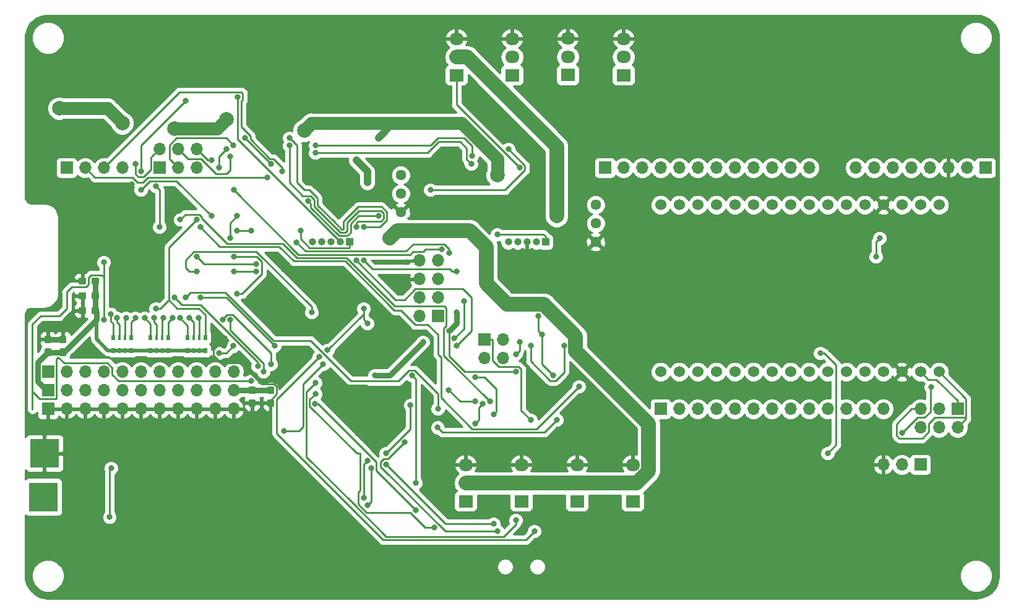
<source format=gbr>
G04 #@! TF.GenerationSoftware,KiCad,Pcbnew,(5.0.0)*
G04 #@! TF.CreationDate,2018-12-02T19:46:22+01:00*
G04 #@! TF.ProjectId,Nightmare V2,4E696768746D6172652056322E6B6963,rev?*
G04 #@! TF.SameCoordinates,Original*
G04 #@! TF.FileFunction,Copper,L2,Bot,Signal*
G04 #@! TF.FilePolarity,Positive*
%FSLAX46Y46*%
G04 Gerber Fmt 4.6, Leading zero omitted, Abs format (unit mm)*
G04 Created by KiCad (PCBNEW (5.0.0)) date 12/02/18 19:46:22*
%MOMM*%
%LPD*%
G01*
G04 APERTURE LIST*
G04 #@! TA.AperFunction,ComponentPad*
%ADD10O,1.700000X1.700000*%
G04 #@! TD*
G04 #@! TA.AperFunction,ComponentPad*
%ADD11R,1.700000X1.700000*%
G04 #@! TD*
G04 #@! TA.AperFunction,ComponentPad*
%ADD12C,1.440000*%
G04 #@! TD*
G04 #@! TA.AperFunction,ComponentPad*
%ADD13R,4.000000X4.000000*%
G04 #@! TD*
G04 #@! TA.AperFunction,Conductor*
%ADD14C,0.100000*%
G04 #@! TD*
G04 #@! TA.AperFunction,SMDPad,CuDef*
%ADD15C,0.950000*%
G04 #@! TD*
G04 #@! TA.AperFunction,ComponentPad*
%ADD16O,1.950000X1.700000*%
G04 #@! TD*
G04 #@! TA.AperFunction,ComponentPad*
%ADD17R,1.950000X1.700000*%
G04 #@! TD*
G04 #@! TA.AperFunction,ComponentPad*
%ADD18O,1.000000X1.000000*%
G04 #@! TD*
G04 #@! TA.AperFunction,ComponentPad*
%ADD19R,1.000000X1.000000*%
G04 #@! TD*
G04 #@! TA.AperFunction,SMDPad,CuDef*
%ADD20R,0.500000X0.800000*%
G04 #@! TD*
G04 #@! TA.AperFunction,SMDPad,CuDef*
%ADD21R,0.400000X0.800000*%
G04 #@! TD*
G04 #@! TA.AperFunction,ComponentPad*
%ADD22C,1.524000*%
G04 #@! TD*
G04 #@! TA.AperFunction,ViaPad*
%ADD23C,1.000000*%
G04 #@! TD*
G04 #@! TA.AperFunction,ViaPad*
%ADD24C,0.800000*%
G04 #@! TD*
G04 #@! TA.AperFunction,ViaPad*
%ADD25C,2.000000*%
G04 #@! TD*
G04 #@! TA.AperFunction,Conductor*
%ADD26C,0.250000*%
G04 #@! TD*
G04 #@! TA.AperFunction,Conductor*
%ADD27C,1.000000*%
G04 #@! TD*
G04 #@! TA.AperFunction,Conductor*
%ADD28C,0.750000*%
G04 #@! TD*
G04 #@! TA.AperFunction,Conductor*
%ADD29C,0.500000*%
G04 #@! TD*
G04 #@! TA.AperFunction,Conductor*
%ADD30C,1.750000*%
G04 #@! TD*
G04 #@! TA.AperFunction,Conductor*
%ADD31C,2.000000*%
G04 #@! TD*
G04 #@! TA.AperFunction,Conductor*
%ADD32C,0.254000*%
G04 #@! TD*
G04 APERTURE END LIST*
D10*
G04 #@! TO.P,J19,6*
G04 #@! TO.N,NP_TX*
X228600000Y-91440000D03*
G04 #@! TO.P,J19,5*
G04 #@! TO.N,NP_RX*
X228600000Y-88900000D03*
G04 #@! TO.P,J19,4*
G04 #@! TO.N,Net-(J19-Pad4)*
X231140000Y-91440000D03*
G04 #@! TO.P,J19,3*
G04 #@! TO.N,Net-(J19-Pad3)*
X231140000Y-88900000D03*
G04 #@! TO.P,J19,2*
G04 #@! TO.N,NP_RX*
X233680000Y-91440000D03*
D11*
G04 #@! TO.P,J19,1*
G04 #@! TO.N,NP_TX*
X233680000Y-88900000D03*
G04 #@! TD*
D12*
G04 #@! TO.P,RV2,3*
G04 #@! TO.N,GND*
X157480000Y-61976000D03*
G04 #@! TO.P,RV2,2*
G04 #@! TO.N,Net-(RV2-Pad1)*
X157480000Y-59436000D03*
G04 #@! TO.P,RV2,1*
X157480000Y-56896000D03*
G04 #@! TD*
D13*
G04 #@! TO.P,J24,1*
G04 #@! TO.N,+BATT*
X108585000Y-100965000D03*
G04 #@! TD*
G04 #@! TO.P,J25,1*
G04 #@! TO.N,GND*
X108712000Y-94996000D03*
G04 #@! TD*
D11*
G04 #@! TO.P,J22,1*
G04 #@! TO.N,USB_RX*
X168910000Y-79375000D03*
D10*
G04 #@! TO.P,J22,2*
G04 #@! TO.N,USB_TX*
X171450000Y-79375000D03*
G04 #@! TO.P,J22,3*
G04 #@! TO.N,Net-(J22-Pad3)*
X168910000Y-81915000D03*
G04 #@! TO.P,J22,4*
G04 #@! TO.N,Net-(J22-Pad4)*
X171450000Y-81915000D03*
G04 #@! TD*
D11*
G04 #@! TO.P,J18,1*
G04 #@! TO.N,+3V3*
X111760000Y-55880000D03*
D10*
G04 #@! TO.P,J18,2*
G04 #@! TO.N,SCL*
X114300000Y-55880000D03*
G04 #@! TO.P,J18,3*
G04 #@! TO.N,SDA*
X116840000Y-55880000D03*
G04 #@! TO.P,J18,4*
G04 #@! TO.N,GND*
X119380000Y-55880000D03*
G04 #@! TD*
D14*
G04 #@! TO.N,+3V3*
G04 #@! TO.C,C1*
G36*
X139960779Y-85836144D02*
X139983834Y-85839563D01*
X140006443Y-85845227D01*
X140028387Y-85853079D01*
X140049457Y-85863044D01*
X140069448Y-85875026D01*
X140088168Y-85888910D01*
X140105438Y-85904562D01*
X140121090Y-85921832D01*
X140134974Y-85940552D01*
X140146956Y-85960543D01*
X140156921Y-85981613D01*
X140164773Y-86003557D01*
X140170437Y-86026166D01*
X140173856Y-86049221D01*
X140175000Y-86072500D01*
X140175000Y-86647500D01*
X140173856Y-86670779D01*
X140170437Y-86693834D01*
X140164773Y-86716443D01*
X140156921Y-86738387D01*
X140146956Y-86759457D01*
X140134974Y-86779448D01*
X140121090Y-86798168D01*
X140105438Y-86815438D01*
X140088168Y-86831090D01*
X140069448Y-86844974D01*
X140049457Y-86856956D01*
X140028387Y-86866921D01*
X140006443Y-86874773D01*
X139983834Y-86880437D01*
X139960779Y-86883856D01*
X139937500Y-86885000D01*
X139462500Y-86885000D01*
X139439221Y-86883856D01*
X139416166Y-86880437D01*
X139393557Y-86874773D01*
X139371613Y-86866921D01*
X139350543Y-86856956D01*
X139330552Y-86844974D01*
X139311832Y-86831090D01*
X139294562Y-86815438D01*
X139278910Y-86798168D01*
X139265026Y-86779448D01*
X139253044Y-86759457D01*
X139243079Y-86738387D01*
X139235227Y-86716443D01*
X139229563Y-86693834D01*
X139226144Y-86670779D01*
X139225000Y-86647500D01*
X139225000Y-86072500D01*
X139226144Y-86049221D01*
X139229563Y-86026166D01*
X139235227Y-86003557D01*
X139243079Y-85981613D01*
X139253044Y-85960543D01*
X139265026Y-85940552D01*
X139278910Y-85921832D01*
X139294562Y-85904562D01*
X139311832Y-85888910D01*
X139330552Y-85875026D01*
X139350543Y-85863044D01*
X139371613Y-85853079D01*
X139393557Y-85845227D01*
X139416166Y-85839563D01*
X139439221Y-85836144D01*
X139462500Y-85835000D01*
X139937500Y-85835000D01*
X139960779Y-85836144D01*
X139960779Y-85836144D01*
G37*
D15*
G04 #@! TD*
G04 #@! TO.P,C1,1*
G04 #@! TO.N,+3V3*
X139700000Y-86360000D03*
D14*
G04 #@! TO.N,GND*
G04 #@! TO.C,C1*
G36*
X139960779Y-87586144D02*
X139983834Y-87589563D01*
X140006443Y-87595227D01*
X140028387Y-87603079D01*
X140049457Y-87613044D01*
X140069448Y-87625026D01*
X140088168Y-87638910D01*
X140105438Y-87654562D01*
X140121090Y-87671832D01*
X140134974Y-87690552D01*
X140146956Y-87710543D01*
X140156921Y-87731613D01*
X140164773Y-87753557D01*
X140170437Y-87776166D01*
X140173856Y-87799221D01*
X140175000Y-87822500D01*
X140175000Y-88397500D01*
X140173856Y-88420779D01*
X140170437Y-88443834D01*
X140164773Y-88466443D01*
X140156921Y-88488387D01*
X140146956Y-88509457D01*
X140134974Y-88529448D01*
X140121090Y-88548168D01*
X140105438Y-88565438D01*
X140088168Y-88581090D01*
X140069448Y-88594974D01*
X140049457Y-88606956D01*
X140028387Y-88616921D01*
X140006443Y-88624773D01*
X139983834Y-88630437D01*
X139960779Y-88633856D01*
X139937500Y-88635000D01*
X139462500Y-88635000D01*
X139439221Y-88633856D01*
X139416166Y-88630437D01*
X139393557Y-88624773D01*
X139371613Y-88616921D01*
X139350543Y-88606956D01*
X139330552Y-88594974D01*
X139311832Y-88581090D01*
X139294562Y-88565438D01*
X139278910Y-88548168D01*
X139265026Y-88529448D01*
X139253044Y-88509457D01*
X139243079Y-88488387D01*
X139235227Y-88466443D01*
X139229563Y-88443834D01*
X139226144Y-88420779D01*
X139225000Y-88397500D01*
X139225000Y-87822500D01*
X139226144Y-87799221D01*
X139229563Y-87776166D01*
X139235227Y-87753557D01*
X139243079Y-87731613D01*
X139253044Y-87710543D01*
X139265026Y-87690552D01*
X139278910Y-87671832D01*
X139294562Y-87654562D01*
X139311832Y-87638910D01*
X139330552Y-87625026D01*
X139350543Y-87613044D01*
X139371613Y-87603079D01*
X139393557Y-87595227D01*
X139416166Y-87589563D01*
X139439221Y-87586144D01*
X139462500Y-87585000D01*
X139937500Y-87585000D01*
X139960779Y-87586144D01*
X139960779Y-87586144D01*
G37*
D15*
G04 #@! TD*
G04 #@! TO.P,C1,2*
G04 #@! TO.N,GND*
X139700000Y-88110000D03*
D14*
G04 #@! TO.N,GND*
G04 #@! TO.C,C2*
G36*
X137420779Y-87586144D02*
X137443834Y-87589563D01*
X137466443Y-87595227D01*
X137488387Y-87603079D01*
X137509457Y-87613044D01*
X137529448Y-87625026D01*
X137548168Y-87638910D01*
X137565438Y-87654562D01*
X137581090Y-87671832D01*
X137594974Y-87690552D01*
X137606956Y-87710543D01*
X137616921Y-87731613D01*
X137624773Y-87753557D01*
X137630437Y-87776166D01*
X137633856Y-87799221D01*
X137635000Y-87822500D01*
X137635000Y-88397500D01*
X137633856Y-88420779D01*
X137630437Y-88443834D01*
X137624773Y-88466443D01*
X137616921Y-88488387D01*
X137606956Y-88509457D01*
X137594974Y-88529448D01*
X137581090Y-88548168D01*
X137565438Y-88565438D01*
X137548168Y-88581090D01*
X137529448Y-88594974D01*
X137509457Y-88606956D01*
X137488387Y-88616921D01*
X137466443Y-88624773D01*
X137443834Y-88630437D01*
X137420779Y-88633856D01*
X137397500Y-88635000D01*
X136922500Y-88635000D01*
X136899221Y-88633856D01*
X136876166Y-88630437D01*
X136853557Y-88624773D01*
X136831613Y-88616921D01*
X136810543Y-88606956D01*
X136790552Y-88594974D01*
X136771832Y-88581090D01*
X136754562Y-88565438D01*
X136738910Y-88548168D01*
X136725026Y-88529448D01*
X136713044Y-88509457D01*
X136703079Y-88488387D01*
X136695227Y-88466443D01*
X136689563Y-88443834D01*
X136686144Y-88420779D01*
X136685000Y-88397500D01*
X136685000Y-87822500D01*
X136686144Y-87799221D01*
X136689563Y-87776166D01*
X136695227Y-87753557D01*
X136703079Y-87731613D01*
X136713044Y-87710543D01*
X136725026Y-87690552D01*
X136738910Y-87671832D01*
X136754562Y-87654562D01*
X136771832Y-87638910D01*
X136790552Y-87625026D01*
X136810543Y-87613044D01*
X136831613Y-87603079D01*
X136853557Y-87595227D01*
X136876166Y-87589563D01*
X136899221Y-87586144D01*
X136922500Y-87585000D01*
X137397500Y-87585000D01*
X137420779Y-87586144D01*
X137420779Y-87586144D01*
G37*
D15*
G04 #@! TD*
G04 #@! TO.P,C2,2*
G04 #@! TO.N,GND*
X137160000Y-88110000D03*
D14*
G04 #@! TO.N,+3V3*
G04 #@! TO.C,C2*
G36*
X137420779Y-85836144D02*
X137443834Y-85839563D01*
X137466443Y-85845227D01*
X137488387Y-85853079D01*
X137509457Y-85863044D01*
X137529448Y-85875026D01*
X137548168Y-85888910D01*
X137565438Y-85904562D01*
X137581090Y-85921832D01*
X137594974Y-85940552D01*
X137606956Y-85960543D01*
X137616921Y-85981613D01*
X137624773Y-86003557D01*
X137630437Y-86026166D01*
X137633856Y-86049221D01*
X137635000Y-86072500D01*
X137635000Y-86647500D01*
X137633856Y-86670779D01*
X137630437Y-86693834D01*
X137624773Y-86716443D01*
X137616921Y-86738387D01*
X137606956Y-86759457D01*
X137594974Y-86779448D01*
X137581090Y-86798168D01*
X137565438Y-86815438D01*
X137548168Y-86831090D01*
X137529448Y-86844974D01*
X137509457Y-86856956D01*
X137488387Y-86866921D01*
X137466443Y-86874773D01*
X137443834Y-86880437D01*
X137420779Y-86883856D01*
X137397500Y-86885000D01*
X136922500Y-86885000D01*
X136899221Y-86883856D01*
X136876166Y-86880437D01*
X136853557Y-86874773D01*
X136831613Y-86866921D01*
X136810543Y-86856956D01*
X136790552Y-86844974D01*
X136771832Y-86831090D01*
X136754562Y-86815438D01*
X136738910Y-86798168D01*
X136725026Y-86779448D01*
X136713044Y-86759457D01*
X136703079Y-86738387D01*
X136695227Y-86716443D01*
X136689563Y-86693834D01*
X136686144Y-86670779D01*
X136685000Y-86647500D01*
X136685000Y-86072500D01*
X136686144Y-86049221D01*
X136689563Y-86026166D01*
X136695227Y-86003557D01*
X136703079Y-85981613D01*
X136713044Y-85960543D01*
X136725026Y-85940552D01*
X136738910Y-85921832D01*
X136754562Y-85904562D01*
X136771832Y-85888910D01*
X136790552Y-85875026D01*
X136810543Y-85863044D01*
X136831613Y-85853079D01*
X136853557Y-85845227D01*
X136876166Y-85839563D01*
X136899221Y-85836144D01*
X136922500Y-85835000D01*
X137397500Y-85835000D01*
X137420779Y-85836144D01*
X137420779Y-85836144D01*
G37*
D15*
G04 #@! TD*
G04 #@! TO.P,C2,1*
G04 #@! TO.N,+3V3*
X137160000Y-86360000D03*
D14*
G04 #@! TO.N,+3V3*
G04 #@! TO.C,C11*
G36*
X115993779Y-70900144D02*
X116016834Y-70903563D01*
X116039443Y-70909227D01*
X116061387Y-70917079D01*
X116082457Y-70927044D01*
X116102448Y-70939026D01*
X116121168Y-70952910D01*
X116138438Y-70968562D01*
X116154090Y-70985832D01*
X116167974Y-71004552D01*
X116179956Y-71024543D01*
X116189921Y-71045613D01*
X116197773Y-71067557D01*
X116203437Y-71090166D01*
X116206856Y-71113221D01*
X116208000Y-71136500D01*
X116208000Y-71611500D01*
X116206856Y-71634779D01*
X116203437Y-71657834D01*
X116197773Y-71680443D01*
X116189921Y-71702387D01*
X116179956Y-71723457D01*
X116167974Y-71743448D01*
X116154090Y-71762168D01*
X116138438Y-71779438D01*
X116121168Y-71795090D01*
X116102448Y-71808974D01*
X116082457Y-71820956D01*
X116061387Y-71830921D01*
X116039443Y-71838773D01*
X116016834Y-71844437D01*
X115993779Y-71847856D01*
X115970500Y-71849000D01*
X115395500Y-71849000D01*
X115372221Y-71847856D01*
X115349166Y-71844437D01*
X115326557Y-71838773D01*
X115304613Y-71830921D01*
X115283543Y-71820956D01*
X115263552Y-71808974D01*
X115244832Y-71795090D01*
X115227562Y-71779438D01*
X115211910Y-71762168D01*
X115198026Y-71743448D01*
X115186044Y-71723457D01*
X115176079Y-71702387D01*
X115168227Y-71680443D01*
X115162563Y-71657834D01*
X115159144Y-71634779D01*
X115158000Y-71611500D01*
X115158000Y-71136500D01*
X115159144Y-71113221D01*
X115162563Y-71090166D01*
X115168227Y-71067557D01*
X115176079Y-71045613D01*
X115186044Y-71024543D01*
X115198026Y-71004552D01*
X115211910Y-70985832D01*
X115227562Y-70968562D01*
X115244832Y-70952910D01*
X115263552Y-70939026D01*
X115283543Y-70927044D01*
X115304613Y-70917079D01*
X115326557Y-70909227D01*
X115349166Y-70903563D01*
X115372221Y-70900144D01*
X115395500Y-70899000D01*
X115970500Y-70899000D01*
X115993779Y-70900144D01*
X115993779Y-70900144D01*
G37*
D15*
G04 #@! TD*
G04 #@! TO.P,C11,1*
G04 #@! TO.N,+3V3*
X115683000Y-71374000D03*
D14*
G04 #@! TO.N,GND*
G04 #@! TO.C,C11*
G36*
X114243779Y-70900144D02*
X114266834Y-70903563D01*
X114289443Y-70909227D01*
X114311387Y-70917079D01*
X114332457Y-70927044D01*
X114352448Y-70939026D01*
X114371168Y-70952910D01*
X114388438Y-70968562D01*
X114404090Y-70985832D01*
X114417974Y-71004552D01*
X114429956Y-71024543D01*
X114439921Y-71045613D01*
X114447773Y-71067557D01*
X114453437Y-71090166D01*
X114456856Y-71113221D01*
X114458000Y-71136500D01*
X114458000Y-71611500D01*
X114456856Y-71634779D01*
X114453437Y-71657834D01*
X114447773Y-71680443D01*
X114439921Y-71702387D01*
X114429956Y-71723457D01*
X114417974Y-71743448D01*
X114404090Y-71762168D01*
X114388438Y-71779438D01*
X114371168Y-71795090D01*
X114352448Y-71808974D01*
X114332457Y-71820956D01*
X114311387Y-71830921D01*
X114289443Y-71838773D01*
X114266834Y-71844437D01*
X114243779Y-71847856D01*
X114220500Y-71849000D01*
X113645500Y-71849000D01*
X113622221Y-71847856D01*
X113599166Y-71844437D01*
X113576557Y-71838773D01*
X113554613Y-71830921D01*
X113533543Y-71820956D01*
X113513552Y-71808974D01*
X113494832Y-71795090D01*
X113477562Y-71779438D01*
X113461910Y-71762168D01*
X113448026Y-71743448D01*
X113436044Y-71723457D01*
X113426079Y-71702387D01*
X113418227Y-71680443D01*
X113412563Y-71657834D01*
X113409144Y-71634779D01*
X113408000Y-71611500D01*
X113408000Y-71136500D01*
X113409144Y-71113221D01*
X113412563Y-71090166D01*
X113418227Y-71067557D01*
X113426079Y-71045613D01*
X113436044Y-71024543D01*
X113448026Y-71004552D01*
X113461910Y-70985832D01*
X113477562Y-70968562D01*
X113494832Y-70952910D01*
X113513552Y-70939026D01*
X113533543Y-70927044D01*
X113554613Y-70917079D01*
X113576557Y-70909227D01*
X113599166Y-70903563D01*
X113622221Y-70900144D01*
X113645500Y-70899000D01*
X114220500Y-70899000D01*
X114243779Y-70900144D01*
X114243779Y-70900144D01*
G37*
D15*
G04 #@! TD*
G04 #@! TO.P,C11,2*
G04 #@! TO.N,GND*
X113933000Y-71374000D03*
D14*
G04 #@! TO.N,+3V3*
G04 #@! TO.C,C5*
G36*
X115993779Y-74964144D02*
X116016834Y-74967563D01*
X116039443Y-74973227D01*
X116061387Y-74981079D01*
X116082457Y-74991044D01*
X116102448Y-75003026D01*
X116121168Y-75016910D01*
X116138438Y-75032562D01*
X116154090Y-75049832D01*
X116167974Y-75068552D01*
X116179956Y-75088543D01*
X116189921Y-75109613D01*
X116197773Y-75131557D01*
X116203437Y-75154166D01*
X116206856Y-75177221D01*
X116208000Y-75200500D01*
X116208000Y-75675500D01*
X116206856Y-75698779D01*
X116203437Y-75721834D01*
X116197773Y-75744443D01*
X116189921Y-75766387D01*
X116179956Y-75787457D01*
X116167974Y-75807448D01*
X116154090Y-75826168D01*
X116138438Y-75843438D01*
X116121168Y-75859090D01*
X116102448Y-75872974D01*
X116082457Y-75884956D01*
X116061387Y-75894921D01*
X116039443Y-75902773D01*
X116016834Y-75908437D01*
X115993779Y-75911856D01*
X115970500Y-75913000D01*
X115395500Y-75913000D01*
X115372221Y-75911856D01*
X115349166Y-75908437D01*
X115326557Y-75902773D01*
X115304613Y-75894921D01*
X115283543Y-75884956D01*
X115263552Y-75872974D01*
X115244832Y-75859090D01*
X115227562Y-75843438D01*
X115211910Y-75826168D01*
X115198026Y-75807448D01*
X115186044Y-75787457D01*
X115176079Y-75766387D01*
X115168227Y-75744443D01*
X115162563Y-75721834D01*
X115159144Y-75698779D01*
X115158000Y-75675500D01*
X115158000Y-75200500D01*
X115159144Y-75177221D01*
X115162563Y-75154166D01*
X115168227Y-75131557D01*
X115176079Y-75109613D01*
X115186044Y-75088543D01*
X115198026Y-75068552D01*
X115211910Y-75049832D01*
X115227562Y-75032562D01*
X115244832Y-75016910D01*
X115263552Y-75003026D01*
X115283543Y-74991044D01*
X115304613Y-74981079D01*
X115326557Y-74973227D01*
X115349166Y-74967563D01*
X115372221Y-74964144D01*
X115395500Y-74963000D01*
X115970500Y-74963000D01*
X115993779Y-74964144D01*
X115993779Y-74964144D01*
G37*
D15*
G04 #@! TD*
G04 #@! TO.P,C5,1*
G04 #@! TO.N,+3V3*
X115683000Y-75438000D03*
D14*
G04 #@! TO.N,GND*
G04 #@! TO.C,C5*
G36*
X114243779Y-74964144D02*
X114266834Y-74967563D01*
X114289443Y-74973227D01*
X114311387Y-74981079D01*
X114332457Y-74991044D01*
X114352448Y-75003026D01*
X114371168Y-75016910D01*
X114388438Y-75032562D01*
X114404090Y-75049832D01*
X114417974Y-75068552D01*
X114429956Y-75088543D01*
X114439921Y-75109613D01*
X114447773Y-75131557D01*
X114453437Y-75154166D01*
X114456856Y-75177221D01*
X114458000Y-75200500D01*
X114458000Y-75675500D01*
X114456856Y-75698779D01*
X114453437Y-75721834D01*
X114447773Y-75744443D01*
X114439921Y-75766387D01*
X114429956Y-75787457D01*
X114417974Y-75807448D01*
X114404090Y-75826168D01*
X114388438Y-75843438D01*
X114371168Y-75859090D01*
X114352448Y-75872974D01*
X114332457Y-75884956D01*
X114311387Y-75894921D01*
X114289443Y-75902773D01*
X114266834Y-75908437D01*
X114243779Y-75911856D01*
X114220500Y-75913000D01*
X113645500Y-75913000D01*
X113622221Y-75911856D01*
X113599166Y-75908437D01*
X113576557Y-75902773D01*
X113554613Y-75894921D01*
X113533543Y-75884956D01*
X113513552Y-75872974D01*
X113494832Y-75859090D01*
X113477562Y-75843438D01*
X113461910Y-75826168D01*
X113448026Y-75807448D01*
X113436044Y-75787457D01*
X113426079Y-75766387D01*
X113418227Y-75744443D01*
X113412563Y-75721834D01*
X113409144Y-75698779D01*
X113408000Y-75675500D01*
X113408000Y-75200500D01*
X113409144Y-75177221D01*
X113412563Y-75154166D01*
X113418227Y-75131557D01*
X113426079Y-75109613D01*
X113436044Y-75088543D01*
X113448026Y-75068552D01*
X113461910Y-75049832D01*
X113477562Y-75032562D01*
X113494832Y-75016910D01*
X113513552Y-75003026D01*
X113533543Y-74991044D01*
X113554613Y-74981079D01*
X113576557Y-74973227D01*
X113599166Y-74967563D01*
X113622221Y-74964144D01*
X113645500Y-74963000D01*
X114220500Y-74963000D01*
X114243779Y-74964144D01*
X114243779Y-74964144D01*
G37*
D15*
G04 #@! TD*
G04 #@! TO.P,C5,2*
G04 #@! TO.N,GND*
X113933000Y-75438000D03*
D14*
G04 #@! TO.N,GND*
G04 #@! TO.C,C6*
G36*
X114243779Y-72932144D02*
X114266834Y-72935563D01*
X114289443Y-72941227D01*
X114311387Y-72949079D01*
X114332457Y-72959044D01*
X114352448Y-72971026D01*
X114371168Y-72984910D01*
X114388438Y-73000562D01*
X114404090Y-73017832D01*
X114417974Y-73036552D01*
X114429956Y-73056543D01*
X114439921Y-73077613D01*
X114447773Y-73099557D01*
X114453437Y-73122166D01*
X114456856Y-73145221D01*
X114458000Y-73168500D01*
X114458000Y-73643500D01*
X114456856Y-73666779D01*
X114453437Y-73689834D01*
X114447773Y-73712443D01*
X114439921Y-73734387D01*
X114429956Y-73755457D01*
X114417974Y-73775448D01*
X114404090Y-73794168D01*
X114388438Y-73811438D01*
X114371168Y-73827090D01*
X114352448Y-73840974D01*
X114332457Y-73852956D01*
X114311387Y-73862921D01*
X114289443Y-73870773D01*
X114266834Y-73876437D01*
X114243779Y-73879856D01*
X114220500Y-73881000D01*
X113645500Y-73881000D01*
X113622221Y-73879856D01*
X113599166Y-73876437D01*
X113576557Y-73870773D01*
X113554613Y-73862921D01*
X113533543Y-73852956D01*
X113513552Y-73840974D01*
X113494832Y-73827090D01*
X113477562Y-73811438D01*
X113461910Y-73794168D01*
X113448026Y-73775448D01*
X113436044Y-73755457D01*
X113426079Y-73734387D01*
X113418227Y-73712443D01*
X113412563Y-73689834D01*
X113409144Y-73666779D01*
X113408000Y-73643500D01*
X113408000Y-73168500D01*
X113409144Y-73145221D01*
X113412563Y-73122166D01*
X113418227Y-73099557D01*
X113426079Y-73077613D01*
X113436044Y-73056543D01*
X113448026Y-73036552D01*
X113461910Y-73017832D01*
X113477562Y-73000562D01*
X113494832Y-72984910D01*
X113513552Y-72971026D01*
X113533543Y-72959044D01*
X113554613Y-72949079D01*
X113576557Y-72941227D01*
X113599166Y-72935563D01*
X113622221Y-72932144D01*
X113645500Y-72931000D01*
X114220500Y-72931000D01*
X114243779Y-72932144D01*
X114243779Y-72932144D01*
G37*
D15*
G04 #@! TD*
G04 #@! TO.P,C6,2*
G04 #@! TO.N,GND*
X113933000Y-73406000D03*
D14*
G04 #@! TO.N,+3V3*
G04 #@! TO.C,C6*
G36*
X115993779Y-72932144D02*
X116016834Y-72935563D01*
X116039443Y-72941227D01*
X116061387Y-72949079D01*
X116082457Y-72959044D01*
X116102448Y-72971026D01*
X116121168Y-72984910D01*
X116138438Y-73000562D01*
X116154090Y-73017832D01*
X116167974Y-73036552D01*
X116179956Y-73056543D01*
X116189921Y-73077613D01*
X116197773Y-73099557D01*
X116203437Y-73122166D01*
X116206856Y-73145221D01*
X116208000Y-73168500D01*
X116208000Y-73643500D01*
X116206856Y-73666779D01*
X116203437Y-73689834D01*
X116197773Y-73712443D01*
X116189921Y-73734387D01*
X116179956Y-73755457D01*
X116167974Y-73775448D01*
X116154090Y-73794168D01*
X116138438Y-73811438D01*
X116121168Y-73827090D01*
X116102448Y-73840974D01*
X116082457Y-73852956D01*
X116061387Y-73862921D01*
X116039443Y-73870773D01*
X116016834Y-73876437D01*
X115993779Y-73879856D01*
X115970500Y-73881000D01*
X115395500Y-73881000D01*
X115372221Y-73879856D01*
X115349166Y-73876437D01*
X115326557Y-73870773D01*
X115304613Y-73862921D01*
X115283543Y-73852956D01*
X115263552Y-73840974D01*
X115244832Y-73827090D01*
X115227562Y-73811438D01*
X115211910Y-73794168D01*
X115198026Y-73775448D01*
X115186044Y-73755457D01*
X115176079Y-73734387D01*
X115168227Y-73712443D01*
X115162563Y-73689834D01*
X115159144Y-73666779D01*
X115158000Y-73643500D01*
X115158000Y-73168500D01*
X115159144Y-73145221D01*
X115162563Y-73122166D01*
X115168227Y-73099557D01*
X115176079Y-73077613D01*
X115186044Y-73056543D01*
X115198026Y-73036552D01*
X115211910Y-73017832D01*
X115227562Y-73000562D01*
X115244832Y-72984910D01*
X115263552Y-72971026D01*
X115283543Y-72959044D01*
X115304613Y-72949079D01*
X115326557Y-72941227D01*
X115349166Y-72935563D01*
X115372221Y-72932144D01*
X115395500Y-72931000D01*
X115970500Y-72931000D01*
X115993779Y-72932144D01*
X115993779Y-72932144D01*
G37*
D15*
G04 #@! TD*
G04 #@! TO.P,C6,1*
G04 #@! TO.N,+3V3*
X115683000Y-73406000D03*
D14*
G04 #@! TO.N,+3V3*
G04 #@! TO.C,C7*
G36*
X109480779Y-80615144D02*
X109503834Y-80618563D01*
X109526443Y-80624227D01*
X109548387Y-80632079D01*
X109569457Y-80642044D01*
X109589448Y-80654026D01*
X109608168Y-80667910D01*
X109625438Y-80683562D01*
X109641090Y-80700832D01*
X109654974Y-80719552D01*
X109666956Y-80739543D01*
X109676921Y-80760613D01*
X109684773Y-80782557D01*
X109690437Y-80805166D01*
X109693856Y-80828221D01*
X109695000Y-80851500D01*
X109695000Y-81426500D01*
X109693856Y-81449779D01*
X109690437Y-81472834D01*
X109684773Y-81495443D01*
X109676921Y-81517387D01*
X109666956Y-81538457D01*
X109654974Y-81558448D01*
X109641090Y-81577168D01*
X109625438Y-81594438D01*
X109608168Y-81610090D01*
X109589448Y-81623974D01*
X109569457Y-81635956D01*
X109548387Y-81645921D01*
X109526443Y-81653773D01*
X109503834Y-81659437D01*
X109480779Y-81662856D01*
X109457500Y-81664000D01*
X108982500Y-81664000D01*
X108959221Y-81662856D01*
X108936166Y-81659437D01*
X108913557Y-81653773D01*
X108891613Y-81645921D01*
X108870543Y-81635956D01*
X108850552Y-81623974D01*
X108831832Y-81610090D01*
X108814562Y-81594438D01*
X108798910Y-81577168D01*
X108785026Y-81558448D01*
X108773044Y-81538457D01*
X108763079Y-81517387D01*
X108755227Y-81495443D01*
X108749563Y-81472834D01*
X108746144Y-81449779D01*
X108745000Y-81426500D01*
X108745000Y-80851500D01*
X108746144Y-80828221D01*
X108749563Y-80805166D01*
X108755227Y-80782557D01*
X108763079Y-80760613D01*
X108773044Y-80739543D01*
X108785026Y-80719552D01*
X108798910Y-80700832D01*
X108814562Y-80683562D01*
X108831832Y-80667910D01*
X108850552Y-80654026D01*
X108870543Y-80642044D01*
X108891613Y-80632079D01*
X108913557Y-80624227D01*
X108936166Y-80618563D01*
X108959221Y-80615144D01*
X108982500Y-80614000D01*
X109457500Y-80614000D01*
X109480779Y-80615144D01*
X109480779Y-80615144D01*
G37*
D15*
G04 #@! TD*
G04 #@! TO.P,C7,1*
G04 #@! TO.N,+3V3*
X109220000Y-81139000D03*
D14*
G04 #@! TO.N,GND*
G04 #@! TO.C,C7*
G36*
X109480779Y-78865144D02*
X109503834Y-78868563D01*
X109526443Y-78874227D01*
X109548387Y-78882079D01*
X109569457Y-78892044D01*
X109589448Y-78904026D01*
X109608168Y-78917910D01*
X109625438Y-78933562D01*
X109641090Y-78950832D01*
X109654974Y-78969552D01*
X109666956Y-78989543D01*
X109676921Y-79010613D01*
X109684773Y-79032557D01*
X109690437Y-79055166D01*
X109693856Y-79078221D01*
X109695000Y-79101500D01*
X109695000Y-79676500D01*
X109693856Y-79699779D01*
X109690437Y-79722834D01*
X109684773Y-79745443D01*
X109676921Y-79767387D01*
X109666956Y-79788457D01*
X109654974Y-79808448D01*
X109641090Y-79827168D01*
X109625438Y-79844438D01*
X109608168Y-79860090D01*
X109589448Y-79873974D01*
X109569457Y-79885956D01*
X109548387Y-79895921D01*
X109526443Y-79903773D01*
X109503834Y-79909437D01*
X109480779Y-79912856D01*
X109457500Y-79914000D01*
X108982500Y-79914000D01*
X108959221Y-79912856D01*
X108936166Y-79909437D01*
X108913557Y-79903773D01*
X108891613Y-79895921D01*
X108870543Y-79885956D01*
X108850552Y-79873974D01*
X108831832Y-79860090D01*
X108814562Y-79844438D01*
X108798910Y-79827168D01*
X108785026Y-79808448D01*
X108773044Y-79788457D01*
X108763079Y-79767387D01*
X108755227Y-79745443D01*
X108749563Y-79722834D01*
X108746144Y-79699779D01*
X108745000Y-79676500D01*
X108745000Y-79101500D01*
X108746144Y-79078221D01*
X108749563Y-79055166D01*
X108755227Y-79032557D01*
X108763079Y-79010613D01*
X108773044Y-78989543D01*
X108785026Y-78969552D01*
X108798910Y-78950832D01*
X108814562Y-78933562D01*
X108831832Y-78917910D01*
X108850552Y-78904026D01*
X108870543Y-78892044D01*
X108891613Y-78882079D01*
X108913557Y-78874227D01*
X108936166Y-78868563D01*
X108959221Y-78865144D01*
X108982500Y-78864000D01*
X109457500Y-78864000D01*
X109480779Y-78865144D01*
X109480779Y-78865144D01*
G37*
D15*
G04 #@! TD*
G04 #@! TO.P,C7,2*
G04 #@! TO.N,GND*
X109220000Y-79389000D03*
D14*
G04 #@! TO.N,+3V3*
G04 #@! TO.C,C10*
G36*
X111512779Y-80615144D02*
X111535834Y-80618563D01*
X111558443Y-80624227D01*
X111580387Y-80632079D01*
X111601457Y-80642044D01*
X111621448Y-80654026D01*
X111640168Y-80667910D01*
X111657438Y-80683562D01*
X111673090Y-80700832D01*
X111686974Y-80719552D01*
X111698956Y-80739543D01*
X111708921Y-80760613D01*
X111716773Y-80782557D01*
X111722437Y-80805166D01*
X111725856Y-80828221D01*
X111727000Y-80851500D01*
X111727000Y-81426500D01*
X111725856Y-81449779D01*
X111722437Y-81472834D01*
X111716773Y-81495443D01*
X111708921Y-81517387D01*
X111698956Y-81538457D01*
X111686974Y-81558448D01*
X111673090Y-81577168D01*
X111657438Y-81594438D01*
X111640168Y-81610090D01*
X111621448Y-81623974D01*
X111601457Y-81635956D01*
X111580387Y-81645921D01*
X111558443Y-81653773D01*
X111535834Y-81659437D01*
X111512779Y-81662856D01*
X111489500Y-81664000D01*
X111014500Y-81664000D01*
X110991221Y-81662856D01*
X110968166Y-81659437D01*
X110945557Y-81653773D01*
X110923613Y-81645921D01*
X110902543Y-81635956D01*
X110882552Y-81623974D01*
X110863832Y-81610090D01*
X110846562Y-81594438D01*
X110830910Y-81577168D01*
X110817026Y-81558448D01*
X110805044Y-81538457D01*
X110795079Y-81517387D01*
X110787227Y-81495443D01*
X110781563Y-81472834D01*
X110778144Y-81449779D01*
X110777000Y-81426500D01*
X110777000Y-80851500D01*
X110778144Y-80828221D01*
X110781563Y-80805166D01*
X110787227Y-80782557D01*
X110795079Y-80760613D01*
X110805044Y-80739543D01*
X110817026Y-80719552D01*
X110830910Y-80700832D01*
X110846562Y-80683562D01*
X110863832Y-80667910D01*
X110882552Y-80654026D01*
X110902543Y-80642044D01*
X110923613Y-80632079D01*
X110945557Y-80624227D01*
X110968166Y-80618563D01*
X110991221Y-80615144D01*
X111014500Y-80614000D01*
X111489500Y-80614000D01*
X111512779Y-80615144D01*
X111512779Y-80615144D01*
G37*
D15*
G04 #@! TD*
G04 #@! TO.P,C10,1*
G04 #@! TO.N,+3V3*
X111252000Y-81139000D03*
D14*
G04 #@! TO.N,GND*
G04 #@! TO.C,C10*
G36*
X111512779Y-78865144D02*
X111535834Y-78868563D01*
X111558443Y-78874227D01*
X111580387Y-78882079D01*
X111601457Y-78892044D01*
X111621448Y-78904026D01*
X111640168Y-78917910D01*
X111657438Y-78933562D01*
X111673090Y-78950832D01*
X111686974Y-78969552D01*
X111698956Y-78989543D01*
X111708921Y-79010613D01*
X111716773Y-79032557D01*
X111722437Y-79055166D01*
X111725856Y-79078221D01*
X111727000Y-79101500D01*
X111727000Y-79676500D01*
X111725856Y-79699779D01*
X111722437Y-79722834D01*
X111716773Y-79745443D01*
X111708921Y-79767387D01*
X111698956Y-79788457D01*
X111686974Y-79808448D01*
X111673090Y-79827168D01*
X111657438Y-79844438D01*
X111640168Y-79860090D01*
X111621448Y-79873974D01*
X111601457Y-79885956D01*
X111580387Y-79895921D01*
X111558443Y-79903773D01*
X111535834Y-79909437D01*
X111512779Y-79912856D01*
X111489500Y-79914000D01*
X111014500Y-79914000D01*
X110991221Y-79912856D01*
X110968166Y-79909437D01*
X110945557Y-79903773D01*
X110923613Y-79895921D01*
X110902543Y-79885956D01*
X110882552Y-79873974D01*
X110863832Y-79860090D01*
X110846562Y-79844438D01*
X110830910Y-79827168D01*
X110817026Y-79808448D01*
X110805044Y-79788457D01*
X110795079Y-79767387D01*
X110787227Y-79745443D01*
X110781563Y-79722834D01*
X110778144Y-79699779D01*
X110777000Y-79676500D01*
X110777000Y-79101500D01*
X110778144Y-79078221D01*
X110781563Y-79055166D01*
X110787227Y-79032557D01*
X110795079Y-79010613D01*
X110805044Y-78989543D01*
X110817026Y-78969552D01*
X110830910Y-78950832D01*
X110846562Y-78933562D01*
X110863832Y-78917910D01*
X110882552Y-78904026D01*
X110902543Y-78892044D01*
X110923613Y-78882079D01*
X110945557Y-78874227D01*
X110968166Y-78868563D01*
X110991221Y-78865144D01*
X111014500Y-78864000D01*
X111489500Y-78864000D01*
X111512779Y-78865144D01*
X111512779Y-78865144D01*
G37*
D15*
G04 #@! TD*
G04 #@! TO.P,C10,2*
G04 #@! TO.N,GND*
X111252000Y-79389000D03*
D16*
G04 #@! TO.P,J1,3*
G04 #@! TO.N,GND*
X180340000Y-38180000D03*
G04 #@! TO.P,J1,2*
G04 #@! TO.N,VDDA*
X180340000Y-40680000D03*
D17*
G04 #@! TO.P,J1,1*
G04 #@! TO.N,S_SERIAL*
X180340000Y-43180000D03*
G04 #@! TD*
D16*
G04 #@! TO.P,J2,3*
G04 #@! TO.N,GND*
X181610000Y-96560000D03*
G04 #@! TO.P,J2,2*
G04 #@! TO.N,VDDF*
X181610000Y-99060000D03*
D17*
G04 #@! TO.P,J2,1*
G04 #@! TO.N,S_SERIAL*
X181610000Y-101560000D03*
G04 #@! TD*
D16*
G04 #@! TO.P,J6,3*
G04 #@! TO.N,GND*
X165100000Y-38220000D03*
G04 #@! TO.P,J6,2*
G04 #@! TO.N,VDDA*
X165100000Y-40720000D03*
D17*
G04 #@! TO.P,J6,1*
G04 #@! TO.N,S_SERIAL*
X165100000Y-43220000D03*
G04 #@! TD*
D16*
G04 #@! TO.P,J7,3*
G04 #@! TO.N,GND*
X173990000Y-96560000D03*
G04 #@! TO.P,J7,2*
G04 #@! TO.N,VDDF*
X173990000Y-99060000D03*
D17*
G04 #@! TO.P,J7,1*
G04 #@! TO.N,S_SERIAL*
X173990000Y-101560000D03*
G04 #@! TD*
D16*
G04 #@! TO.P,J8,3*
G04 #@! TO.N,GND*
X172720000Y-38220000D03*
G04 #@! TO.P,J8,2*
G04 #@! TO.N,VDDA*
X172720000Y-40720000D03*
D17*
G04 #@! TO.P,J8,1*
G04 #@! TO.N,S_SERIAL*
X172720000Y-43220000D03*
G04 #@! TD*
G04 #@! TO.P,J10,1*
G04 #@! TO.N,S_SERIAL*
X187960000Y-43220000D03*
D16*
G04 #@! TO.P,J10,2*
G04 #@! TO.N,VDDA*
X187960000Y-40720000D03*
G04 #@! TO.P,J10,3*
G04 #@! TO.N,GND*
X187960000Y-38220000D03*
G04 #@! TD*
D17*
G04 #@! TO.P,J11,1*
G04 #@! TO.N,S_SERIAL*
X166370000Y-101560000D03*
D16*
G04 #@! TO.P,J11,2*
G04 #@! TO.N,VDDF*
X166370000Y-99060000D03*
G04 #@! TO.P,J11,3*
G04 #@! TO.N,GND*
X166370000Y-96560000D03*
G04 #@! TD*
D17*
G04 #@! TO.P,J9,1*
G04 #@! TO.N,S_SERIAL*
X189230000Y-101560000D03*
D16*
G04 #@! TO.P,J9,2*
G04 #@! TO.N,VDDF*
X189230000Y-99060000D03*
G04 #@! TO.P,J9,3*
G04 #@! TO.N,GND*
X189230000Y-96560000D03*
G04 #@! TD*
D18*
G04 #@! TO.P,U7,5*
G04 #@! TO.N,Net-(RV2-Pad1)*
X145415000Y-66040000D03*
G04 #@! TO.P,U7,4*
G04 #@! TO.N,VDDF*
X146685000Y-66040000D03*
G04 #@! TO.P,U7,3*
G04 #@! TO.N,GND*
X147955000Y-66040000D03*
G04 #@! TO.P,U7,2*
G04 #@! TO.N,VBUS*
X149225000Y-66040000D03*
D19*
G04 #@! TO.P,U7,1*
G04 #@! TO.N,Net-(Q3-Pad3)*
X150495000Y-66040000D03*
G04 #@! TD*
G04 #@! TO.P,U5,1*
G04 #@! TO.N,Net-(Q1-Pad3)*
X177290000Y-66040000D03*
D18*
G04 #@! TO.P,U5,2*
G04 #@! TO.N,VBUS*
X176020000Y-66040000D03*
G04 #@! TO.P,U5,3*
G04 #@! TO.N,GND*
X174750000Y-66040000D03*
G04 #@! TO.P,U5,4*
G04 #@! TO.N,VDDA*
X173480000Y-66040000D03*
G04 #@! TO.P,U5,5*
G04 #@! TO.N,Net-(RV1-Pad1)*
X172210000Y-66040000D03*
G04 #@! TD*
D11*
G04 #@! TO.P,J21,1*
G04 #@! TO.N,+5V*
X228600000Y-96520000D03*
D10*
G04 #@! TO.P,J21,2*
G04 #@! TO.N,LED_O*
X226060000Y-96520000D03*
G04 #@! TO.P,J21,3*
G04 #@! TO.N,GND*
X223520000Y-96520000D03*
G04 #@! TD*
D11*
G04 #@! TO.P,J16,1*
G04 #@! TO.N,+5V*
X237490000Y-55880000D03*
D10*
G04 #@! TO.P,J16,2*
G04 #@! TO.N,Net-(J16-Pad2)*
X234950000Y-55880000D03*
G04 #@! TO.P,J16,3*
G04 #@! TO.N,GND*
X232410000Y-55880000D03*
G04 #@! TO.P,J16,4*
G04 #@! TO.N,SCL*
X229870000Y-55880000D03*
G04 #@! TO.P,J16,5*
G04 #@! TO.N,SDA*
X227330000Y-55880000D03*
G04 #@! TO.P,J16,6*
G04 #@! TO.N,Net-(J16-Pad6)*
X224790000Y-55880000D03*
G04 #@! TO.P,J16,7*
G04 #@! TO.N,Net-(J16-Pad7)*
X222250000Y-55880000D03*
G04 #@! TO.P,J16,8*
G04 #@! TO.N,Net-(J16-Pad8)*
X219710000Y-55880000D03*
G04 #@! TD*
D11*
G04 #@! TO.P,J3,1*
G04 #@! TO.N,ADC1*
X109220000Y-83820000D03*
D10*
G04 #@! TO.P,J3,2*
G04 #@! TO.N,ADC2*
X111760000Y-83820000D03*
G04 #@! TO.P,J3,3*
G04 #@! TO.N,ADC3*
X114300000Y-83820000D03*
G04 #@! TO.P,J3,4*
G04 #@! TO.N,ADC4*
X116840000Y-83820000D03*
G04 #@! TO.P,J3,5*
G04 #@! TO.N,ADC5*
X119380000Y-83820000D03*
G04 #@! TO.P,J3,6*
G04 #@! TO.N,ADC6*
X121920000Y-83820000D03*
G04 #@! TO.P,J3,7*
G04 #@! TO.N,ADC7*
X124460000Y-83820000D03*
G04 #@! TO.P,J3,8*
G04 #@! TO.N,ADC8*
X127000000Y-83820000D03*
G04 #@! TO.P,J3,9*
G04 #@! TO.N,ADC9*
X129540000Y-83820000D03*
G04 #@! TO.P,J3,10*
G04 #@! TO.N,ADC10*
X132080000Y-83820000D03*
G04 #@! TO.P,J3,11*
G04 #@! TO.N,ADC11*
X134620000Y-83820000D03*
G04 #@! TD*
G04 #@! TO.P,J4,11*
G04 #@! TO.N,+3V3*
X134620000Y-86360000D03*
G04 #@! TO.P,J4,10*
X132080000Y-86360000D03*
G04 #@! TO.P,J4,9*
X129540000Y-86360000D03*
G04 #@! TO.P,J4,8*
X127000000Y-86360000D03*
G04 #@! TO.P,J4,7*
X124460000Y-86360000D03*
G04 #@! TO.P,J4,6*
X121920000Y-86360000D03*
G04 #@! TO.P,J4,5*
X119380000Y-86360000D03*
G04 #@! TO.P,J4,4*
X116840000Y-86360000D03*
G04 #@! TO.P,J4,3*
X114300000Y-86360000D03*
G04 #@! TO.P,J4,2*
X111760000Y-86360000D03*
D11*
G04 #@! TO.P,J4,1*
X109220000Y-86360000D03*
G04 #@! TD*
G04 #@! TO.P,J5,1*
G04 #@! TO.N,GND*
X109220000Y-88900000D03*
D10*
G04 #@! TO.P,J5,2*
X111760000Y-88900000D03*
G04 #@! TO.P,J5,3*
X114300000Y-88900000D03*
G04 #@! TO.P,J5,4*
X116840000Y-88900000D03*
G04 #@! TO.P,J5,5*
X119380000Y-88900000D03*
G04 #@! TO.P,J5,6*
X121920000Y-88900000D03*
G04 #@! TO.P,J5,7*
X124460000Y-88900000D03*
G04 #@! TO.P,J5,8*
X127000000Y-88900000D03*
G04 #@! TO.P,J5,9*
X129540000Y-88900000D03*
G04 #@! TO.P,J5,10*
X132080000Y-88900000D03*
G04 #@! TO.P,J5,11*
X134620000Y-88900000D03*
G04 #@! TD*
D11*
G04 #@! TO.P,J13,1*
G04 #@! TO.N,Net-(J13-Pad1)*
X185420000Y-55880000D03*
D10*
G04 #@! TO.P,J13,2*
G04 #@! TO.N,Net-(J13-Pad2)*
X187960000Y-55880000D03*
G04 #@! TO.P,J13,3*
G04 #@! TO.N,Net-(J13-Pad3)*
X190500000Y-55880000D03*
G04 #@! TO.P,J13,4*
G04 #@! TO.N,Net-(J13-Pad4)*
X193040000Y-55880000D03*
G04 #@! TO.P,J13,5*
G04 #@! TO.N,Net-(J13-Pad5)*
X195580000Y-55880000D03*
G04 #@! TO.P,J13,6*
G04 #@! TO.N,Net-(J13-Pad6)*
X198120000Y-55880000D03*
G04 #@! TO.P,J13,7*
G04 #@! TO.N,Net-(J13-Pad7)*
X200660000Y-55880000D03*
G04 #@! TO.P,J13,8*
G04 #@! TO.N,Net-(J13-Pad8)*
X203200000Y-55880000D03*
G04 #@! TO.P,J13,9*
G04 #@! TO.N,Net-(J13-Pad9)*
X205740000Y-55880000D03*
G04 #@! TO.P,J13,10*
G04 #@! TO.N,Net-(J13-Pad10)*
X208280000Y-55880000D03*
G04 #@! TO.P,J13,11*
G04 #@! TO.N,Net-(J13-Pad11)*
X210820000Y-55880000D03*
G04 #@! TO.P,J13,12*
G04 #@! TO.N,Net-(J13-Pad12)*
X213360000Y-55880000D03*
G04 #@! TD*
D11*
G04 #@! TO.P,J14,1*
G04 #@! TO.N,Net-(J14-Pad1)*
X193040000Y-88900000D03*
D10*
G04 #@! TO.P,J14,2*
G04 #@! TO.N,Net-(J14-Pad2)*
X195580000Y-88900000D03*
G04 #@! TO.P,J14,3*
G04 #@! TO.N,Net-(J14-Pad3)*
X198120000Y-88900000D03*
G04 #@! TO.P,J14,4*
G04 #@! TO.N,Net-(J14-Pad4)*
X200660000Y-88900000D03*
G04 #@! TO.P,J14,5*
G04 #@! TO.N,Net-(J14-Pad5)*
X203200000Y-88900000D03*
G04 #@! TO.P,J14,6*
G04 #@! TO.N,Net-(J14-Pad6)*
X205740000Y-88900000D03*
G04 #@! TO.P,J14,7*
G04 #@! TO.N,Net-(J14-Pad7)*
X208280000Y-88900000D03*
G04 #@! TO.P,J14,8*
G04 #@! TO.N,Net-(J14-Pad8)*
X210820000Y-88900000D03*
G04 #@! TO.P,J14,9*
G04 #@! TO.N,Net-(J14-Pad9)*
X213360000Y-88900000D03*
G04 #@! TO.P,J14,10*
G04 #@! TO.N,Net-(J14-Pad10)*
X215900000Y-88900000D03*
G04 #@! TO.P,J14,11*
G04 #@! TO.N,Net-(J14-Pad11)*
X218440000Y-88900000D03*
G04 #@! TO.P,J14,12*
G04 #@! TO.N,Net-(J14-Pad12)*
X220980000Y-88900000D03*
G04 #@! TO.P,J14,13*
G04 #@! TO.N,Net-(J14-Pad13)*
X223520000Y-88900000D03*
G04 #@! TD*
D11*
G04 #@! TO.P,J17,1*
G04 #@! TO.N,ESP_TX*
X124460000Y-55880000D03*
D10*
G04 #@! TO.P,J17,2*
G04 #@! TO.N,ESP_RX*
X124460000Y-53340000D03*
G04 #@! TO.P,J17,3*
G04 #@! TO.N,Net-(J17-Pad3)*
X127000000Y-55880000D03*
G04 #@! TO.P,J17,4*
G04 #@! TO.N,Net-(J17-Pad4)*
X127000000Y-53340000D03*
G04 #@! TO.P,J17,5*
G04 #@! TO.N,ESP_TX*
X129540000Y-55880000D03*
G04 #@! TO.P,J17,6*
X129540000Y-53340000D03*
G04 #@! TD*
D11*
G04 #@! TO.P,J15,1*
G04 #@! TO.N,+5V*
X162560000Y-76200000D03*
D10*
G04 #@! TO.P,J15,2*
G04 #@! TO.N,GND*
X160020000Y-76200000D03*
G04 #@! TO.P,J15,3*
G04 #@! TO.N,+5V*
X162560000Y-73660000D03*
G04 #@! TO.P,J15,4*
G04 #@! TO.N,GND*
X160020000Y-73660000D03*
G04 #@! TO.P,J15,5*
G04 #@! TO.N,+3V3*
X162560000Y-71120000D03*
G04 #@! TO.P,J15,6*
G04 #@! TO.N,GND*
X160020000Y-71120000D03*
G04 #@! TO.P,J15,7*
G04 #@! TO.N,+3V3*
X162560000Y-68580000D03*
G04 #@! TO.P,J15,8*
G04 #@! TO.N,GND*
X160020000Y-68580000D03*
G04 #@! TD*
D12*
G04 #@! TO.P,RV1,1*
G04 #@! TO.N,Net-(RV1-Pad1)*
X184150000Y-60960000D03*
G04 #@! TO.P,RV1,2*
X184150000Y-63500000D03*
G04 #@! TO.P,RV1,3*
G04 #@! TO.N,GND*
X184150000Y-66040000D03*
G04 #@! TD*
D20*
G04 #@! TO.P,RN2,1*
G04 #@! TO.N,ADC5*
X123260000Y-79110000D03*
D21*
G04 #@! TO.P,RN2,3*
G04 #@! TO.N,ADC7*
X124860000Y-79110000D03*
G04 #@! TO.P,RN2,2*
G04 #@! TO.N,ADC6*
X124060000Y-79110000D03*
D20*
G04 #@! TO.P,RN2,4*
G04 #@! TO.N,ADC8*
X125660000Y-79110000D03*
D21*
G04 #@! TO.P,RN2,7*
G04 #@! TO.N,+3V3*
X124060000Y-80910000D03*
D20*
G04 #@! TO.P,RN2,8*
X123260000Y-80910000D03*
D21*
G04 #@! TO.P,RN2,6*
X124860000Y-80910000D03*
D20*
G04 #@! TO.P,RN2,5*
X125660000Y-80910000D03*
G04 #@! TD*
G04 #@! TO.P,RN3,5*
G04 #@! TO.N,+3V3*
X130740000Y-80910000D03*
D21*
G04 #@! TO.P,RN3,6*
X129940000Y-80910000D03*
D20*
G04 #@! TO.P,RN3,8*
X128340000Y-80910000D03*
D21*
G04 #@! TO.P,RN3,7*
X129140000Y-80910000D03*
D20*
G04 #@! TO.P,RN3,4*
G04 #@! TO.N,ADC15*
X130740000Y-79110000D03*
D21*
G04 #@! TO.P,RN3,2*
G04 #@! TO.N,ADC10*
X129140000Y-79110000D03*
G04 #@! TO.P,RN3,3*
G04 #@! TO.N,ADC11*
X129940000Y-79110000D03*
D20*
G04 #@! TO.P,RN3,1*
G04 #@! TO.N,ADC9*
X128340000Y-79110000D03*
G04 #@! TD*
G04 #@! TO.P,RN1,1*
G04 #@! TO.N,ADC1*
X118180000Y-79110000D03*
D21*
G04 #@! TO.P,RN1,3*
G04 #@! TO.N,ADC3*
X119780000Y-79110000D03*
G04 #@! TO.P,RN1,2*
G04 #@! TO.N,ADC2*
X118980000Y-79110000D03*
D20*
G04 #@! TO.P,RN1,4*
G04 #@! TO.N,ADC4*
X120580000Y-79110000D03*
D21*
G04 #@! TO.P,RN1,7*
G04 #@! TO.N,+3V3*
X118980000Y-80910000D03*
D20*
G04 #@! TO.P,RN1,8*
X118180000Y-80910000D03*
D21*
G04 #@! TO.P,RN1,6*
X119780000Y-80910000D03*
D20*
G04 #@! TO.P,RN1,5*
X120580000Y-80910000D03*
G04 #@! TD*
D22*
G04 #@! TO.P,U4,1*
G04 #@! TO.N,Net-(J14-Pad1)*
X193040000Y-83820000D03*
G04 #@! TO.P,U4,2*
G04 #@! TO.N,Net-(J14-Pad2)*
X195580000Y-83820000D03*
G04 #@! TO.P,U4,3*
G04 #@! TO.N,Net-(J14-Pad3)*
X198120000Y-83820000D03*
G04 #@! TO.P,U4,4*
G04 #@! TO.N,Net-(J14-Pad4)*
X200660000Y-83820000D03*
G04 #@! TO.P,U4,5*
G04 #@! TO.N,Net-(J14-Pad5)*
X203200000Y-83820000D03*
G04 #@! TO.P,U4,6*
G04 #@! TO.N,Net-(J14-Pad6)*
X205740000Y-83820000D03*
G04 #@! TO.P,U4,7*
G04 #@! TO.N,Net-(J14-Pad7)*
X208280000Y-83820000D03*
G04 #@! TO.P,U4,8*
G04 #@! TO.N,Net-(J14-Pad8)*
X210820000Y-83820000D03*
G04 #@! TO.P,U4,9*
G04 #@! TO.N,Net-(J14-Pad9)*
X213360000Y-83820000D03*
G04 #@! TO.P,U4,10*
G04 #@! TO.N,Net-(J14-Pad10)*
X215900000Y-83820000D03*
G04 #@! TO.P,U4,11*
G04 #@! TO.N,Net-(J14-Pad11)*
X218440000Y-83820000D03*
G04 #@! TO.P,U4,12*
G04 #@! TO.N,Net-(J14-Pad12)*
X220980000Y-83820000D03*
G04 #@! TO.P,U4,13*
G04 #@! TO.N,Net-(J14-Pad13)*
X223520000Y-83820000D03*
G04 #@! TO.P,U4,14*
G04 #@! TO.N,GND*
X226060000Y-83820000D03*
G04 #@! TO.P,U4,15*
G04 #@! TO.N,NP_TX*
X228600000Y-83820000D03*
G04 #@! TO.P,U4,16*
G04 #@! TO.N,NP_RX*
X231140000Y-83820000D03*
G04 #@! TO.P,U4,17*
G04 #@! TO.N,+5V*
X231140000Y-60960000D03*
G04 #@! TO.P,U4,18*
X228600000Y-60960000D03*
G04 #@! TO.P,U4,19*
G04 #@! TO.N,Net-(U4-Pad19)*
X226060000Y-60960000D03*
G04 #@! TO.P,U4,20*
G04 #@! TO.N,GND*
X223520000Y-60960000D03*
G04 #@! TO.P,U4,21*
G04 #@! TO.N,Net-(J13-Pad12)*
X220980000Y-60960000D03*
G04 #@! TO.P,U4,22*
G04 #@! TO.N,Net-(J13-Pad11)*
X218440000Y-60960000D03*
G04 #@! TO.P,U4,23*
G04 #@! TO.N,Net-(J13-Pad10)*
X215900000Y-60960000D03*
G04 #@! TO.P,U4,24*
G04 #@! TO.N,Net-(J13-Pad9)*
X213360000Y-60960000D03*
G04 #@! TO.P,U4,25*
G04 #@! TO.N,Net-(J13-Pad8)*
X210820000Y-60960000D03*
G04 #@! TO.P,U4,26*
G04 #@! TO.N,Net-(J13-Pad7)*
X208280000Y-60960000D03*
G04 #@! TO.P,U4,27*
G04 #@! TO.N,Net-(J13-Pad6)*
X205740000Y-60960000D03*
G04 #@! TO.P,U4,28*
G04 #@! TO.N,Net-(J13-Pad5)*
X203200000Y-60960000D03*
G04 #@! TO.P,U4,29*
G04 #@! TO.N,Net-(J13-Pad4)*
X200660000Y-60960000D03*
G04 #@! TO.P,U4,30*
G04 #@! TO.N,Net-(J13-Pad3)*
X198120000Y-60960000D03*
G04 #@! TO.P,U4,31*
G04 #@! TO.N,Net-(J13-Pad2)*
X195580000Y-60960000D03*
G04 #@! TO.P,U4,32*
G04 #@! TO.N,Net-(J13-Pad1)*
X193040000Y-60960000D03*
G04 #@! TD*
D23*
G04 #@! TO.N,GND*
X124460000Y-72136000D03*
X123190000Y-72136000D03*
X121920000Y-72136000D03*
X120650000Y-72136000D03*
X119380000Y-72136000D03*
X119380000Y-70866000D03*
X120650000Y-70866000D03*
X121920000Y-70866000D03*
X123190000Y-70866000D03*
X124460000Y-70866000D03*
X124460000Y-69596000D03*
X123190000Y-69596000D03*
X121920000Y-69596000D03*
X120650000Y-69596000D03*
X119380000Y-69596000D03*
X119380000Y-68326000D03*
X120650000Y-68326000D03*
X121920000Y-68326000D03*
X123190000Y-68326000D03*
X124460000Y-68326000D03*
X124460000Y-67056000D03*
X123190000Y-67056000D03*
X121920000Y-67056000D03*
X120650000Y-67056000D03*
X119380000Y-67056000D03*
X234188000Y-53848000D03*
X213868000Y-92456000D03*
X167640000Y-108204000D03*
D24*
X174244000Y-105664000D03*
D23*
X163576000Y-96520000D03*
X162052000Y-96520000D03*
X162052000Y-98044000D03*
X163576000Y-98044000D03*
X135128000Y-108204000D03*
X135128000Y-106680000D03*
X127762000Y-111252000D03*
X126492000Y-111252000D03*
X119126000Y-107188000D03*
X120396000Y-107188000D03*
X120396000Y-105918000D03*
X119126000Y-105918000D03*
D24*
X121920000Y-65278000D03*
X120904000Y-65278000D03*
X120904000Y-64262000D03*
X121920000Y-64262000D03*
X114300000Y-58674000D03*
X115316000Y-58674000D03*
X114300000Y-57658000D03*
X120650000Y-58166000D03*
X148082000Y-37084000D03*
X148082000Y-38100000D03*
X149098000Y-37084000D03*
X143256000Y-35560000D03*
X143256000Y-36576000D03*
X142240000Y-36576000D03*
X142240000Y-35560000D03*
X142240000Y-37592000D03*
X143256000Y-37592000D03*
X141224000Y-35560000D03*
X141224000Y-36576000D03*
X150114000Y-42164000D03*
X151130000Y-42164000D03*
X152146000Y-42164000D03*
X152146000Y-43180000D03*
X151130000Y-43180000D03*
X150114000Y-43180000D03*
X133350000Y-79248000D03*
X155702000Y-70866000D03*
X156718000Y-70866000D03*
X157734000Y-70866000D03*
X156718000Y-71882000D03*
X157734000Y-71882000D03*
X157734000Y-72898000D03*
X158242000Y-68834000D03*
X155702000Y-56896000D03*
X154686000Y-56896000D03*
X154686000Y-57912000D03*
X155702000Y-57912000D03*
X154686000Y-58928000D03*
X155702000Y-58928000D03*
X214630000Y-69088000D03*
X213614000Y-69088000D03*
X216662000Y-73152000D03*
X217678000Y-73152000D03*
X217678000Y-74168000D03*
X216662000Y-74168000D03*
X216662000Y-75184000D03*
X217678000Y-75184000D03*
X216662000Y-76200000D03*
X217678000Y-76200000D03*
X218694000Y-76200000D03*
X219710000Y-76200000D03*
X220726000Y-76200000D03*
X221742000Y-76200000D03*
X216662000Y-77216000D03*
X217678000Y-77216000D03*
X218694000Y-77216000D03*
X219710000Y-77216000D03*
X220726000Y-77216000D03*
X221742000Y-77216000D03*
X221742000Y-75184000D03*
X214630000Y-68072000D03*
X213614000Y-68072000D03*
X213614000Y-67056000D03*
X214630000Y-67056000D03*
X214630000Y-66040000D03*
X213614000Y-66040000D03*
X213614000Y-65024000D03*
X214630000Y-65024000D03*
X215646000Y-65024000D03*
X216662000Y-65024000D03*
X217678000Y-65024000D03*
X218694000Y-65024000D03*
X219710000Y-65024000D03*
X220726000Y-65024000D03*
X220726000Y-64008000D03*
X219710000Y-64008000D03*
X218694000Y-64008000D03*
X217678000Y-64008000D03*
X216662000Y-64008000D03*
X215646000Y-64008000D03*
X214630000Y-64008000D03*
X213614000Y-64008000D03*
X149606000Y-86106000D03*
X150622000Y-86106000D03*
X151638000Y-86106000D03*
X152654000Y-86106000D03*
X151638000Y-91186000D03*
X152654000Y-91186000D03*
X153670000Y-91186000D03*
X151638000Y-92202000D03*
X152654000Y-92202000D03*
X153670000Y-92202000D03*
X140208000Y-52832000D03*
X140208000Y-51816000D03*
X139192000Y-51816000D03*
X138176000Y-51816000D03*
X148844000Y-60706000D03*
X148844000Y-61722000D03*
X147828000Y-60706000D03*
X139954000Y-68072000D03*
X141478000Y-69850000D03*
X112522000Y-77978000D03*
X180340000Y-90424000D03*
X172974000Y-72644000D03*
X173990000Y-72644000D03*
X175006000Y-72644000D03*
X172974000Y-71628000D03*
X173990000Y-71628000D03*
X175006000Y-71628000D03*
X195834000Y-92710000D03*
X196850000Y-92710000D03*
X197866000Y-92710000D03*
X198882000Y-92710000D03*
X199898000Y-92710000D03*
X200914000Y-92710000D03*
X201930000Y-92710000D03*
X202946000Y-92710000D03*
X195834000Y-93726000D03*
X196850000Y-93726000D03*
X197866000Y-93726000D03*
X198882000Y-93726000D03*
X199898000Y-93726000D03*
X200914000Y-93726000D03*
X201930000Y-93726000D03*
X202946000Y-93726000D03*
X114300000Y-80772000D03*
G04 #@! TO.N,IO11*
X162052000Y-105156000D03*
X145796000Y-86868000D03*
X138684000Y-83820000D03*
X134112000Y-76708000D03*
G04 #@! TO.N,H_RX*
X173228000Y-104140000D03*
X145796000Y-85344000D03*
X139700000Y-82804000D03*
X133100653Y-76703347D03*
G04 #@! TO.N,H_TX*
X175768000Y-105664000D03*
X146304000Y-81788000D03*
X140208000Y-80264000D03*
X130048000Y-73660000D03*
G04 #@! TO.N,ADC13*
X128020653Y-46731347D03*
X121920000Y-56388000D03*
X121920000Y-58928000D03*
X131572000Y-62484000D03*
G04 #@! TO.N,BENB*
X137745001Y-69088000D03*
X129540000Y-68072000D03*
G04 #@! TO.N,AENB*
X143218151Y-66087155D03*
X137745001Y-70104000D03*
X134620000Y-70104000D03*
X164084000Y-67564000D03*
G04 #@! TO.N,ADC11*
X129794000Y-76454000D03*
G04 #@! TO.N,SCL*
X145796000Y-53848000D03*
X139192000Y-57184999D03*
X167132000Y-55372000D03*
G04 #@! TO.N,ESP_TX*
X131572000Y-54864000D03*
G04 #@! TO.N,ESP_RX*
X121158000Y-55372000D03*
G04 #@! TO.N,SDA*
X145800653Y-52827347D03*
X141224000Y-56388000D03*
X167233010Y-54254990D03*
G04 #@! TO.N,S_RX_ENB*
X181864000Y-85852000D03*
X130048000Y-64008000D03*
G04 #@! TO.N,S_TX_ENB*
X179832000Y-80264000D03*
X175260000Y-80264000D03*
X145288000Y-75692000D03*
X129540000Y-70104000D03*
X124460000Y-64008000D03*
X123952000Y-58420000D03*
G04 #@! TO.N,IO5*
X159512000Y-102735000D03*
X145743100Y-88175000D03*
X126492000Y-73660000D03*
X137922000Y-83058000D03*
G04 #@! TO.N,S_TX*
X169672000Y-87884000D03*
X127291000Y-62992000D03*
G04 #@! TO.N,S_RX*
X162560000Y-88900000D03*
X128016000Y-73660000D03*
G04 #@! TO.N,ADC15*
X129540000Y-62992000D03*
X117646430Y-103717430D03*
X117856000Y-97028000D03*
X123952000Y-75184000D03*
G04 #@! TO.N,IO0*
X132588000Y-55880000D03*
X133604000Y-53340000D03*
X135070001Y-64516000D03*
X137020001Y-64516000D03*
G04 #@! TO.N,LED_IO*
X132588000Y-81280000D03*
X134615347Y-80268653D03*
X135070001Y-73152000D03*
X134620000Y-68072000D03*
X134112000Y-65532000D03*
X135070001Y-62484000D03*
X134620000Y-58928000D03*
X161544000Y-58928000D03*
X172216653Y-53335347D03*
X163068000Y-67056000D03*
G04 #@! TO.N,ADC10*
X128524000Y-76454000D03*
G04 #@! TO.N,ADC9*
X127258653Y-76449347D03*
G04 #@! TO.N,ADC8*
X126238000Y-76454000D03*
G04 #@! TO.N,ADC7*
X124968000Y-76454000D03*
G04 #@! TO.N,ADC6*
X123698000Y-76454000D03*
G04 #@! TO.N,ADC5*
X122428000Y-76454000D03*
G04 #@! TO.N,ADC4*
X121158000Y-76454000D03*
G04 #@! TO.N,ADC3*
X119888000Y-76454000D03*
G04 #@! TO.N,ADC2*
X118618000Y-76454000D03*
G04 #@! TO.N,ADC1*
X117779563Y-75909000D03*
G04 #@! TO.N,EN*
X152400000Y-75184000D03*
X152908000Y-77216000D03*
X147480154Y-80865846D03*
X146865653Y-82750347D03*
X141478000Y-91948000D03*
X137004576Y-85107746D03*
X116840000Y-76708000D03*
X116840000Y-68834000D03*
G04 #@! TO.N,+3V3*
X115824000Y-76708000D03*
X165100000Y-75692000D03*
X164084000Y-78232000D03*
X153924000Y-84328000D03*
X160528000Y-79756000D03*
X173228000Y-83820000D03*
G04 #@! TO.N,USB_TX*
X152908000Y-102108000D03*
X153416000Y-97028000D03*
X159512000Y-99060000D03*
X159004000Y-84328000D03*
X173736000Y-79756000D03*
X173228000Y-81388999D03*
X164079347Y-86355347D03*
X167640000Y-87884000D03*
G04 #@! TO.N,USB_RX*
X152400000Y-101092000D03*
X152908000Y-96012000D03*
X155448000Y-94996000D03*
X158787000Y-88392000D03*
X162537092Y-91462908D03*
X178816000Y-90424000D03*
X175260000Y-90424000D03*
G04 #@! TO.N,S_SERIAL*
X173736000Y-55880000D03*
X176276000Y-76200000D03*
X176784000Y-78740000D03*
X178308000Y-84328000D03*
G04 #@! TO.N,VBUS*
X135128000Y-46228000D03*
D25*
X110744000Y-47752000D03*
X119380000Y-49784000D03*
X126492000Y-50491000D03*
X133604000Y-49276000D03*
X144272000Y-50800000D03*
X170688000Y-56896000D03*
D23*
X152908000Y-57912000D03*
X154432000Y-51816000D03*
X151384000Y-54864000D03*
D24*
G04 #@! TO.N,Net-(RV2-Pad1)*
X144780000Y-60452000D03*
X154432000Y-62484000D03*
G04 #@! TO.N,Net-(Q1-Pad3)*
X170688000Y-65024000D03*
G04 #@! TO.N,Net-(Q3-Pad3)*
X143764000Y-64516000D03*
G04 #@! TO.N,Net-(J20-Pad3)*
X155484555Y-96477310D03*
X170180000Y-104648000D03*
G04 #@! TO.N,Net-(J20-Pad2)*
X157992653Y-93476653D03*
X170688000Y-105664000D03*
G04 #@! TO.N,Net-(D4-Pad2)*
X223012000Y-65532000D03*
X222504000Y-68072000D03*
G04 #@! TO.N,Net-(D5-Pad2)*
X214884000Y-81280000D03*
X215900000Y-94996000D03*
D25*
G04 #@! TO.N,VDDA*
X178816000Y-62484000D03*
G04 #@! TO.N,VDDF*
X155956000Y-65532000D03*
D24*
G04 #@! TO.N,Net-(J22-Pad4)*
X170180000Y-89625000D03*
X167640000Y-84545000D03*
G04 #@! TO.N,Net-(J19-Pad4)*
X168656000Y-88175000D03*
X167640000Y-90932000D03*
X226060000Y-92202000D03*
X230052999Y-85909409D03*
G04 #@! TO.N,Net-(J17-Pad4)*
X151417154Y-68546846D03*
X136144000Y-51816000D03*
X134112000Y-54356000D03*
X139700000Y-55372000D03*
X142240000Y-52832000D03*
X151384000Y-64008000D03*
X165100000Y-80264000D03*
G04 #@! TO.N,Net-(J17-Pad3)*
X164809000Y-79248000D03*
X166116000Y-74168000D03*
X165100000Y-70104000D03*
X152443365Y-68554109D03*
X152400000Y-64008000D03*
X142240000Y-51816000D03*
X134615347Y-52827347D03*
G04 #@! TD*
D26*
G04 #@! TO.N,GND*
X140500010Y-86880500D02*
X139700000Y-87680510D01*
X140500010Y-85839500D02*
X140500010Y-86880500D01*
X140170500Y-85509990D02*
X140500010Y-85839500D01*
X138479822Y-85509990D02*
X140170500Y-85509990D01*
X135614831Y-82644999D02*
X138479822Y-85509990D01*
X132879997Y-82644999D02*
X135614831Y-82644999D01*
X139700000Y-87680510D02*
X139700000Y-88110000D01*
X131862999Y-81628001D02*
X132879997Y-82644999D01*
X131862999Y-80735001D02*
X131862999Y-81628001D01*
X133350000Y-79248000D02*
X131862999Y-80735001D01*
D27*
X149606000Y-86106000D02*
X152654000Y-86106000D01*
X153053999Y-90786001D02*
X152654000Y-91186000D01*
X153670000Y-90170000D02*
X153053999Y-90786001D01*
X153670000Y-87122000D02*
X153670000Y-90170000D01*
X152654000Y-86106000D02*
X153670000Y-87122000D01*
X151638000Y-91186000D02*
X152654000Y-91186000D01*
X153670000Y-91186000D02*
X152654000Y-91186000D01*
X151638000Y-92202000D02*
X152654000Y-92202000D01*
X153670000Y-92202000D02*
X152654000Y-92202000D01*
X151638000Y-92202000D02*
X151638000Y-91186000D01*
X152654000Y-92202000D02*
X152654000Y-91186000D01*
X153670000Y-92202000D02*
X153670000Y-91186000D01*
X153670000Y-91186000D02*
X153670000Y-90170000D01*
D26*
X139954000Y-68072000D02*
X139954000Y-68326000D01*
X139954000Y-68326000D02*
X141478000Y-69850000D01*
D28*
X109220000Y-79389000D02*
X111252000Y-79389000D01*
D26*
G04 #@! TO.N,NP_TX*
X233680000Y-87800000D02*
X233680000Y-88900000D01*
X230787001Y-84907001D02*
X233680000Y-87800000D01*
X229687001Y-84907001D02*
X230787001Y-84907001D01*
X228600000Y-83820000D02*
X229687001Y-84907001D01*
G04 #@! TO.N,NP_RX*
X227397919Y-88900000D02*
X228600000Y-88900000D01*
X225334999Y-90962920D02*
X227397919Y-88900000D01*
X225711999Y-92927001D02*
X225334999Y-92550001D01*
X225334999Y-92550001D02*
X225334999Y-90962920D01*
X228852001Y-92927001D02*
X225711999Y-92927001D01*
X229775001Y-90875999D02*
X229775001Y-92004001D01*
X230575999Y-90075001D02*
X229775001Y-90875999D01*
X229775001Y-92004001D02*
X228852001Y-92927001D01*
X234790001Y-90075001D02*
X230575999Y-90075001D01*
X234855001Y-90010001D02*
X234790001Y-90075001D01*
X234855001Y-87535001D02*
X234855001Y-90010001D01*
X231140000Y-83820000D02*
X234855001Y-87535001D01*
X234855001Y-90264999D02*
X234855001Y-90010001D01*
X233680000Y-91440000D02*
X234855001Y-90264999D01*
G04 #@! TO.N,IO11*
X151674999Y-101948001D02*
X151674999Y-100293001D01*
X152809999Y-103083001D02*
X151674999Y-101948001D01*
X158786999Y-103083001D02*
X152809999Y-103083001D01*
X162052000Y-105156000D02*
X160859998Y-105156000D01*
X160859998Y-105156000D02*
X158786999Y-103083001D01*
X151674999Y-100293001D02*
X151892000Y-100076000D01*
X151892000Y-100076000D02*
X151892000Y-94996000D01*
X145018099Y-87645901D02*
X145796000Y-86868000D01*
X145018099Y-88523001D02*
X145018099Y-87645901D01*
X151892000Y-94996000D02*
X151491098Y-94996000D01*
X151491098Y-94996000D02*
X145018099Y-88523001D01*
X138684000Y-82675590D02*
X134112000Y-78103590D01*
X138684000Y-83820000D02*
X138684000Y-82675590D01*
X134112000Y-78103590D02*
X134112000Y-76708000D01*
G04 #@! TO.N,H_RX*
X155479589Y-106389001D02*
X150876000Y-101785412D01*
X171544684Y-106389001D02*
X155479589Y-106389001D01*
X173228000Y-104140000D02*
X173228000Y-104705685D01*
X173228000Y-104705685D02*
X171544684Y-106389001D01*
X144568089Y-86571911D02*
X145796000Y-85344000D01*
X150876000Y-101785412D02*
X144568089Y-95477501D01*
X144568089Y-95477501D02*
X144568089Y-86571911D01*
X133100653Y-76646345D02*
X133100653Y-76703347D01*
X133763999Y-75982999D02*
X133100653Y-76646345D01*
X134460001Y-75982999D02*
X133763999Y-75982999D01*
X139700000Y-82804000D02*
X139700000Y-81222998D01*
X139700000Y-81222998D02*
X134460001Y-75982999D01*
G04 #@! TO.N,H_TX*
X174592989Y-106839011D02*
X155099011Y-106839011D01*
X175768000Y-105664000D02*
X174592989Y-106839011D01*
X140500010Y-87591990D02*
X146304000Y-81788000D01*
X155099011Y-106839011D02*
X140500010Y-92240010D01*
X140500010Y-92240010D02*
X140500010Y-87591990D01*
X132773412Y-73660000D02*
X130048000Y-73660000D01*
X140208000Y-80264000D02*
X133604000Y-73660000D01*
X133604000Y-73660000D02*
X132773412Y-73660000D01*
G04 #@! TO.N,ADC13*
X128020653Y-46731347D02*
X121920000Y-52832000D01*
X121920000Y-52832000D02*
X121920000Y-56388000D01*
X126782999Y-57694999D02*
X131572000Y-62484000D01*
X121920000Y-58928000D02*
X123153001Y-57694999D01*
X123153001Y-57694999D02*
X126782999Y-57694999D01*
G04 #@! TO.N,BENB*
X137745001Y-69088000D02*
X130556000Y-69088000D01*
X130556000Y-69088000D02*
X129540000Y-68072000D01*
G04 #@! TO.N,AENB*
X137745001Y-70104000D02*
X134620000Y-70104000D01*
X164084000Y-66998998D02*
X164084000Y-67564000D01*
X163416001Y-66330999D02*
X164084000Y-66998998D01*
X159221001Y-66330999D02*
X163416001Y-66330999D01*
X158236990Y-67315010D02*
X159221001Y-66330999D01*
X143218151Y-66087155D02*
X144446006Y-67315010D01*
X144446006Y-67315010D02*
X158236990Y-67315010D01*
G04 #@! TO.N,ADC11*
X129940000Y-79110000D02*
X129940000Y-76600000D01*
X129940000Y-76600000D02*
X129794000Y-76454000D01*
G04 #@! TO.N,SCL*
X146812000Y-53848000D02*
X145796000Y-53848000D01*
X115604999Y-57184999D02*
X114300000Y-55880000D01*
X166508009Y-54748009D02*
X166508009Y-53224009D01*
X167132000Y-55372000D02*
X166508009Y-54748009D01*
X162688410Y-52324000D02*
X161164410Y-53848000D01*
X166508009Y-53224009D02*
X165608000Y-52324000D01*
X165608000Y-52324000D02*
X162688410Y-52324000D01*
X161164410Y-53848000D02*
X146812000Y-53848000D01*
X120742001Y-57184999D02*
X121412000Y-57854998D01*
X115604999Y-57184999D02*
X120742001Y-57184999D01*
X121412000Y-57854998D02*
X122231002Y-57854998D01*
X138626315Y-57184999D02*
X139192000Y-57184999D01*
X122901002Y-57184998D02*
X138626315Y-57184999D01*
X122231002Y-57854998D02*
X122901002Y-57184998D01*
G04 #@! TO.N,ESP_TX*
X129540000Y-53340000D02*
X131064000Y-54864000D01*
X131064000Y-54864000D02*
X131572000Y-54864000D01*
G04 #@! TO.N,ESP_RX*
X123610001Y-54189999D02*
X124460000Y-53340000D01*
X123284999Y-56096003D02*
X123284999Y-54515001D01*
X122268001Y-57113001D02*
X123284999Y-56096003D01*
X121571999Y-57113001D02*
X122268001Y-57113001D01*
X123284999Y-54515001D02*
X123610001Y-54189999D01*
X121158000Y-56699002D02*
X121571999Y-57113001D01*
X121158000Y-55372000D02*
X121158000Y-56699002D01*
G04 #@! TO.N,SDA*
X167233010Y-52933010D02*
X167233010Y-54254990D01*
X166116000Y-51816000D02*
X167233010Y-52933010D01*
X162560000Y-51816000D02*
X166116000Y-51816000D01*
X145800653Y-52827347D02*
X161548653Y-52827347D01*
X161548653Y-52827347D02*
X162560000Y-51816000D01*
X117689999Y-55030001D02*
X116840000Y-55880000D01*
X135672999Y-45502999D02*
X127217001Y-45502999D01*
X135853001Y-45683001D02*
X135672999Y-45502999D01*
X135636000Y-46793002D02*
X135853001Y-46576001D01*
X135853001Y-46576001D02*
X135853001Y-45683001D01*
X135636000Y-50234998D02*
X135636000Y-46793002D01*
X141224000Y-55822315D02*
X140048684Y-54646999D01*
X141224000Y-56388000D02*
X141224000Y-55822315D01*
X140048684Y-54646999D02*
X139611409Y-54646999D01*
X139611409Y-54646999D02*
X136970205Y-52005795D01*
X136970205Y-52005795D02*
X136970205Y-51569203D01*
X127217001Y-45502999D02*
X117689999Y-55030001D01*
X136970205Y-51569203D02*
X135636000Y-50234998D01*
G04 #@! TO.N,S_RX_ENB*
X163010010Y-81858420D02*
X162560000Y-81408410D01*
X163010010Y-87375012D02*
X163010010Y-81858420D01*
X167291999Y-91657001D02*
X163010010Y-87375012D01*
X181864000Y-85852000D02*
X176058999Y-91657001D01*
X176058999Y-91657001D02*
X167291999Y-91657001D01*
X162560000Y-81408410D02*
X162560000Y-78740000D01*
X159455999Y-77375001D02*
X157480000Y-75399002D01*
X162560000Y-78740000D02*
X161195001Y-77375001D01*
X161195001Y-77375001D02*
X159455999Y-77375001D01*
X156607594Y-75399002D02*
X149873630Y-68665038D01*
X157480000Y-75399002D02*
X156607594Y-75399002D01*
X142833038Y-68665038D02*
X140875011Y-66707011D01*
X149873630Y-68665038D02*
X142833038Y-68665038D01*
X140875011Y-66707011D02*
X132747011Y-66707011D01*
X132747011Y-66707011D02*
X130048000Y-64008000D01*
G04 #@! TO.N,S_TX_ENB*
X175260000Y-82353002D02*
X175260000Y-80264000D01*
X177959999Y-85053001D02*
X175260000Y-82353002D01*
X178656001Y-85053001D02*
X177959999Y-85053001D01*
X179832000Y-80264000D02*
X179832000Y-83877002D01*
X179832000Y-83877002D02*
X178656001Y-85053001D01*
X128016000Y-68522998D02*
X128016000Y-69088000D01*
X129191999Y-67346999D02*
X128016000Y-68522998D01*
X137713412Y-67346999D02*
X129191999Y-67346999D01*
X145288000Y-75692000D02*
X145288000Y-74921587D01*
X145288000Y-74921587D02*
X137713412Y-67346999D01*
X128016000Y-69088000D02*
X128016000Y-69596000D01*
X128016000Y-69596000D02*
X128524000Y-70104000D01*
X128524000Y-70104000D02*
X129540000Y-70104000D01*
X124460000Y-64008000D02*
X124460000Y-58928000D01*
X124460000Y-58928000D02*
X123952000Y-58420000D01*
G04 #@! TO.N,IO5*
X146144002Y-88175000D02*
X145743100Y-88175000D01*
X154141001Y-96171999D02*
X146144002Y-88175000D01*
X159512000Y-102735000D02*
X154141001Y-97364001D01*
X154141001Y-97364001D02*
X154141001Y-96171999D01*
X137160000Y-81788000D02*
X130048000Y-74676000D01*
X130048000Y-74676000D02*
X127508000Y-74676000D01*
X127508000Y-74676000D02*
X126492000Y-73660000D01*
X137160000Y-81788000D02*
X137922000Y-82550000D01*
X137922000Y-82550000D02*
X137922000Y-83058000D01*
G04 #@! TO.N,S_TX*
X128016001Y-62266999D02*
X127291000Y-62992000D01*
X129888001Y-62266999D02*
X128016001Y-62266999D01*
X130265001Y-62643999D02*
X129888001Y-62266999D01*
X130265001Y-62786818D02*
X130265001Y-62643999D01*
X133735184Y-66257001D02*
X130265001Y-62786818D01*
X169272001Y-87484001D02*
X169272001Y-87426999D01*
X169672000Y-87884000D02*
X169272001Y-87484001D01*
X150060030Y-68215028D02*
X143270618Y-68215028D01*
X143270618Y-68215028D02*
X141312591Y-66257001D01*
X141312591Y-66257001D02*
X133735184Y-66257001D01*
X156680003Y-74835001D02*
X150060030Y-68215028D01*
X163480003Y-74835001D02*
X156680003Y-74835001D01*
X163735001Y-75089999D02*
X163480003Y-74835001D01*
X163735001Y-77507997D02*
X163735001Y-75089999D01*
X163358999Y-77883999D02*
X163735001Y-77507997D01*
X163358999Y-81570999D02*
X163358999Y-77883999D01*
X169272001Y-87484001D02*
X163358999Y-81570999D01*
G04 #@! TO.N,S_RX*
X128741001Y-72934999D02*
X128016000Y-73660000D01*
X133515409Y-72934999D02*
X128741001Y-72934999D01*
X140119409Y-79538999D02*
X133515409Y-72934999D01*
X162560000Y-88900000D02*
X162560000Y-86810998D01*
X159352001Y-83602999D02*
X158655999Y-83602999D01*
X158655999Y-83602999D02*
X157205997Y-85053001D01*
X145128001Y-79538999D02*
X140119409Y-79538999D01*
X157205997Y-85053001D02*
X150642003Y-85053001D01*
X162560000Y-86810998D02*
X159352001Y-83602999D01*
X150642003Y-85053001D02*
X145128001Y-79538999D01*
G04 #@! TO.N,ADC15*
X130740000Y-79110000D02*
X130740000Y-76004410D01*
X129861600Y-75126010D02*
X126885008Y-75126010D01*
X126885008Y-75126010D02*
X125766999Y-74008001D01*
X130740000Y-76004410D02*
X129861600Y-75126010D01*
X125766999Y-66765001D02*
X129540000Y-62992000D01*
X125766999Y-74008001D02*
X125766999Y-66765001D01*
X117646430Y-103717430D02*
X117646430Y-97237570D01*
X117646430Y-97237570D02*
X117856000Y-97028000D01*
X124591000Y-75184000D02*
X125766999Y-74008001D01*
X123952000Y-75184000D02*
X124591000Y-75184000D01*
G04 #@! TO.N,IO0*
X132588000Y-55880000D02*
X132588000Y-54356000D01*
X132588000Y-54356000D02*
X133604000Y-53340000D01*
X135070001Y-64516000D02*
X137020001Y-64516000D01*
G04 #@! TO.N,LED_IO*
X132588000Y-81280000D02*
X133604000Y-81280000D01*
X133604000Y-81280000D02*
X134615347Y-80268653D01*
X137802003Y-68072000D02*
X134620000Y-68072000D01*
X138470002Y-68739999D02*
X137802003Y-68072000D01*
X138470002Y-70452001D02*
X138470002Y-68739999D01*
X135070001Y-73152000D02*
X135770003Y-73152000D01*
X135770003Y-73152000D02*
X138470002Y-70452001D01*
X134112000Y-65532000D02*
X134112000Y-63442001D01*
X134112000Y-63442001D02*
X135070001Y-62484000D01*
X174461001Y-55579695D02*
X172216653Y-53335347D01*
X174461001Y-56228001D02*
X174461001Y-55579695D01*
X161544000Y-58928000D02*
X171761002Y-58928000D01*
X171761002Y-58928000D02*
X174461001Y-56228001D01*
X160933000Y-67056000D02*
X163068000Y-67056000D01*
X160584001Y-67404999D02*
X160933000Y-67056000D01*
X159163001Y-67404999D02*
X160584001Y-67404999D01*
X158802981Y-67765019D02*
X159163001Y-67404999D01*
X134620000Y-58928000D02*
X143457019Y-67765019D01*
X143457019Y-67765019D02*
X158802981Y-67765019D01*
G04 #@! TO.N,ADC10*
X129140000Y-77070000D02*
X129140000Y-79110000D01*
X128524000Y-76454000D02*
X129140000Y-77070000D01*
G04 #@! TO.N,ADC9*
X128340000Y-79110000D02*
X128340000Y-77530694D01*
X128340000Y-77530694D02*
X127258653Y-76449347D01*
G04 #@! TO.N,ADC8*
X125660000Y-77032000D02*
X125660000Y-79110000D01*
X126238000Y-76454000D02*
X125660000Y-77032000D01*
G04 #@! TO.N,ADC7*
X124860000Y-79110000D02*
X124860000Y-76562000D01*
X124860000Y-76562000D02*
X124968000Y-76454000D01*
G04 #@! TO.N,ADC6*
X124060000Y-78460000D02*
X124060000Y-79110000D01*
X124060000Y-77381685D02*
X124060000Y-78460000D01*
X123698000Y-77019685D02*
X124060000Y-77381685D01*
X123698000Y-76454000D02*
X123698000Y-77019685D01*
G04 #@! TO.N,ADC5*
X123260000Y-79110000D02*
X123260000Y-77286000D01*
X123260000Y-77286000D02*
X122428000Y-76454000D01*
G04 #@! TO.N,ADC4*
X120580000Y-77032000D02*
X120580000Y-79110000D01*
X121158000Y-76454000D02*
X120580000Y-77032000D01*
G04 #@! TO.N,ADC3*
X119780000Y-79110000D02*
X119780000Y-76562000D01*
X119780000Y-76562000D02*
X119888000Y-76454000D01*
G04 #@! TO.N,ADC2*
X118980000Y-78460000D02*
X118980000Y-79110000D01*
X118980000Y-77381685D02*
X118980000Y-78460000D01*
X118618000Y-77019685D02*
X118980000Y-77381685D01*
X118618000Y-76454000D02*
X118618000Y-77019685D01*
G04 #@! TO.N,ADC1*
X118180000Y-79110000D02*
X118180000Y-77286000D01*
X118180000Y-77286000D02*
X117779563Y-76885563D01*
X117779563Y-76885563D02*
X117779563Y-75909000D01*
G04 #@! TO.N,EN*
X152400000Y-75184000D02*
X152400000Y-76708000D01*
X152400000Y-76708000D02*
X152908000Y-77216000D01*
X152400000Y-75184000D02*
X152400000Y-75946000D01*
X152400000Y-75946000D02*
X147480154Y-80865846D01*
X144118079Y-85497921D02*
X144118079Y-91339921D01*
X146865653Y-82750347D02*
X144118079Y-85497921D01*
X144118079Y-91339921D02*
X143510000Y-91948000D01*
X143510000Y-91948000D02*
X141478000Y-91948000D01*
X116840000Y-71210490D02*
X116840000Y-76708000D01*
X118015001Y-83255999D02*
X117404001Y-82644999D01*
X118015001Y-84194003D02*
X118015001Y-83255999D01*
X110330001Y-87535001D02*
X108109999Y-87535001D01*
X118928744Y-85107746D02*
X118015001Y-84194003D01*
X117404001Y-82644999D02*
X111437489Y-82644999D01*
X137004576Y-85107746D02*
X118928744Y-85107746D01*
X116840000Y-68834000D02*
X116840000Y-70866000D01*
X111437489Y-82644999D02*
X110631500Y-81839010D01*
X110395001Y-87470001D02*
X110330001Y-87535001D01*
X110631500Y-81839010D02*
X110395001Y-82075509D01*
X110395001Y-82075509D02*
X110395001Y-87470001D01*
X108109999Y-87535001D02*
X107094989Y-86519991D01*
X116840000Y-70866000D02*
X116840000Y-71210490D01*
X116547990Y-70573990D02*
X116840000Y-70866000D01*
X115100010Y-70573990D02*
X116547990Y-70573990D01*
X114783010Y-70890990D02*
X115100010Y-70573990D01*
X114783010Y-71844500D02*
X114783010Y-70890990D01*
X114453500Y-72174010D02*
X114783010Y-71844500D01*
X112483990Y-72174010D02*
X114453500Y-72174010D01*
X107094989Y-77309011D02*
X108204000Y-76200000D01*
X107094989Y-88966980D02*
X107094989Y-77309011D01*
X108204000Y-76200000D02*
X110744000Y-76200000D01*
X110744000Y-76200000D02*
X111760000Y-75184000D01*
X111760000Y-75184000D02*
X111760000Y-72898000D01*
X111760000Y-72898000D02*
X112483990Y-72174010D01*
D28*
G04 #@! TO.N,+3V3*
X115824000Y-75579000D02*
X115683000Y-75438000D01*
X115824000Y-76708000D02*
X115824000Y-75579000D01*
X115683000Y-75438000D02*
X115683000Y-73406000D01*
X115683000Y-73406000D02*
X115683000Y-71374000D01*
X111393000Y-81139000D02*
X115824000Y-76708000D01*
X111252000Y-81139000D02*
X111393000Y-81139000D01*
X109220000Y-81139000D02*
X111252000Y-81139000D01*
D29*
X117430000Y-80910000D02*
X118180000Y-80910000D01*
X115824000Y-79304000D02*
X117430000Y-80910000D01*
X115824000Y-76708000D02*
X115824000Y-79304000D01*
X118180000Y-80910000D02*
X118980000Y-80910000D01*
X118980000Y-80910000D02*
X119780000Y-80910000D01*
X119780000Y-80910000D02*
X120580000Y-80910000D01*
X120580000Y-80910000D02*
X130740000Y-80910000D01*
D28*
X134620000Y-86360000D02*
X137160000Y-86360000D01*
X137160000Y-86360000D02*
X139700000Y-86360000D01*
X108720928Y-81638072D02*
X109220000Y-81139000D01*
X107794999Y-82564001D02*
X108720928Y-81638072D01*
X107794999Y-85130001D02*
X107794999Y-82564001D01*
X109024998Y-86360000D02*
X107794999Y-85130001D01*
X109220000Y-86360000D02*
X109024998Y-86360000D01*
X165100000Y-75692000D02*
X165100000Y-77216000D01*
X165100000Y-77216000D02*
X164084000Y-78232000D01*
X153924000Y-84328000D02*
X155956000Y-84328000D01*
X155956000Y-84328000D02*
X160528000Y-79756000D01*
D26*
X164084000Y-78797685D02*
X164084000Y-78232000D01*
X164084000Y-81659590D02*
X164084000Y-78797685D01*
X166244410Y-83820000D02*
X164084000Y-81659590D01*
X173228000Y-83820000D02*
X166244410Y-83820000D01*
G04 #@! TO.N,USB_TX*
X152908000Y-102108000D02*
X153416000Y-101600000D01*
X153416000Y-101600000D02*
X153416000Y-97028000D01*
X159512000Y-99060000D02*
X159512000Y-84836000D01*
X159512000Y-84836000D02*
X159004000Y-84328000D01*
X173736000Y-79756000D02*
X173736000Y-80880999D01*
X173736000Y-80880999D02*
X173228000Y-81388999D01*
X164079347Y-86355347D02*
X165608000Y-87884000D01*
X165608000Y-87884000D02*
X167640000Y-87884000D01*
G04 #@! TO.N,USB_RX*
X152400000Y-101092000D02*
X152400000Y-96520000D01*
X152400000Y-96520000D02*
X152908000Y-96012000D01*
X158787000Y-91223000D02*
X158787000Y-88392000D01*
X158787000Y-91657000D02*
X158787000Y-91223000D01*
X155448000Y-94996000D02*
X158787000Y-91657000D01*
X177132990Y-92107010D02*
X178816000Y-90424000D01*
X162537092Y-91462908D02*
X163181194Y-92107010D01*
X163181194Y-92107010D02*
X177132990Y-92107010D01*
X170010000Y-79375000D02*
X168910000Y-79375000D01*
X170085001Y-79450001D02*
X170010000Y-79375000D01*
X170085001Y-82289003D02*
X170085001Y-79450001D01*
X173571003Y-83090001D02*
X170885999Y-83090001D01*
X173953001Y-83471999D02*
X173571003Y-83090001D01*
X173953001Y-89117001D02*
X173953001Y-83471999D01*
X170885999Y-83090001D02*
X170085001Y-82289003D01*
X175260000Y-90424000D02*
X173953001Y-89117001D01*
G04 #@! TO.N,S_SERIAL*
X165100000Y-43220000D02*
X165100000Y-47244000D01*
X165100000Y-47244000D02*
X173736000Y-55880000D01*
X176276000Y-76200000D02*
X176276000Y-78232000D01*
X176276000Y-78232000D02*
X176784000Y-78740000D01*
X176784000Y-78740000D02*
X176784000Y-82804000D01*
X176784000Y-82804000D02*
X178308000Y-84328000D01*
G04 #@! TO.N,VBUS*
X135128000Y-51943000D02*
X149225000Y-66040000D01*
X135128000Y-46228000D02*
X135128000Y-51943000D01*
D30*
X110744000Y-47752000D02*
X117348000Y-47752000D01*
X117348000Y-47752000D02*
X119380000Y-49784000D01*
X126492000Y-50491000D02*
X132389000Y-50491000D01*
X132389000Y-50491000D02*
X133604000Y-49276000D01*
X170688000Y-54690930D02*
X170688000Y-56896000D01*
X165797071Y-49800001D02*
X170688000Y-54690930D01*
X144272000Y-50800000D02*
X145271999Y-49800001D01*
D27*
X156447999Y-49800001D02*
X157480000Y-49800001D01*
X154432000Y-51816000D02*
X156447999Y-49800001D01*
D30*
X145271999Y-49800001D02*
X157480000Y-49800001D01*
X157480000Y-49800001D02*
X165797071Y-49800001D01*
D27*
X152908000Y-56388000D02*
X151384000Y-54864000D01*
X152908000Y-57912000D02*
X152908000Y-56388000D01*
D26*
G04 #@! TO.N,Net-(RV2-Pad1)*
X154432000Y-62484000D02*
X151705905Y-62484000D01*
X151705905Y-62484000D02*
X150658999Y-63530906D01*
X145179999Y-61358589D02*
X145179999Y-60851999D01*
X145179999Y-60851999D02*
X144780000Y-60452000D01*
X149036409Y-65214999D02*
X145179999Y-61358589D01*
X149036409Y-65214999D02*
X150177001Y-65214999D01*
X150658999Y-64733001D02*
X150658999Y-63530906D01*
X150177001Y-65214999D02*
X150658999Y-64733001D01*
G04 #@! TO.N,Net-(Q1-Pad3)*
X177290000Y-65290000D02*
X177290000Y-66040000D01*
X177024000Y-65024000D02*
X177290000Y-65290000D01*
X170688000Y-65024000D02*
X177024000Y-65024000D01*
G04 #@! TO.N,Net-(Q3-Pad3)*
X150495000Y-66790000D02*
X150495000Y-66040000D01*
X150419999Y-66865001D02*
X150495000Y-66790000D01*
X145018999Y-66865001D02*
X150419999Y-66865001D01*
X143764000Y-65610002D02*
X145018999Y-66865001D01*
X143764000Y-64516000D02*
X143764000Y-65610002D01*
G04 #@! TO.N,Net-(J20-Pad3)*
X155484555Y-96477310D02*
X163655245Y-104648000D01*
X163655245Y-104648000D02*
X170180000Y-104648000D01*
G04 #@! TO.N,Net-(J20-Pad2)*
X155716997Y-95752309D02*
X155136554Y-95752309D01*
X157992653Y-93476653D02*
X155716997Y-95752309D01*
X155136554Y-95752309D02*
X154759554Y-96129309D01*
X154759554Y-96129309D02*
X154759554Y-96825311D01*
X154759554Y-96825311D02*
X163598243Y-105664000D01*
X163598243Y-105664000D02*
X170688000Y-105664000D01*
G04 #@! TO.N,Net-(D4-Pad2)*
X223012000Y-65532000D02*
X222504000Y-66040000D01*
X222504000Y-66040000D02*
X222504000Y-68072000D01*
G04 #@! TO.N,Net-(D5-Pad2)*
X217075001Y-93820999D02*
X215900000Y-94996000D01*
X217075001Y-82905316D02*
X217075001Y-93820999D01*
X214884000Y-81280000D02*
X215449685Y-81280000D01*
X215449685Y-81280000D02*
X217075001Y-82905316D01*
D31*
G04 #@! TO.N,VDDA*
X166585002Y-40720000D02*
X178816000Y-52950998D01*
X165100000Y-40720000D02*
X166585002Y-40720000D01*
X178816000Y-52950998D02*
X178816000Y-62484000D01*
G04 #@! TO.N,VDDF*
X166370000Y-99060000D02*
X173990000Y-99060000D01*
X173990000Y-99060000D02*
X181610000Y-99060000D01*
X181610000Y-99060000D02*
X189230000Y-99060000D01*
X181432001Y-80976992D02*
X181432001Y-78987999D01*
X191405010Y-90950001D02*
X181432001Y-80976992D01*
X191405010Y-97409141D02*
X191405010Y-90950001D01*
X189230000Y-99060000D02*
X189754151Y-99060000D01*
X189754151Y-99060000D02*
X191405010Y-97409141D01*
X166960002Y-64516000D02*
X156972000Y-64516000D01*
X156972000Y-64516000D02*
X155956000Y-65532000D01*
X177044001Y-74599999D02*
X172034001Y-74599999D01*
X181432001Y-78987999D02*
X177044001Y-74599999D01*
X172034001Y-74599999D02*
X169164000Y-71729998D01*
X169164000Y-66719998D02*
X166960002Y-64516000D01*
X169164000Y-71729998D02*
X169164000Y-66719998D01*
D26*
G04 #@! TO.N,Net-(J22-Pad4)*
X170579999Y-86194997D02*
X168930002Y-84545000D01*
X170180000Y-89625000D02*
X170579999Y-89225001D01*
X170579999Y-89225001D02*
X170579999Y-86194997D01*
X168930002Y-84545000D02*
X167640000Y-84545000D01*
G04 #@! TO.N,Net-(J19-Pad4)*
X168148000Y-88683000D02*
X168656000Y-88175000D01*
X168148000Y-90424000D02*
X168148000Y-88683000D01*
X168148000Y-90424000D02*
X167640000Y-90932000D01*
X229964999Y-85997409D02*
X230052999Y-85909409D01*
X229964999Y-89274003D02*
X229964999Y-85997409D01*
X229164001Y-90075001D02*
X229964999Y-89274003D01*
X228186999Y-90075001D02*
X229164001Y-90075001D01*
X226060000Y-92202000D02*
X228186999Y-90075001D01*
G04 #@! TO.N,Net-(J17-Pad4)*
X154780001Y-63209001D02*
X151617314Y-63209001D01*
X150114000Y-64516000D02*
X150114000Y-63374410D01*
X142240000Y-52832000D02*
X142240000Y-57912000D01*
X151617314Y-63209001D02*
X151384000Y-63442315D01*
X144054999Y-59726999D02*
X145128001Y-59726999D01*
X150114000Y-63374410D02*
X151729411Y-61758999D01*
X149222809Y-64764989D02*
X149865011Y-64764989D01*
X149865011Y-64764989D02*
X150114000Y-64516000D01*
X142240000Y-57912000D02*
X144054999Y-59726999D01*
X155157001Y-62135999D02*
X155157001Y-62832001D01*
X155157001Y-62832001D02*
X154780001Y-63209001D01*
X154780001Y-61758999D02*
X155157001Y-62135999D01*
X145128001Y-59726999D02*
X145630008Y-60229006D01*
X151729411Y-61758999D02*
X154780001Y-61758999D01*
X145630008Y-60229006D02*
X145630009Y-61172189D01*
X145630009Y-61172189D02*
X149222809Y-64764989D01*
X151384000Y-63442315D02*
X151384000Y-64008000D01*
X134112000Y-54356000D02*
X134112000Y-56226989D01*
X134112000Y-56226989D02*
X133604000Y-56734989D01*
X139700000Y-55372000D02*
X136144000Y-51816000D01*
X151384000Y-68580000D02*
X151417154Y-68546846D01*
X165317001Y-80046999D02*
X165100000Y-80264000D01*
X156756998Y-73952998D02*
X151417154Y-68546846D01*
X159455999Y-72484999D02*
X157988000Y-73952998D01*
X157988000Y-73952998D02*
X156756998Y-73952998D01*
X165956999Y-72484999D02*
X163068000Y-72484999D01*
X167132000Y-73660000D02*
X165956999Y-72484999D01*
X167132000Y-78232000D02*
X167132000Y-73660000D01*
X165100000Y-80264000D02*
X167132000Y-78232000D01*
X163124001Y-72484999D02*
X163068000Y-72484999D01*
X163068000Y-72484999D02*
X159455999Y-72484999D01*
X132172989Y-56734989D02*
X133604000Y-56734989D01*
X130142999Y-54704999D02*
X132172989Y-56734989D01*
X128364999Y-54704999D02*
X130142999Y-54704999D01*
X127000000Y-53340000D02*
X128364999Y-54704999D01*
G04 #@! TO.N,Net-(J17-Pad3)*
X166116000Y-77189962D02*
X166116000Y-74168000D01*
X164809000Y-79248000D02*
X166116000Y-77941000D01*
X166116000Y-77941000D02*
X166116000Y-77189962D01*
X153644257Y-69755001D02*
X152443365Y-68554109D01*
X164185316Y-69755001D02*
X153644257Y-69755001D01*
X165100000Y-70104000D02*
X164534315Y-70104000D01*
X164534315Y-70104000D02*
X164185316Y-69755001D01*
X146080017Y-60985787D02*
X148340230Y-63246000D01*
X142297002Y-51816000D02*
X143256000Y-52774998D01*
X142240000Y-51816000D02*
X142297002Y-51816000D01*
X143256000Y-52774998D02*
X143256000Y-57912000D01*
X143256000Y-57912000D02*
X144272000Y-58928000D01*
X146080017Y-60042607D02*
X146080017Y-60985787D01*
X144272000Y-58928000D02*
X144965412Y-58928000D01*
X144965412Y-58928000D02*
X146080017Y-60042607D01*
X148340230Y-63246000D02*
X149409209Y-64314979D01*
X149409209Y-64314979D02*
X149409990Y-64314198D01*
X154617412Y-64008000D02*
X152400000Y-64008000D01*
X151638000Y-61214000D02*
X154871412Y-61214000D01*
X155607010Y-61949598D02*
X155607011Y-63018401D01*
X154871412Y-61214000D02*
X155607010Y-61949598D01*
X155607011Y-63018401D02*
X154617412Y-64008000D01*
X149409209Y-64314979D02*
X149663990Y-64314979D01*
X149663990Y-63188010D02*
X151638000Y-61214000D01*
X149663990Y-64314979D02*
X149663990Y-63188010D01*
X133604000Y-51816000D02*
X134615347Y-52827347D01*
X126784998Y-51816000D02*
X133604000Y-51816000D01*
X125824999Y-52775999D02*
X126784998Y-51816000D01*
X127000000Y-55880000D02*
X125824999Y-54704999D01*
X125824999Y-54704999D02*
X125824999Y-52775999D01*
G04 #@! TD*
D32*
G04 #@! TO.N,GND*
G36*
X236842604Y-35066895D02*
X237439782Y-35254039D01*
X237987124Y-35557436D01*
X238462289Y-35964701D01*
X238845852Y-36459188D01*
X239122150Y-37020700D01*
X239282104Y-37634774D01*
X239320000Y-38127270D01*
X239320001Y-111724026D01*
X239253105Y-112382604D01*
X239065961Y-112979782D01*
X238762563Y-113527125D01*
X238355299Y-114002289D01*
X237860812Y-114385852D01*
X237299304Y-114662148D01*
X236685227Y-114822104D01*
X236192730Y-114860000D01*
X109255964Y-114860000D01*
X108597396Y-114793105D01*
X108000218Y-114605961D01*
X107452875Y-114302563D01*
X106977711Y-113895299D01*
X106594148Y-113400812D01*
X106317852Y-112839304D01*
X106157896Y-112225227D01*
X106120000Y-111732730D01*
X106120000Y-111315431D01*
X106985000Y-111315431D01*
X106985000Y-112204569D01*
X107325259Y-113026026D01*
X107953974Y-113654741D01*
X108775431Y-113995000D01*
X109664569Y-113995000D01*
X110486026Y-113654741D01*
X111114741Y-113026026D01*
X111455000Y-112204569D01*
X111455000Y-111315431D01*
X111114741Y-110493974D01*
X110885001Y-110264234D01*
X170655000Y-110264234D01*
X170655000Y-110715766D01*
X170827793Y-111132926D01*
X171147074Y-111452207D01*
X171564234Y-111625000D01*
X172015766Y-111625000D01*
X172432926Y-111452207D01*
X172752207Y-111132926D01*
X172925000Y-110715766D01*
X172925000Y-110264234D01*
X175055000Y-110264234D01*
X175055000Y-110715766D01*
X175227793Y-111132926D01*
X175547074Y-111452207D01*
X175964234Y-111625000D01*
X176415766Y-111625000D01*
X176832926Y-111452207D01*
X176969702Y-111315431D01*
X233985000Y-111315431D01*
X233985000Y-112204569D01*
X234325259Y-113026026D01*
X234953974Y-113654741D01*
X235775431Y-113995000D01*
X236664569Y-113995000D01*
X237486026Y-113654741D01*
X238114741Y-113026026D01*
X238455000Y-112204569D01*
X238455000Y-111315431D01*
X238114741Y-110493974D01*
X237486026Y-109865259D01*
X236664569Y-109525000D01*
X235775431Y-109525000D01*
X234953974Y-109865259D01*
X234325259Y-110493974D01*
X233985000Y-111315431D01*
X176969702Y-111315431D01*
X177152207Y-111132926D01*
X177325000Y-110715766D01*
X177325000Y-110264234D01*
X177152207Y-109847074D01*
X176832926Y-109527793D01*
X176415766Y-109355000D01*
X175964234Y-109355000D01*
X175547074Y-109527793D01*
X175227793Y-109847074D01*
X175055000Y-110264234D01*
X172925000Y-110264234D01*
X172752207Y-109847074D01*
X172432926Y-109527793D01*
X172015766Y-109355000D01*
X171564234Y-109355000D01*
X171147074Y-109527793D01*
X170827793Y-109847074D01*
X170655000Y-110264234D01*
X110885001Y-110264234D01*
X110486026Y-109865259D01*
X109664569Y-109525000D01*
X108775431Y-109525000D01*
X107953974Y-109865259D01*
X107325259Y-110493974D01*
X106985000Y-111315431D01*
X106120000Y-111315431D01*
X106120000Y-103412047D01*
X106127191Y-103422809D01*
X106337235Y-103563157D01*
X106585000Y-103612440D01*
X110585000Y-103612440D01*
X110832765Y-103563157D01*
X110909990Y-103511556D01*
X116611430Y-103511556D01*
X116611430Y-103923304D01*
X116768999Y-104303710D01*
X117060150Y-104594861D01*
X117440556Y-104752430D01*
X117852304Y-104752430D01*
X118232710Y-104594861D01*
X118523861Y-104303710D01*
X118681430Y-103923304D01*
X118681430Y-103511556D01*
X118523861Y-103131150D01*
X118406430Y-103013719D01*
X118406430Y-97920281D01*
X118442280Y-97905431D01*
X118733431Y-97614280D01*
X118891000Y-97233874D01*
X118891000Y-96822126D01*
X118733431Y-96441720D01*
X118442280Y-96150569D01*
X118061874Y-95993000D01*
X117650126Y-95993000D01*
X117269720Y-96150569D01*
X116978569Y-96441720D01*
X116821000Y-96822126D01*
X116821000Y-97233874D01*
X116886431Y-97391839D01*
X116886430Y-103013719D01*
X116768999Y-103131150D01*
X116611430Y-103511556D01*
X110909990Y-103511556D01*
X111042809Y-103422809D01*
X111183157Y-103212765D01*
X111232440Y-102965000D01*
X111232440Y-98965000D01*
X111183157Y-98717235D01*
X111042809Y-98507191D01*
X110832765Y-98366843D01*
X110585000Y-98317560D01*
X106585000Y-98317560D01*
X106337235Y-98366843D01*
X106127191Y-98507191D01*
X106120000Y-98517953D01*
X106120000Y-97226120D01*
X106173673Y-97355698D01*
X106352301Y-97534327D01*
X106585690Y-97631000D01*
X108426250Y-97631000D01*
X108585000Y-97472250D01*
X108585000Y-95123000D01*
X108839000Y-95123000D01*
X108839000Y-97472250D01*
X108997750Y-97631000D01*
X110838310Y-97631000D01*
X111071699Y-97534327D01*
X111250327Y-97355698D01*
X111347000Y-97122309D01*
X111347000Y-95281750D01*
X111188250Y-95123000D01*
X108839000Y-95123000D01*
X108585000Y-95123000D01*
X108565000Y-95123000D01*
X108565000Y-94869000D01*
X108585000Y-94869000D01*
X108585000Y-92519750D01*
X108839000Y-92519750D01*
X108839000Y-94869000D01*
X111188250Y-94869000D01*
X111347000Y-94710250D01*
X111347000Y-92869691D01*
X111250327Y-92636302D01*
X111071699Y-92457673D01*
X110838310Y-92361000D01*
X108997750Y-92361000D01*
X108839000Y-92519750D01*
X108585000Y-92519750D01*
X108426250Y-92361000D01*
X106585690Y-92361000D01*
X106352301Y-92457673D01*
X106173673Y-92636302D01*
X106120000Y-92765880D01*
X106120000Y-77309011D01*
X106320101Y-77309011D01*
X106334990Y-77383863D01*
X106334989Y-86445143D01*
X106320101Y-86519991D01*
X106334989Y-86594839D01*
X106334989Y-89041831D01*
X106379085Y-89263516D01*
X106547060Y-89514909D01*
X106798452Y-89682884D01*
X107094989Y-89741869D01*
X107391525Y-89682884D01*
X107642918Y-89514909D01*
X107735000Y-89377099D01*
X107735000Y-89876309D01*
X107831673Y-90109698D01*
X108010301Y-90288327D01*
X108243690Y-90385000D01*
X108934250Y-90385000D01*
X109093000Y-90226250D01*
X109093000Y-89027000D01*
X109347000Y-89027000D01*
X109347000Y-90226250D01*
X109505750Y-90385000D01*
X110196310Y-90385000D01*
X110429699Y-90288327D01*
X110608327Y-90109698D01*
X110695136Y-89900122D01*
X110993076Y-90171645D01*
X111403110Y-90341476D01*
X111633000Y-90220155D01*
X111633000Y-89027000D01*
X111887000Y-89027000D01*
X111887000Y-90220155D01*
X112116890Y-90341476D01*
X112526924Y-90171645D01*
X112955183Y-89781358D01*
X113030000Y-89622046D01*
X113104817Y-89781358D01*
X113533076Y-90171645D01*
X113943110Y-90341476D01*
X114173000Y-90220155D01*
X114173000Y-89027000D01*
X114427000Y-89027000D01*
X114427000Y-90220155D01*
X114656890Y-90341476D01*
X115066924Y-90171645D01*
X115495183Y-89781358D01*
X115570000Y-89622046D01*
X115644817Y-89781358D01*
X116073076Y-90171645D01*
X116483110Y-90341476D01*
X116713000Y-90220155D01*
X116713000Y-89027000D01*
X116967000Y-89027000D01*
X116967000Y-90220155D01*
X117196890Y-90341476D01*
X117606924Y-90171645D01*
X118035183Y-89781358D01*
X118110000Y-89622046D01*
X118184817Y-89781358D01*
X118613076Y-90171645D01*
X119023110Y-90341476D01*
X119253000Y-90220155D01*
X119253000Y-89027000D01*
X119507000Y-89027000D01*
X119507000Y-90220155D01*
X119736890Y-90341476D01*
X120146924Y-90171645D01*
X120575183Y-89781358D01*
X120650000Y-89622046D01*
X120724817Y-89781358D01*
X121153076Y-90171645D01*
X121563110Y-90341476D01*
X121793000Y-90220155D01*
X121793000Y-89027000D01*
X122047000Y-89027000D01*
X122047000Y-90220155D01*
X122276890Y-90341476D01*
X122686924Y-90171645D01*
X123115183Y-89781358D01*
X123190000Y-89622046D01*
X123264817Y-89781358D01*
X123693076Y-90171645D01*
X124103110Y-90341476D01*
X124333000Y-90220155D01*
X124333000Y-89027000D01*
X124587000Y-89027000D01*
X124587000Y-90220155D01*
X124816890Y-90341476D01*
X125226924Y-90171645D01*
X125655183Y-89781358D01*
X125730000Y-89622046D01*
X125804817Y-89781358D01*
X126233076Y-90171645D01*
X126643110Y-90341476D01*
X126873000Y-90220155D01*
X126873000Y-89027000D01*
X127127000Y-89027000D01*
X127127000Y-90220155D01*
X127356890Y-90341476D01*
X127766924Y-90171645D01*
X128195183Y-89781358D01*
X128270000Y-89622046D01*
X128344817Y-89781358D01*
X128773076Y-90171645D01*
X129183110Y-90341476D01*
X129413000Y-90220155D01*
X129413000Y-89027000D01*
X129667000Y-89027000D01*
X129667000Y-90220155D01*
X129896890Y-90341476D01*
X130306924Y-90171645D01*
X130735183Y-89781358D01*
X130810000Y-89622046D01*
X130884817Y-89781358D01*
X131313076Y-90171645D01*
X131723110Y-90341476D01*
X131953000Y-90220155D01*
X131953000Y-89027000D01*
X132207000Y-89027000D01*
X132207000Y-90220155D01*
X132436890Y-90341476D01*
X132846924Y-90171645D01*
X133275183Y-89781358D01*
X133350000Y-89622046D01*
X133424817Y-89781358D01*
X133853076Y-90171645D01*
X134263110Y-90341476D01*
X134493000Y-90220155D01*
X134493000Y-89027000D01*
X134747000Y-89027000D01*
X134747000Y-90220155D01*
X134976890Y-90341476D01*
X135386924Y-90171645D01*
X135815183Y-89781358D01*
X136061486Y-89256892D01*
X135940819Y-89027000D01*
X134747000Y-89027000D01*
X134493000Y-89027000D01*
X132207000Y-89027000D01*
X131953000Y-89027000D01*
X129667000Y-89027000D01*
X129413000Y-89027000D01*
X127127000Y-89027000D01*
X126873000Y-89027000D01*
X124587000Y-89027000D01*
X124333000Y-89027000D01*
X122047000Y-89027000D01*
X121793000Y-89027000D01*
X119507000Y-89027000D01*
X119253000Y-89027000D01*
X116967000Y-89027000D01*
X116713000Y-89027000D01*
X114427000Y-89027000D01*
X114173000Y-89027000D01*
X111887000Y-89027000D01*
X111633000Y-89027000D01*
X109347000Y-89027000D01*
X109093000Y-89027000D01*
X109073000Y-89027000D01*
X109073000Y-88773000D01*
X109093000Y-88773000D01*
X109093000Y-88753000D01*
X109347000Y-88753000D01*
X109347000Y-88773000D01*
X111633000Y-88773000D01*
X111633000Y-88753000D01*
X111887000Y-88753000D01*
X111887000Y-88773000D01*
X114173000Y-88773000D01*
X114173000Y-88753000D01*
X114427000Y-88753000D01*
X114427000Y-88773000D01*
X116713000Y-88773000D01*
X116713000Y-88753000D01*
X116967000Y-88753000D01*
X116967000Y-88773000D01*
X119253000Y-88773000D01*
X119253000Y-88753000D01*
X119507000Y-88753000D01*
X119507000Y-88773000D01*
X121793000Y-88773000D01*
X121793000Y-88753000D01*
X122047000Y-88753000D01*
X122047000Y-88773000D01*
X124333000Y-88773000D01*
X124333000Y-88753000D01*
X124587000Y-88753000D01*
X124587000Y-88773000D01*
X126873000Y-88773000D01*
X126873000Y-88753000D01*
X127127000Y-88753000D01*
X127127000Y-88773000D01*
X129413000Y-88773000D01*
X129413000Y-88753000D01*
X129667000Y-88753000D01*
X129667000Y-88773000D01*
X131953000Y-88773000D01*
X131953000Y-88753000D01*
X132207000Y-88753000D01*
X132207000Y-88773000D01*
X134493000Y-88773000D01*
X134493000Y-88753000D01*
X134747000Y-88753000D01*
X134747000Y-88773000D01*
X135940819Y-88773000D01*
X136050000Y-88564991D01*
X136050000Y-88761309D01*
X136146673Y-88994698D01*
X136325301Y-89173327D01*
X136558690Y-89270000D01*
X136874250Y-89270000D01*
X137033000Y-89111250D01*
X137033000Y-88237000D01*
X137287000Y-88237000D01*
X137287000Y-89111250D01*
X137445750Y-89270000D01*
X137761310Y-89270000D01*
X137994699Y-89173327D01*
X138173327Y-88994698D01*
X138270000Y-88761309D01*
X138270000Y-88395750D01*
X138590000Y-88395750D01*
X138590000Y-88761309D01*
X138686673Y-88994698D01*
X138865301Y-89173327D01*
X139098690Y-89270000D01*
X139414250Y-89270000D01*
X139573000Y-89111250D01*
X139573000Y-88237000D01*
X138748750Y-88237000D01*
X138590000Y-88395750D01*
X138270000Y-88395750D01*
X138111250Y-88237000D01*
X137287000Y-88237000D01*
X137033000Y-88237000D01*
X136208750Y-88237000D01*
X136050000Y-88395750D01*
X136050000Y-88518650D01*
X135815183Y-88018642D01*
X135390214Y-87631353D01*
X135690625Y-87430625D01*
X135731133Y-87370000D01*
X136086737Y-87370000D01*
X136050000Y-87458691D01*
X136050000Y-87824250D01*
X136208750Y-87983000D01*
X137033000Y-87983000D01*
X137033000Y-87963000D01*
X137287000Y-87963000D01*
X137287000Y-87983000D01*
X138111250Y-87983000D01*
X138270000Y-87824250D01*
X138270000Y-87458691D01*
X138233263Y-87370000D01*
X138626737Y-87370000D01*
X138590000Y-87458691D01*
X138590000Y-87824250D01*
X138748750Y-87983000D01*
X139573000Y-87983000D01*
X139573000Y-87963000D01*
X139740011Y-87963000D01*
X139740010Y-92165163D01*
X139725122Y-92240010D01*
X139740010Y-92314857D01*
X139740010Y-92314861D01*
X139784106Y-92536546D01*
X139952081Y-92787939D01*
X140015540Y-92830341D01*
X154508682Y-107323484D01*
X154551082Y-107386940D01*
X154802474Y-107554915D01*
X155024159Y-107599011D01*
X155024163Y-107599011D01*
X155099010Y-107613899D01*
X155173857Y-107599011D01*
X174518142Y-107599011D01*
X174592989Y-107613899D01*
X174667836Y-107599011D01*
X174667841Y-107599011D01*
X174889526Y-107554915D01*
X175140918Y-107386940D01*
X175183320Y-107323481D01*
X175807802Y-106699000D01*
X175973874Y-106699000D01*
X176354280Y-106541431D01*
X176645431Y-106250280D01*
X176803000Y-105869874D01*
X176803000Y-105458126D01*
X176645431Y-105077720D01*
X176354280Y-104786569D01*
X175973874Y-104629000D01*
X175562126Y-104629000D01*
X175181720Y-104786569D01*
X174890569Y-105077720D01*
X174733000Y-105458126D01*
X174733000Y-105624198D01*
X174278188Y-106079011D01*
X172929476Y-106079011D01*
X173712476Y-105296012D01*
X173775929Y-105253614D01*
X173818327Y-105190161D01*
X173818329Y-105190159D01*
X173902102Y-105064783D01*
X173943904Y-105002222D01*
X173972314Y-104859397D01*
X174105431Y-104726280D01*
X174263000Y-104345874D01*
X174263000Y-103934126D01*
X174105431Y-103553720D01*
X173814280Y-103262569D01*
X173433874Y-103105000D01*
X173022126Y-103105000D01*
X172641720Y-103262569D01*
X172350569Y-103553720D01*
X172193000Y-103934126D01*
X172193000Y-104345874D01*
X172286728Y-104572154D01*
X171628617Y-105230266D01*
X171565431Y-105077720D01*
X171274280Y-104786569D01*
X171215000Y-104762014D01*
X171215000Y-104442126D01*
X171057431Y-104061720D01*
X170766280Y-103770569D01*
X170385874Y-103613000D01*
X169974126Y-103613000D01*
X169593720Y-103770569D01*
X169476289Y-103888000D01*
X163970047Y-103888000D01*
X160042558Y-99960512D01*
X160098280Y-99937431D01*
X160389431Y-99646280D01*
X160547000Y-99265874D01*
X160547000Y-98854126D01*
X160389431Y-98473720D01*
X160272000Y-98356289D01*
X160272000Y-96203110D01*
X164803524Y-96203110D01*
X164924845Y-96433000D01*
X166243000Y-96433000D01*
X166243000Y-95233835D01*
X166497000Y-95233835D01*
X166497000Y-96433000D01*
X167815155Y-96433000D01*
X167936476Y-96203110D01*
X172423524Y-96203110D01*
X172544845Y-96433000D01*
X173863000Y-96433000D01*
X173863000Y-95233835D01*
X174117000Y-95233835D01*
X174117000Y-96433000D01*
X175435155Y-96433000D01*
X175556476Y-96203110D01*
X180043524Y-96203110D01*
X180164845Y-96433000D01*
X181483000Y-96433000D01*
X181483000Y-95233835D01*
X181737000Y-95233835D01*
X181737000Y-96433000D01*
X183055155Y-96433000D01*
X183176476Y-96203110D01*
X187663524Y-96203110D01*
X187784845Y-96433000D01*
X189103000Y-96433000D01*
X189103000Y-95233835D01*
X188870733Y-95093680D01*
X188327429Y-95294947D01*
X187902503Y-95688807D01*
X187663524Y-96203110D01*
X183176476Y-96203110D01*
X182937497Y-95688807D01*
X182512571Y-95294947D01*
X181969267Y-95093680D01*
X181737000Y-95233835D01*
X181483000Y-95233835D01*
X181250733Y-95093680D01*
X180707429Y-95294947D01*
X180282503Y-95688807D01*
X180043524Y-96203110D01*
X175556476Y-96203110D01*
X175317497Y-95688807D01*
X174892571Y-95294947D01*
X174349267Y-95093680D01*
X174117000Y-95233835D01*
X173863000Y-95233835D01*
X173630733Y-95093680D01*
X173087429Y-95294947D01*
X172662503Y-95688807D01*
X172423524Y-96203110D01*
X167936476Y-96203110D01*
X167697497Y-95688807D01*
X167272571Y-95294947D01*
X166729267Y-95093680D01*
X166497000Y-95233835D01*
X166243000Y-95233835D01*
X166010733Y-95093680D01*
X165467429Y-95294947D01*
X165042503Y-95688807D01*
X164803524Y-96203110D01*
X160272000Y-96203110D01*
X160272000Y-85597799D01*
X161800001Y-87125801D01*
X161800000Y-88196289D01*
X161682569Y-88313720D01*
X161525000Y-88694126D01*
X161525000Y-89105874D01*
X161682569Y-89486280D01*
X161973720Y-89777431D01*
X162354126Y-89935000D01*
X162765874Y-89935000D01*
X163146280Y-89777431D01*
X163437431Y-89486280D01*
X163595000Y-89105874D01*
X163595000Y-89034803D01*
X165907206Y-91347010D01*
X163572092Y-91347010D01*
X163572092Y-91257034D01*
X163414523Y-90876628D01*
X163123372Y-90585477D01*
X162742966Y-90427908D01*
X162331218Y-90427908D01*
X161950812Y-90585477D01*
X161659661Y-90876628D01*
X161502092Y-91257034D01*
X161502092Y-91668782D01*
X161659661Y-92049188D01*
X161950812Y-92340339D01*
X162331218Y-92497908D01*
X162497290Y-92497908D01*
X162590865Y-92591483D01*
X162633265Y-92654939D01*
X162696721Y-92697339D01*
X162884656Y-92822914D01*
X162932799Y-92832490D01*
X163106342Y-92867010D01*
X163106346Y-92867010D01*
X163181194Y-92881898D01*
X163256042Y-92867010D01*
X177058143Y-92867010D01*
X177132990Y-92881898D01*
X177207837Y-92867010D01*
X177207842Y-92867010D01*
X177429527Y-92822914D01*
X177680919Y-92654939D01*
X177723321Y-92591480D01*
X178855802Y-91459000D01*
X179021874Y-91459000D01*
X179402280Y-91301431D01*
X179693431Y-91010280D01*
X179851000Y-90629874D01*
X179851000Y-90218126D01*
X179693431Y-89837720D01*
X179402280Y-89546569D01*
X179290523Y-89500278D01*
X181903802Y-86887000D01*
X182069874Y-86887000D01*
X182450280Y-86729431D01*
X182741431Y-86438280D01*
X182899000Y-86057874D01*
X182899000Y-85646126D01*
X182741431Y-85265720D01*
X182450280Y-84974569D01*
X182069874Y-84817000D01*
X181658126Y-84817000D01*
X181277720Y-84974569D01*
X180986569Y-85265720D01*
X180829000Y-85646126D01*
X180829000Y-85812198D01*
X176295000Y-90346199D01*
X176295000Y-90218126D01*
X176137431Y-89837720D01*
X175846280Y-89546569D01*
X175465874Y-89389000D01*
X175299802Y-89389000D01*
X174713001Y-88802200D01*
X174713001Y-83546847D01*
X174727889Y-83471999D01*
X174713001Y-83397151D01*
X174713001Y-83397147D01*
X174668905Y-83175462D01*
X174668905Y-83175461D01*
X174594356Y-83063892D01*
X174500930Y-82924070D01*
X174437471Y-82881668D01*
X174161334Y-82605531D01*
X174118932Y-82542072D01*
X173867540Y-82374097D01*
X173655955Y-82332010D01*
X173814280Y-82266430D01*
X174105431Y-81975279D01*
X174263000Y-81594873D01*
X174263000Y-81442912D01*
X174283929Y-81428928D01*
X174326327Y-81365475D01*
X174326329Y-81365473D01*
X174438450Y-81197671D01*
X174451904Y-81177536D01*
X174494696Y-80962407D01*
X174500001Y-80967712D01*
X174500000Y-82278155D01*
X174485112Y-82353002D01*
X174500000Y-82427849D01*
X174500000Y-82427853D01*
X174544096Y-82649538D01*
X174712071Y-82900931D01*
X174775530Y-82943333D01*
X177369670Y-85537474D01*
X177412070Y-85600930D01*
X177663462Y-85768905D01*
X177885147Y-85813001D01*
X177885151Y-85813001D01*
X177959998Y-85827889D01*
X178034845Y-85813001D01*
X178581154Y-85813001D01*
X178656001Y-85827889D01*
X178730848Y-85813001D01*
X178730853Y-85813001D01*
X178952538Y-85768905D01*
X179203930Y-85600930D01*
X179246332Y-85537471D01*
X180316473Y-84467331D01*
X180379929Y-84424931D01*
X180450775Y-84318903D01*
X180547904Y-84173540D01*
X180558131Y-84122126D01*
X180592000Y-83951854D01*
X180592000Y-83951850D01*
X180606888Y-83877002D01*
X180592000Y-83802154D01*
X180592000Y-82449229D01*
X189770011Y-91627241D01*
X189770010Y-95160636D01*
X189589267Y-95093680D01*
X189357000Y-95233835D01*
X189357000Y-96433000D01*
X189377000Y-96433000D01*
X189377000Y-96687000D01*
X189357000Y-96687000D01*
X189357000Y-96707000D01*
X189103000Y-96707000D01*
X189103000Y-96687000D01*
X187784845Y-96687000D01*
X187663524Y-96916890D01*
X187899625Y-97425000D01*
X182940375Y-97425000D01*
X183176476Y-96916890D01*
X183055155Y-96687000D01*
X181737000Y-96687000D01*
X181737000Y-96707000D01*
X181483000Y-96707000D01*
X181483000Y-96687000D01*
X180164845Y-96687000D01*
X180043524Y-96916890D01*
X180279625Y-97425000D01*
X175320375Y-97425000D01*
X175556476Y-96916890D01*
X175435155Y-96687000D01*
X174117000Y-96687000D01*
X174117000Y-96707000D01*
X173863000Y-96707000D01*
X173863000Y-96687000D01*
X172544845Y-96687000D01*
X172423524Y-96916890D01*
X172659625Y-97425000D01*
X167700375Y-97425000D01*
X167936476Y-96916890D01*
X167815155Y-96687000D01*
X166497000Y-96687000D01*
X166497000Y-96707000D01*
X166243000Y-96707000D01*
X166243000Y-96687000D01*
X164924845Y-96687000D01*
X164803524Y-96916890D01*
X165042503Y-97431193D01*
X165386949Y-97750457D01*
X165191231Y-97881231D01*
X164829864Y-98422055D01*
X164702969Y-99060000D01*
X164829864Y-99697945D01*
X165119019Y-100130696D01*
X164937191Y-100252191D01*
X164796843Y-100462235D01*
X164747560Y-100710000D01*
X164747560Y-102410000D01*
X164796843Y-102657765D01*
X164937191Y-102867809D01*
X165147235Y-103008157D01*
X165395000Y-103057440D01*
X167345000Y-103057440D01*
X167592765Y-103008157D01*
X167802809Y-102867809D01*
X167943157Y-102657765D01*
X167992440Y-102410000D01*
X167992440Y-100710000D01*
X167989456Y-100695000D01*
X172370544Y-100695000D01*
X172367560Y-100710000D01*
X172367560Y-102410000D01*
X172416843Y-102657765D01*
X172557191Y-102867809D01*
X172767235Y-103008157D01*
X173015000Y-103057440D01*
X174965000Y-103057440D01*
X175212765Y-103008157D01*
X175422809Y-102867809D01*
X175563157Y-102657765D01*
X175612440Y-102410000D01*
X175612440Y-100710000D01*
X175609456Y-100695000D01*
X179990544Y-100695000D01*
X179987560Y-100710000D01*
X179987560Y-102410000D01*
X180036843Y-102657765D01*
X180177191Y-102867809D01*
X180387235Y-103008157D01*
X180635000Y-103057440D01*
X182585000Y-103057440D01*
X182832765Y-103008157D01*
X183042809Y-102867809D01*
X183183157Y-102657765D01*
X183232440Y-102410000D01*
X183232440Y-100710000D01*
X183229456Y-100695000D01*
X187610544Y-100695000D01*
X187607560Y-100710000D01*
X187607560Y-102410000D01*
X187656843Y-102657765D01*
X187797191Y-102867809D01*
X188007235Y-103008157D01*
X188255000Y-103057440D01*
X190205000Y-103057440D01*
X190452765Y-103008157D01*
X190662809Y-102867809D01*
X190803157Y-102657765D01*
X190852440Y-102410000D01*
X190852440Y-100710000D01*
X190803157Y-100462235D01*
X190739981Y-100367687D01*
X190932920Y-100238769D01*
X191024139Y-100102250D01*
X192447263Y-98679127D01*
X192583779Y-98587910D01*
X192945146Y-98047086D01*
X193040010Y-97570172D01*
X193040010Y-97570168D01*
X193072040Y-97409142D01*
X193040010Y-97248116D01*
X193040010Y-96876892D01*
X222078514Y-96876892D01*
X222324817Y-97401358D01*
X222753076Y-97791645D01*
X223163110Y-97961476D01*
X223393000Y-97840155D01*
X223393000Y-96647000D01*
X222199181Y-96647000D01*
X222078514Y-96876892D01*
X193040010Y-96876892D01*
X193040010Y-96163108D01*
X222078514Y-96163108D01*
X222199181Y-96393000D01*
X223393000Y-96393000D01*
X223393000Y-95199845D01*
X223647000Y-95199845D01*
X223647000Y-96393000D01*
X223667000Y-96393000D01*
X223667000Y-96647000D01*
X223647000Y-96647000D01*
X223647000Y-97840155D01*
X223876890Y-97961476D01*
X224286924Y-97791645D01*
X224715183Y-97401358D01*
X224776157Y-97271522D01*
X224989375Y-97590625D01*
X225480582Y-97918839D01*
X225913744Y-98005000D01*
X226206256Y-98005000D01*
X226639418Y-97918839D01*
X227130625Y-97590625D01*
X227142816Y-97572381D01*
X227151843Y-97617765D01*
X227292191Y-97827809D01*
X227502235Y-97968157D01*
X227750000Y-98017440D01*
X229450000Y-98017440D01*
X229697765Y-97968157D01*
X229907809Y-97827809D01*
X230048157Y-97617765D01*
X230097440Y-97370000D01*
X230097440Y-95670000D01*
X230048157Y-95422235D01*
X229907809Y-95212191D01*
X229697765Y-95071843D01*
X229450000Y-95022560D01*
X227750000Y-95022560D01*
X227502235Y-95071843D01*
X227292191Y-95212191D01*
X227151843Y-95422235D01*
X227142816Y-95467619D01*
X227130625Y-95449375D01*
X226639418Y-95121161D01*
X226206256Y-95035000D01*
X225913744Y-95035000D01*
X225480582Y-95121161D01*
X224989375Y-95449375D01*
X224776157Y-95768478D01*
X224715183Y-95638642D01*
X224286924Y-95248355D01*
X223876890Y-95078524D01*
X223647000Y-95199845D01*
X223393000Y-95199845D01*
X223163110Y-95078524D01*
X222753076Y-95248355D01*
X222324817Y-95638642D01*
X222078514Y-96163108D01*
X193040010Y-96163108D01*
X193040010Y-91111032D01*
X193072041Y-90950001D01*
X192962130Y-90397440D01*
X193890000Y-90397440D01*
X194137765Y-90348157D01*
X194347809Y-90207809D01*
X194488157Y-89997765D01*
X194497184Y-89952381D01*
X194509375Y-89970625D01*
X195000582Y-90298839D01*
X195433744Y-90385000D01*
X195726256Y-90385000D01*
X196159418Y-90298839D01*
X196650625Y-89970625D01*
X196850000Y-89672239D01*
X197049375Y-89970625D01*
X197540582Y-90298839D01*
X197973744Y-90385000D01*
X198266256Y-90385000D01*
X198699418Y-90298839D01*
X199190625Y-89970625D01*
X199390000Y-89672239D01*
X199589375Y-89970625D01*
X200080582Y-90298839D01*
X200513744Y-90385000D01*
X200806256Y-90385000D01*
X201239418Y-90298839D01*
X201730625Y-89970625D01*
X201930000Y-89672239D01*
X202129375Y-89970625D01*
X202620582Y-90298839D01*
X203053744Y-90385000D01*
X203346256Y-90385000D01*
X203779418Y-90298839D01*
X204270625Y-89970625D01*
X204470000Y-89672239D01*
X204669375Y-89970625D01*
X205160582Y-90298839D01*
X205593744Y-90385000D01*
X205886256Y-90385000D01*
X206319418Y-90298839D01*
X206810625Y-89970625D01*
X207010000Y-89672239D01*
X207209375Y-89970625D01*
X207700582Y-90298839D01*
X208133744Y-90385000D01*
X208426256Y-90385000D01*
X208859418Y-90298839D01*
X209350625Y-89970625D01*
X209550000Y-89672239D01*
X209749375Y-89970625D01*
X210240582Y-90298839D01*
X210673744Y-90385000D01*
X210966256Y-90385000D01*
X211399418Y-90298839D01*
X211890625Y-89970625D01*
X212090000Y-89672239D01*
X212289375Y-89970625D01*
X212780582Y-90298839D01*
X213213744Y-90385000D01*
X213506256Y-90385000D01*
X213939418Y-90298839D01*
X214430625Y-89970625D01*
X214630000Y-89672239D01*
X214829375Y-89970625D01*
X215320582Y-90298839D01*
X215753744Y-90385000D01*
X216046256Y-90385000D01*
X216315002Y-90331543D01*
X216315002Y-93506195D01*
X215860198Y-93961000D01*
X215694126Y-93961000D01*
X215313720Y-94118569D01*
X215022569Y-94409720D01*
X214865000Y-94790126D01*
X214865000Y-95201874D01*
X215022569Y-95582280D01*
X215313720Y-95873431D01*
X215694126Y-96031000D01*
X216105874Y-96031000D01*
X216486280Y-95873431D01*
X216777431Y-95582280D01*
X216935000Y-95201874D01*
X216935000Y-95035802D01*
X217559477Y-94411326D01*
X217622930Y-94368928D01*
X217665328Y-94305475D01*
X217665330Y-94305473D01*
X217749103Y-94180097D01*
X217790905Y-94117536D01*
X217835001Y-93895851D01*
X217835001Y-93895847D01*
X217849889Y-93821000D01*
X217835001Y-93746153D01*
X217835001Y-90962920D01*
X224560111Y-90962920D01*
X224575000Y-91037771D01*
X224574999Y-92475154D01*
X224560111Y-92550001D01*
X224574999Y-92624848D01*
X224574999Y-92624852D01*
X224619095Y-92846537D01*
X224787070Y-93097930D01*
X224850529Y-93140332D01*
X225121668Y-93411471D01*
X225164070Y-93474930D01*
X225415462Y-93642905D01*
X225637147Y-93687001D01*
X225637151Y-93687001D01*
X225711999Y-93701889D01*
X225786847Y-93687001D01*
X228777154Y-93687001D01*
X228852001Y-93701889D01*
X228926848Y-93687001D01*
X228926853Y-93687001D01*
X229148538Y-93642905D01*
X229399930Y-93474930D01*
X229442332Y-93411471D01*
X230233508Y-92620295D01*
X230560582Y-92838839D01*
X230993744Y-92925000D01*
X231286256Y-92925000D01*
X231719418Y-92838839D01*
X232210625Y-92510625D01*
X232410000Y-92212239D01*
X232609375Y-92510625D01*
X233100582Y-92838839D01*
X233533744Y-92925000D01*
X233826256Y-92925000D01*
X234259418Y-92838839D01*
X234750625Y-92510625D01*
X235078839Y-92019418D01*
X235194092Y-91440000D01*
X235121209Y-91073593D01*
X235339477Y-90855326D01*
X235402930Y-90812928D01*
X235445328Y-90749475D01*
X235445330Y-90749473D01*
X235554908Y-90585477D01*
X235570905Y-90561536D01*
X235615001Y-90339851D01*
X235615001Y-90339847D01*
X235629889Y-90265000D01*
X235615001Y-90190153D01*
X235615001Y-90084848D01*
X235629889Y-90010001D01*
X235615001Y-89935154D01*
X235615001Y-87609849D01*
X235629889Y-87535001D01*
X235615001Y-87460153D01*
X235615001Y-87460149D01*
X235570905Y-87238464D01*
X235570905Y-87238463D01*
X235445330Y-87050528D01*
X235402930Y-86987072D01*
X235339474Y-86944672D01*
X232524020Y-84129218D01*
X232537000Y-84097881D01*
X232537000Y-83542119D01*
X232324320Y-83028663D01*
X231931337Y-82635680D01*
X231417881Y-82423000D01*
X230862119Y-82423000D01*
X230348663Y-82635680D01*
X229955680Y-83028663D01*
X229870000Y-83235513D01*
X229784320Y-83028663D01*
X229391337Y-82635680D01*
X228877881Y-82423000D01*
X228322119Y-82423000D01*
X227808663Y-82635680D01*
X227415680Y-83028663D01*
X227336572Y-83219647D01*
X227282397Y-83088857D01*
X227040213Y-83019392D01*
X226239605Y-83820000D01*
X227040213Y-84620608D01*
X227282397Y-84551143D01*
X227332535Y-84410607D01*
X227415680Y-84611337D01*
X227808663Y-85004320D01*
X228322119Y-85217000D01*
X228877881Y-85217000D01*
X228909218Y-85204020D01*
X229096671Y-85391473D01*
X229127900Y-85438210D01*
X229017999Y-85703535D01*
X229017999Y-86115283D01*
X229175568Y-86495689D01*
X229205000Y-86525121D01*
X229205000Y-87518254D01*
X229179418Y-87501161D01*
X228746256Y-87415000D01*
X228453744Y-87415000D01*
X228020582Y-87501161D01*
X227529375Y-87829375D01*
X227321631Y-88140286D01*
X227101382Y-88184096D01*
X227038821Y-88225898D01*
X226913445Y-88309671D01*
X226913443Y-88309673D01*
X226849990Y-88352071D01*
X226807592Y-88415524D01*
X224850527Y-90372591D01*
X224787071Y-90414991D01*
X224744671Y-90478447D01*
X224744670Y-90478448D01*
X224619096Y-90666383D01*
X224560111Y-90962920D01*
X217835001Y-90962920D01*
X217835001Y-90281746D01*
X217860582Y-90298839D01*
X218293744Y-90385000D01*
X218586256Y-90385000D01*
X219019418Y-90298839D01*
X219510625Y-89970625D01*
X219710000Y-89672239D01*
X219909375Y-89970625D01*
X220400582Y-90298839D01*
X220833744Y-90385000D01*
X221126256Y-90385000D01*
X221559418Y-90298839D01*
X222050625Y-89970625D01*
X222250000Y-89672239D01*
X222449375Y-89970625D01*
X222940582Y-90298839D01*
X223373744Y-90385000D01*
X223666256Y-90385000D01*
X224099418Y-90298839D01*
X224590625Y-89970625D01*
X224918839Y-89479418D01*
X225034092Y-88900000D01*
X224918839Y-88320582D01*
X224590625Y-87829375D01*
X224099418Y-87501161D01*
X223666256Y-87415000D01*
X223373744Y-87415000D01*
X222940582Y-87501161D01*
X222449375Y-87829375D01*
X222250000Y-88127761D01*
X222050625Y-87829375D01*
X221559418Y-87501161D01*
X221126256Y-87415000D01*
X220833744Y-87415000D01*
X220400582Y-87501161D01*
X219909375Y-87829375D01*
X219710000Y-88127761D01*
X219510625Y-87829375D01*
X219019418Y-87501161D01*
X218586256Y-87415000D01*
X218293744Y-87415000D01*
X217860582Y-87501161D01*
X217835001Y-87518254D01*
X217835001Y-85081504D01*
X218162119Y-85217000D01*
X218717881Y-85217000D01*
X219231337Y-85004320D01*
X219624320Y-84611337D01*
X219710000Y-84404487D01*
X219795680Y-84611337D01*
X220188663Y-85004320D01*
X220702119Y-85217000D01*
X221257881Y-85217000D01*
X221771337Y-85004320D01*
X222164320Y-84611337D01*
X222250000Y-84404487D01*
X222335680Y-84611337D01*
X222728663Y-85004320D01*
X223242119Y-85217000D01*
X223797881Y-85217000D01*
X224311337Y-85004320D01*
X224515444Y-84800213D01*
X225259392Y-84800213D01*
X225328857Y-85042397D01*
X225852302Y-85229144D01*
X226407368Y-85201362D01*
X226791143Y-85042397D01*
X226860608Y-84800213D01*
X226060000Y-83999605D01*
X225259392Y-84800213D01*
X224515444Y-84800213D01*
X224704320Y-84611337D01*
X224783428Y-84420353D01*
X224837603Y-84551143D01*
X225079787Y-84620608D01*
X225880395Y-83820000D01*
X225079787Y-83019392D01*
X224837603Y-83088857D01*
X224787465Y-83229393D01*
X224704320Y-83028663D01*
X224515444Y-82839787D01*
X225259392Y-82839787D01*
X226060000Y-83640395D01*
X226860608Y-82839787D01*
X226791143Y-82597603D01*
X226267698Y-82410856D01*
X225712632Y-82438638D01*
X225328857Y-82597603D01*
X225259392Y-82839787D01*
X224515444Y-82839787D01*
X224311337Y-82635680D01*
X223797881Y-82423000D01*
X223242119Y-82423000D01*
X222728663Y-82635680D01*
X222335680Y-83028663D01*
X222250000Y-83235513D01*
X222164320Y-83028663D01*
X221771337Y-82635680D01*
X221257881Y-82423000D01*
X220702119Y-82423000D01*
X220188663Y-82635680D01*
X219795680Y-83028663D01*
X219710000Y-83235513D01*
X219624320Y-83028663D01*
X219231337Y-82635680D01*
X218717881Y-82423000D01*
X218162119Y-82423000D01*
X217774149Y-82583702D01*
X217622930Y-82357387D01*
X217559474Y-82314987D01*
X216040016Y-80795530D01*
X215997614Y-80732071D01*
X215746222Y-80564096D01*
X215603397Y-80535686D01*
X215470280Y-80402569D01*
X215089874Y-80245000D01*
X214678126Y-80245000D01*
X214297720Y-80402569D01*
X214006569Y-80693720D01*
X213849000Y-81074126D01*
X213849000Y-81485874D01*
X214006569Y-81866280D01*
X214297720Y-82157431D01*
X214678126Y-82315000D01*
X215089874Y-82315000D01*
X215316155Y-82221271D01*
X215548413Y-82453530D01*
X215108663Y-82635680D01*
X214715680Y-83028663D01*
X214630000Y-83235513D01*
X214544320Y-83028663D01*
X214151337Y-82635680D01*
X213637881Y-82423000D01*
X213082119Y-82423000D01*
X212568663Y-82635680D01*
X212175680Y-83028663D01*
X212090000Y-83235513D01*
X212004320Y-83028663D01*
X211611337Y-82635680D01*
X211097881Y-82423000D01*
X210542119Y-82423000D01*
X210028663Y-82635680D01*
X209635680Y-83028663D01*
X209550000Y-83235513D01*
X209464320Y-83028663D01*
X209071337Y-82635680D01*
X208557881Y-82423000D01*
X208002119Y-82423000D01*
X207488663Y-82635680D01*
X207095680Y-83028663D01*
X207010000Y-83235513D01*
X206924320Y-83028663D01*
X206531337Y-82635680D01*
X206017881Y-82423000D01*
X205462119Y-82423000D01*
X204948663Y-82635680D01*
X204555680Y-83028663D01*
X204470000Y-83235513D01*
X204384320Y-83028663D01*
X203991337Y-82635680D01*
X203477881Y-82423000D01*
X202922119Y-82423000D01*
X202408663Y-82635680D01*
X202015680Y-83028663D01*
X201930000Y-83235513D01*
X201844320Y-83028663D01*
X201451337Y-82635680D01*
X200937881Y-82423000D01*
X200382119Y-82423000D01*
X199868663Y-82635680D01*
X199475680Y-83028663D01*
X199390000Y-83235513D01*
X199304320Y-83028663D01*
X198911337Y-82635680D01*
X198397881Y-82423000D01*
X197842119Y-82423000D01*
X197328663Y-82635680D01*
X196935680Y-83028663D01*
X196850000Y-83235513D01*
X196764320Y-83028663D01*
X196371337Y-82635680D01*
X195857881Y-82423000D01*
X195302119Y-82423000D01*
X194788663Y-82635680D01*
X194395680Y-83028663D01*
X194310000Y-83235513D01*
X194224320Y-83028663D01*
X193831337Y-82635680D01*
X193317881Y-82423000D01*
X192762119Y-82423000D01*
X192248663Y-82635680D01*
X191855680Y-83028663D01*
X191643000Y-83542119D01*
X191643000Y-84097881D01*
X191855680Y-84611337D01*
X192248663Y-85004320D01*
X192762119Y-85217000D01*
X193317881Y-85217000D01*
X193831337Y-85004320D01*
X194224320Y-84611337D01*
X194310000Y-84404487D01*
X194395680Y-84611337D01*
X194788663Y-85004320D01*
X195302119Y-85217000D01*
X195857881Y-85217000D01*
X196371337Y-85004320D01*
X196764320Y-84611337D01*
X196850000Y-84404487D01*
X196935680Y-84611337D01*
X197328663Y-85004320D01*
X197842119Y-85217000D01*
X198397881Y-85217000D01*
X198911337Y-85004320D01*
X199304320Y-84611337D01*
X199390000Y-84404487D01*
X199475680Y-84611337D01*
X199868663Y-85004320D01*
X200382119Y-85217000D01*
X200937881Y-85217000D01*
X201451337Y-85004320D01*
X201844320Y-84611337D01*
X201930000Y-84404487D01*
X202015680Y-84611337D01*
X202408663Y-85004320D01*
X202922119Y-85217000D01*
X203477881Y-85217000D01*
X203991337Y-85004320D01*
X204384320Y-84611337D01*
X204470000Y-84404487D01*
X204555680Y-84611337D01*
X204948663Y-85004320D01*
X205462119Y-85217000D01*
X206017881Y-85217000D01*
X206531337Y-85004320D01*
X206924320Y-84611337D01*
X207010000Y-84404487D01*
X207095680Y-84611337D01*
X207488663Y-85004320D01*
X208002119Y-85217000D01*
X208557881Y-85217000D01*
X209071337Y-85004320D01*
X209464320Y-84611337D01*
X209550000Y-84404487D01*
X209635680Y-84611337D01*
X210028663Y-85004320D01*
X210542119Y-85217000D01*
X211097881Y-85217000D01*
X211611337Y-85004320D01*
X212004320Y-84611337D01*
X212090000Y-84404487D01*
X212175680Y-84611337D01*
X212568663Y-85004320D01*
X213082119Y-85217000D01*
X213637881Y-85217000D01*
X214151337Y-85004320D01*
X214544320Y-84611337D01*
X214630000Y-84404487D01*
X214715680Y-84611337D01*
X215108663Y-85004320D01*
X215622119Y-85217000D01*
X216177881Y-85217000D01*
X216315001Y-85160203D01*
X216315001Y-87468457D01*
X216046256Y-87415000D01*
X215753744Y-87415000D01*
X215320582Y-87501161D01*
X214829375Y-87829375D01*
X214630000Y-88127761D01*
X214430625Y-87829375D01*
X213939418Y-87501161D01*
X213506256Y-87415000D01*
X213213744Y-87415000D01*
X212780582Y-87501161D01*
X212289375Y-87829375D01*
X212090000Y-88127761D01*
X211890625Y-87829375D01*
X211399418Y-87501161D01*
X210966256Y-87415000D01*
X210673744Y-87415000D01*
X210240582Y-87501161D01*
X209749375Y-87829375D01*
X209550000Y-88127761D01*
X209350625Y-87829375D01*
X208859418Y-87501161D01*
X208426256Y-87415000D01*
X208133744Y-87415000D01*
X207700582Y-87501161D01*
X207209375Y-87829375D01*
X207010000Y-88127761D01*
X206810625Y-87829375D01*
X206319418Y-87501161D01*
X205886256Y-87415000D01*
X205593744Y-87415000D01*
X205160582Y-87501161D01*
X204669375Y-87829375D01*
X204470000Y-88127761D01*
X204270625Y-87829375D01*
X203779418Y-87501161D01*
X203346256Y-87415000D01*
X203053744Y-87415000D01*
X202620582Y-87501161D01*
X202129375Y-87829375D01*
X201930000Y-88127761D01*
X201730625Y-87829375D01*
X201239418Y-87501161D01*
X200806256Y-87415000D01*
X200513744Y-87415000D01*
X200080582Y-87501161D01*
X199589375Y-87829375D01*
X199390000Y-88127761D01*
X199190625Y-87829375D01*
X198699418Y-87501161D01*
X198266256Y-87415000D01*
X197973744Y-87415000D01*
X197540582Y-87501161D01*
X197049375Y-87829375D01*
X196850000Y-88127761D01*
X196650625Y-87829375D01*
X196159418Y-87501161D01*
X195726256Y-87415000D01*
X195433744Y-87415000D01*
X195000582Y-87501161D01*
X194509375Y-87829375D01*
X194497184Y-87847619D01*
X194488157Y-87802235D01*
X194347809Y-87592191D01*
X194137765Y-87451843D01*
X193890000Y-87402560D01*
X192190000Y-87402560D01*
X191942235Y-87451843D01*
X191732191Y-87592191D01*
X191591843Y-87802235D01*
X191542560Y-88050000D01*
X191542560Y-88775312D01*
X183067001Y-80299754D01*
X183067001Y-79149028D01*
X183099032Y-78987998D01*
X183060758Y-78795582D01*
X182972137Y-78350054D01*
X182610770Y-77809230D01*
X182474254Y-77718013D01*
X178313989Y-73557749D01*
X178222770Y-73421230D01*
X177681946Y-73059863D01*
X177205032Y-72964999D01*
X177205031Y-72964999D01*
X177044001Y-72932968D01*
X176882971Y-72964999D01*
X172711240Y-72964999D01*
X170799000Y-71052760D01*
X170799000Y-67866126D01*
X221469000Y-67866126D01*
X221469000Y-68277874D01*
X221626569Y-68658280D01*
X221917720Y-68949431D01*
X222298126Y-69107000D01*
X222709874Y-69107000D01*
X223090280Y-68949431D01*
X223381431Y-68658280D01*
X223539000Y-68277874D01*
X223539000Y-67866126D01*
X223381431Y-67485720D01*
X223264000Y-67368289D01*
X223264000Y-66547894D01*
X223598280Y-66409431D01*
X223889431Y-66118280D01*
X224047000Y-65737874D01*
X224047000Y-65326126D01*
X223889431Y-64945720D01*
X223598280Y-64654569D01*
X223217874Y-64497000D01*
X222806126Y-64497000D01*
X222425720Y-64654569D01*
X222134569Y-64945720D01*
X221977000Y-65326126D01*
X221977000Y-65478087D01*
X221956071Y-65492071D01*
X221788096Y-65743464D01*
X221744000Y-65965149D01*
X221744000Y-65965153D01*
X221729112Y-66040000D01*
X221744000Y-66114847D01*
X221744001Y-67368288D01*
X221626569Y-67485720D01*
X221469000Y-67866126D01*
X170799000Y-67866126D01*
X170799000Y-66881028D01*
X170831031Y-66719998D01*
X170788876Y-66508071D01*
X170704136Y-66082053D01*
X170688732Y-66059000D01*
X170893874Y-66059000D01*
X171062913Y-65988982D01*
X171052765Y-66040000D01*
X171140854Y-66482855D01*
X171391711Y-66858289D01*
X171767145Y-67109146D01*
X172098217Y-67175000D01*
X172321783Y-67175000D01*
X172652855Y-67109146D01*
X172845000Y-66980759D01*
X173037145Y-67109146D01*
X173368217Y-67175000D01*
X173591783Y-67175000D01*
X173922855Y-67109146D01*
X174126910Y-66972801D01*
X174189791Y-67027127D01*
X174448126Y-67134119D01*
X174623000Y-67007954D01*
X174623000Y-66167000D01*
X174611973Y-66167000D01*
X174637235Y-66040000D01*
X174611973Y-65913000D01*
X174623000Y-65913000D01*
X174623000Y-65893000D01*
X174877000Y-65893000D01*
X174877000Y-65913000D01*
X174888027Y-65913000D01*
X174862765Y-66040000D01*
X174888027Y-66167000D01*
X174877000Y-66167000D01*
X174877000Y-67007954D01*
X175051874Y-67134119D01*
X175310209Y-67027127D01*
X175373090Y-66972801D01*
X175577145Y-67109146D01*
X175908217Y-67175000D01*
X176131783Y-67175000D01*
X176462855Y-67109146D01*
X176480836Y-67097131D01*
X176542235Y-67138157D01*
X176790000Y-67187440D01*
X177790000Y-67187440D01*
X178037765Y-67138157D01*
X178247809Y-66997809D01*
X178253177Y-66989774D01*
X183379831Y-66989774D01*
X183444131Y-67227611D01*
X183952342Y-67407333D01*
X184490644Y-67378892D01*
X184855869Y-67227611D01*
X184920169Y-66989774D01*
X184150000Y-66219605D01*
X183379831Y-66989774D01*
X178253177Y-66989774D01*
X178388157Y-66787765D01*
X178437440Y-66540000D01*
X178437440Y-65842342D01*
X182782667Y-65842342D01*
X182811108Y-66380644D01*
X182962389Y-66745869D01*
X183200226Y-66810169D01*
X183970395Y-66040000D01*
X184329605Y-66040000D01*
X185099774Y-66810169D01*
X185337611Y-66745869D01*
X185517333Y-66237658D01*
X185488892Y-65699356D01*
X185337611Y-65334131D01*
X185099774Y-65269831D01*
X184329605Y-66040000D01*
X183970395Y-66040000D01*
X183200226Y-65269831D01*
X182962389Y-65334131D01*
X182782667Y-65842342D01*
X178437440Y-65842342D01*
X178437440Y-65540000D01*
X178388157Y-65292235D01*
X178247809Y-65082191D01*
X178037765Y-64941843D01*
X177961242Y-64926622D01*
X177837929Y-64742071D01*
X177774470Y-64699669D01*
X177614331Y-64539530D01*
X177571929Y-64476071D01*
X177320537Y-64308096D01*
X177098852Y-64264000D01*
X177098847Y-64264000D01*
X177024000Y-64249112D01*
X176949153Y-64264000D01*
X171391711Y-64264000D01*
X171274280Y-64146569D01*
X170893874Y-63989000D01*
X170482126Y-63989000D01*
X170101720Y-64146569D01*
X169810569Y-64437720D01*
X169653000Y-64818126D01*
X169653000Y-64896759D01*
X168229990Y-63473750D01*
X168138771Y-63337231D01*
X167597947Y-62975864D01*
X167121033Y-62881000D01*
X167121032Y-62881000D01*
X166960002Y-62848969D01*
X166798972Y-62881000D01*
X158525282Y-62881000D01*
X158544945Y-62861337D01*
X158429776Y-62746168D01*
X158667611Y-62681869D01*
X158847333Y-62173658D01*
X158818892Y-61635356D01*
X158667611Y-61270131D01*
X158429774Y-61205831D01*
X157659605Y-61976000D01*
X157673748Y-61990143D01*
X157494143Y-62169748D01*
X157480000Y-62155605D01*
X157465858Y-62169748D01*
X157286253Y-61990143D01*
X157300395Y-61976000D01*
X156530226Y-61205831D01*
X156292389Y-61270131D01*
X156214402Y-61490661D01*
X156197339Y-61465125D01*
X156197336Y-61465122D01*
X156154938Y-61401669D01*
X156091485Y-61359271D01*
X155461743Y-60729530D01*
X155419341Y-60666071D01*
X155167949Y-60498096D01*
X154946264Y-60454000D01*
X154946259Y-60454000D01*
X154871412Y-60439112D01*
X154796565Y-60454000D01*
X151712848Y-60454000D01*
X151638000Y-60439112D01*
X151563152Y-60454000D01*
X151563148Y-60454000D01*
X151397251Y-60486999D01*
X151341462Y-60498096D01*
X151211830Y-60584714D01*
X151090071Y-60666071D01*
X151047671Y-60729527D01*
X149179518Y-62597681D01*
X149116062Y-62640081D01*
X149073662Y-62703537D01*
X149073661Y-62703538D01*
X149007729Y-62802213D01*
X148993115Y-62824084D01*
X148930561Y-62761530D01*
X148930559Y-62761527D01*
X146840017Y-60670986D01*
X146840017Y-60117454D01*
X146854905Y-60042607D01*
X146840017Y-59967759D01*
X146840017Y-59967755D01*
X146795921Y-59746070D01*
X146783178Y-59726999D01*
X146670347Y-59558134D01*
X146670344Y-59558131D01*
X146627946Y-59494678D01*
X146564494Y-59452281D01*
X145555740Y-58443526D01*
X145513341Y-58380071D01*
X145261949Y-58212096D01*
X145040264Y-58168000D01*
X145040259Y-58168000D01*
X144965412Y-58153112D01*
X144890564Y-58168000D01*
X144586802Y-58168000D01*
X144016000Y-57597199D01*
X144016000Y-52849845D01*
X144030888Y-52774998D01*
X144016000Y-52700151D01*
X144016000Y-52700146D01*
X143971904Y-52478461D01*
X143941367Y-52432758D01*
X143946778Y-52435000D01*
X144597222Y-52435000D01*
X144893772Y-52312165D01*
X144765653Y-52621473D01*
X144765653Y-53033221D01*
X144889435Y-53332057D01*
X144761000Y-53642126D01*
X144761000Y-54053874D01*
X144918569Y-54434280D01*
X145209720Y-54725431D01*
X145590126Y-54883000D01*
X146001874Y-54883000D01*
X146382280Y-54725431D01*
X146499711Y-54608000D01*
X150261523Y-54608000D01*
X150249000Y-54638234D01*
X150249000Y-54752217D01*
X150226765Y-54864000D01*
X150249000Y-54975783D01*
X150249000Y-55089766D01*
X150292619Y-55195073D01*
X150314854Y-55306854D01*
X150378172Y-55401616D01*
X150421793Y-55506926D01*
X150741074Y-55826207D01*
X150741077Y-55826208D01*
X151773000Y-56858133D01*
X151773000Y-58137766D01*
X151816619Y-58243073D01*
X151838854Y-58354854D01*
X151902173Y-58449618D01*
X151945793Y-58554926D01*
X152026392Y-58635525D01*
X152089711Y-58730289D01*
X152184476Y-58793609D01*
X152265074Y-58874207D01*
X152370380Y-58917826D01*
X152465145Y-58981146D01*
X152576928Y-59003381D01*
X152682234Y-59047000D01*
X152796217Y-59047000D01*
X152908000Y-59069235D01*
X153019783Y-59047000D01*
X153133766Y-59047000D01*
X153239073Y-59003381D01*
X153350854Y-58981146D01*
X153445618Y-58917827D01*
X153550926Y-58874207D01*
X153631525Y-58793608D01*
X153726289Y-58730289D01*
X153789609Y-58635524D01*
X153870207Y-58554926D01*
X153913826Y-58449620D01*
X153977146Y-58354855D01*
X153999381Y-58243072D01*
X154043000Y-58137766D01*
X154043000Y-56626474D01*
X156125000Y-56626474D01*
X156125000Y-57165526D01*
X156331286Y-57663546D01*
X156712454Y-58044714D01*
X157005265Y-58166000D01*
X156712454Y-58287286D01*
X156331286Y-58668454D01*
X156125000Y-59166474D01*
X156125000Y-59705526D01*
X156331286Y-60203546D01*
X156712454Y-60584714D01*
X156989151Y-60699325D01*
X156774131Y-60788389D01*
X156709831Y-61026226D01*
X157480000Y-61796395D01*
X158250169Y-61026226D01*
X158185869Y-60788389D01*
X157953886Y-60706351D01*
X158247546Y-60584714D01*
X158628714Y-60203546D01*
X158835000Y-59705526D01*
X158835000Y-59166474D01*
X158628714Y-58668454D01*
X158247546Y-58287286D01*
X157954735Y-58166000D01*
X158247546Y-58044714D01*
X158628714Y-57663546D01*
X158835000Y-57165526D01*
X158835000Y-56626474D01*
X158628714Y-56128454D01*
X158247546Y-55747286D01*
X157749526Y-55541000D01*
X157210474Y-55541000D01*
X156712454Y-55747286D01*
X156331286Y-56128454D01*
X156125000Y-56626474D01*
X154043000Y-56626474D01*
X154043000Y-56499781D01*
X154065235Y-56387999D01*
X154037888Y-56250517D01*
X153977146Y-55945145D01*
X153726289Y-55569711D01*
X153631524Y-55506391D01*
X152733132Y-54608000D01*
X161089563Y-54608000D01*
X161164410Y-54622888D01*
X161239257Y-54608000D01*
X161239262Y-54608000D01*
X161460947Y-54563904D01*
X161712339Y-54395929D01*
X161754741Y-54332470D01*
X163003213Y-53084000D01*
X165293199Y-53084000D01*
X165748010Y-53538811D01*
X165748009Y-54673162D01*
X165733121Y-54748009D01*
X165748009Y-54822856D01*
X165748009Y-54822860D01*
X165792105Y-55044545D01*
X165960080Y-55295938D01*
X166023539Y-55338340D01*
X166097000Y-55411801D01*
X166097000Y-55577874D01*
X166254569Y-55958280D01*
X166545720Y-56249431D01*
X166926126Y-56407000D01*
X167337874Y-56407000D01*
X167718280Y-56249431D01*
X168009431Y-55958280D01*
X168167000Y-55577874D01*
X168167000Y-55166126D01*
X168055286Y-54896425D01*
X168110441Y-54841270D01*
X168268010Y-54460864D01*
X168268010Y-54406402D01*
X169178000Y-55316392D01*
X169178001Y-56269000D01*
X169053000Y-56570778D01*
X169053000Y-57221222D01*
X169301914Y-57822153D01*
X169647761Y-58168000D01*
X162247711Y-58168000D01*
X162130280Y-58050569D01*
X161749874Y-57893000D01*
X161338126Y-57893000D01*
X160957720Y-58050569D01*
X160666569Y-58341720D01*
X160509000Y-58722126D01*
X160509000Y-59133874D01*
X160666569Y-59514280D01*
X160957720Y-59805431D01*
X161338126Y-59963000D01*
X161749874Y-59963000D01*
X162130280Y-59805431D01*
X162247711Y-59688000D01*
X171686155Y-59688000D01*
X171761002Y-59702888D01*
X171835849Y-59688000D01*
X171835854Y-59688000D01*
X172057539Y-59643904D01*
X172308931Y-59475929D01*
X172351333Y-59412470D01*
X174945474Y-56818330D01*
X175008930Y-56775930D01*
X175176905Y-56524538D01*
X175221001Y-56302853D01*
X175221001Y-56302849D01*
X175235889Y-56228002D01*
X175221001Y-56153155D01*
X175221001Y-55654541D01*
X175235889Y-55579694D01*
X175221001Y-55504847D01*
X175221001Y-55504843D01*
X175176905Y-55283158D01*
X175094972Y-55160537D01*
X175051330Y-55095221D01*
X175051328Y-55095219D01*
X175008930Y-55031766D01*
X174945477Y-54989368D01*
X173251653Y-53295546D01*
X173251653Y-53129473D01*
X173094084Y-52749067D01*
X172802933Y-52457916D01*
X172422527Y-52300347D01*
X172010779Y-52300347D01*
X171630373Y-52457916D01*
X171509546Y-52578743D01*
X165860000Y-46929199D01*
X165860000Y-44717440D01*
X166075000Y-44717440D01*
X166322765Y-44668157D01*
X166532809Y-44527809D01*
X166673157Y-44317765D01*
X166722440Y-44070000D01*
X166722440Y-43169676D01*
X177181000Y-53628237D01*
X177181001Y-62158776D01*
X177181000Y-62158778D01*
X177181000Y-62809222D01*
X177243835Y-62960919D01*
X177275865Y-63121945D01*
X177367079Y-63258457D01*
X177429914Y-63410153D01*
X177546017Y-63526256D01*
X177637232Y-63662769D01*
X177773745Y-63753984D01*
X177889847Y-63870086D01*
X178041542Y-63932920D01*
X178178056Y-64024136D01*
X178339085Y-64056167D01*
X178490778Y-64119000D01*
X178654969Y-64119000D01*
X178816000Y-64151031D01*
X178977031Y-64119000D01*
X179141222Y-64119000D01*
X179292914Y-64056167D01*
X179453945Y-64024136D01*
X179590461Y-63932919D01*
X179742153Y-63870086D01*
X179858253Y-63753986D01*
X179994769Y-63662769D01*
X180085986Y-63526253D01*
X180202086Y-63410153D01*
X180264919Y-63258461D01*
X180356136Y-63121945D01*
X180388167Y-62960914D01*
X180451000Y-62809222D01*
X180451000Y-60690474D01*
X182795000Y-60690474D01*
X182795000Y-61229526D01*
X183001286Y-61727546D01*
X183382454Y-62108714D01*
X183675265Y-62230000D01*
X183382454Y-62351286D01*
X183001286Y-62732454D01*
X182795000Y-63230474D01*
X182795000Y-63769526D01*
X183001286Y-64267546D01*
X183382454Y-64648714D01*
X183659151Y-64763325D01*
X183444131Y-64852389D01*
X183379831Y-65090226D01*
X184150000Y-65860395D01*
X184920169Y-65090226D01*
X184855869Y-64852389D01*
X184623886Y-64770351D01*
X184917546Y-64648714D01*
X185298714Y-64267546D01*
X185505000Y-63769526D01*
X185505000Y-63230474D01*
X185298714Y-62732454D01*
X184917546Y-62351286D01*
X184624735Y-62230000D01*
X184917546Y-62108714D01*
X185298714Y-61727546D01*
X185505000Y-61229526D01*
X185505000Y-60690474D01*
X185501540Y-60682119D01*
X191643000Y-60682119D01*
X191643000Y-61237881D01*
X191855680Y-61751337D01*
X192248663Y-62144320D01*
X192762119Y-62357000D01*
X193317881Y-62357000D01*
X193831337Y-62144320D01*
X194224320Y-61751337D01*
X194310000Y-61544487D01*
X194395680Y-61751337D01*
X194788663Y-62144320D01*
X195302119Y-62357000D01*
X195857881Y-62357000D01*
X196371337Y-62144320D01*
X196764320Y-61751337D01*
X196850000Y-61544487D01*
X196935680Y-61751337D01*
X197328663Y-62144320D01*
X197842119Y-62357000D01*
X198397881Y-62357000D01*
X198911337Y-62144320D01*
X199304320Y-61751337D01*
X199390000Y-61544487D01*
X199475680Y-61751337D01*
X199868663Y-62144320D01*
X200382119Y-62357000D01*
X200937881Y-62357000D01*
X201451337Y-62144320D01*
X201844320Y-61751337D01*
X201930000Y-61544487D01*
X202015680Y-61751337D01*
X202408663Y-62144320D01*
X202922119Y-62357000D01*
X203477881Y-62357000D01*
X203991337Y-62144320D01*
X204384320Y-61751337D01*
X204470000Y-61544487D01*
X204555680Y-61751337D01*
X204948663Y-62144320D01*
X205462119Y-62357000D01*
X206017881Y-62357000D01*
X206531337Y-62144320D01*
X206924320Y-61751337D01*
X207010000Y-61544487D01*
X207095680Y-61751337D01*
X207488663Y-62144320D01*
X208002119Y-62357000D01*
X208557881Y-62357000D01*
X209071337Y-62144320D01*
X209464320Y-61751337D01*
X209550000Y-61544487D01*
X209635680Y-61751337D01*
X210028663Y-62144320D01*
X210542119Y-62357000D01*
X211097881Y-62357000D01*
X211611337Y-62144320D01*
X212004320Y-61751337D01*
X212090000Y-61544487D01*
X212175680Y-61751337D01*
X212568663Y-62144320D01*
X213082119Y-62357000D01*
X213637881Y-62357000D01*
X214151337Y-62144320D01*
X214544320Y-61751337D01*
X214630000Y-61544487D01*
X214715680Y-61751337D01*
X215108663Y-62144320D01*
X215622119Y-62357000D01*
X216177881Y-62357000D01*
X216691337Y-62144320D01*
X217084320Y-61751337D01*
X217170000Y-61544487D01*
X217255680Y-61751337D01*
X217648663Y-62144320D01*
X218162119Y-62357000D01*
X218717881Y-62357000D01*
X219231337Y-62144320D01*
X219624320Y-61751337D01*
X219710000Y-61544487D01*
X219795680Y-61751337D01*
X220188663Y-62144320D01*
X220702119Y-62357000D01*
X221257881Y-62357000D01*
X221771337Y-62144320D01*
X221975444Y-61940213D01*
X222719392Y-61940213D01*
X222788857Y-62182397D01*
X223312302Y-62369144D01*
X223867368Y-62341362D01*
X224251143Y-62182397D01*
X224320608Y-61940213D01*
X223520000Y-61139605D01*
X222719392Y-61940213D01*
X221975444Y-61940213D01*
X222164320Y-61751337D01*
X222243428Y-61560353D01*
X222297603Y-61691143D01*
X222539787Y-61760608D01*
X223340395Y-60960000D01*
X223699605Y-60960000D01*
X224500213Y-61760608D01*
X224742397Y-61691143D01*
X224792535Y-61550607D01*
X224875680Y-61751337D01*
X225268663Y-62144320D01*
X225782119Y-62357000D01*
X226337881Y-62357000D01*
X226851337Y-62144320D01*
X227244320Y-61751337D01*
X227330000Y-61544487D01*
X227415680Y-61751337D01*
X227808663Y-62144320D01*
X228322119Y-62357000D01*
X228877881Y-62357000D01*
X229391337Y-62144320D01*
X229784320Y-61751337D01*
X229870000Y-61544487D01*
X229955680Y-61751337D01*
X230348663Y-62144320D01*
X230862119Y-62357000D01*
X231417881Y-62357000D01*
X231931337Y-62144320D01*
X232324320Y-61751337D01*
X232537000Y-61237881D01*
X232537000Y-60682119D01*
X232324320Y-60168663D01*
X231931337Y-59775680D01*
X231417881Y-59563000D01*
X230862119Y-59563000D01*
X230348663Y-59775680D01*
X229955680Y-60168663D01*
X229870000Y-60375513D01*
X229784320Y-60168663D01*
X229391337Y-59775680D01*
X228877881Y-59563000D01*
X228322119Y-59563000D01*
X227808663Y-59775680D01*
X227415680Y-60168663D01*
X227330000Y-60375513D01*
X227244320Y-60168663D01*
X226851337Y-59775680D01*
X226337881Y-59563000D01*
X225782119Y-59563000D01*
X225268663Y-59775680D01*
X224875680Y-60168663D01*
X224796572Y-60359647D01*
X224742397Y-60228857D01*
X224500213Y-60159392D01*
X223699605Y-60960000D01*
X223340395Y-60960000D01*
X222539787Y-60159392D01*
X222297603Y-60228857D01*
X222247465Y-60369393D01*
X222164320Y-60168663D01*
X221975444Y-59979787D01*
X222719392Y-59979787D01*
X223520000Y-60780395D01*
X224320608Y-59979787D01*
X224251143Y-59737603D01*
X223727698Y-59550856D01*
X223172632Y-59578638D01*
X222788857Y-59737603D01*
X222719392Y-59979787D01*
X221975444Y-59979787D01*
X221771337Y-59775680D01*
X221257881Y-59563000D01*
X220702119Y-59563000D01*
X220188663Y-59775680D01*
X219795680Y-60168663D01*
X219710000Y-60375513D01*
X219624320Y-60168663D01*
X219231337Y-59775680D01*
X218717881Y-59563000D01*
X218162119Y-59563000D01*
X217648663Y-59775680D01*
X217255680Y-60168663D01*
X217170000Y-60375513D01*
X217084320Y-60168663D01*
X216691337Y-59775680D01*
X216177881Y-59563000D01*
X215622119Y-59563000D01*
X215108663Y-59775680D01*
X214715680Y-60168663D01*
X214630000Y-60375513D01*
X214544320Y-60168663D01*
X214151337Y-59775680D01*
X213637881Y-59563000D01*
X213082119Y-59563000D01*
X212568663Y-59775680D01*
X212175680Y-60168663D01*
X212090000Y-60375513D01*
X212004320Y-60168663D01*
X211611337Y-59775680D01*
X211097881Y-59563000D01*
X210542119Y-59563000D01*
X210028663Y-59775680D01*
X209635680Y-60168663D01*
X209550000Y-60375513D01*
X209464320Y-60168663D01*
X209071337Y-59775680D01*
X208557881Y-59563000D01*
X208002119Y-59563000D01*
X207488663Y-59775680D01*
X207095680Y-60168663D01*
X207010000Y-60375513D01*
X206924320Y-60168663D01*
X206531337Y-59775680D01*
X206017881Y-59563000D01*
X205462119Y-59563000D01*
X204948663Y-59775680D01*
X204555680Y-60168663D01*
X204470000Y-60375513D01*
X204384320Y-60168663D01*
X203991337Y-59775680D01*
X203477881Y-59563000D01*
X202922119Y-59563000D01*
X202408663Y-59775680D01*
X202015680Y-60168663D01*
X201930000Y-60375513D01*
X201844320Y-60168663D01*
X201451337Y-59775680D01*
X200937881Y-59563000D01*
X200382119Y-59563000D01*
X199868663Y-59775680D01*
X199475680Y-60168663D01*
X199390000Y-60375513D01*
X199304320Y-60168663D01*
X198911337Y-59775680D01*
X198397881Y-59563000D01*
X197842119Y-59563000D01*
X197328663Y-59775680D01*
X196935680Y-60168663D01*
X196850000Y-60375513D01*
X196764320Y-60168663D01*
X196371337Y-59775680D01*
X195857881Y-59563000D01*
X195302119Y-59563000D01*
X194788663Y-59775680D01*
X194395680Y-60168663D01*
X194310000Y-60375513D01*
X194224320Y-60168663D01*
X193831337Y-59775680D01*
X193317881Y-59563000D01*
X192762119Y-59563000D01*
X192248663Y-59775680D01*
X191855680Y-60168663D01*
X191643000Y-60682119D01*
X185501540Y-60682119D01*
X185298714Y-60192454D01*
X184917546Y-59811286D01*
X184419526Y-59605000D01*
X183880474Y-59605000D01*
X183382454Y-59811286D01*
X183001286Y-60192454D01*
X182795000Y-60690474D01*
X180451000Y-60690474D01*
X180451000Y-55030000D01*
X183922560Y-55030000D01*
X183922560Y-56730000D01*
X183971843Y-56977765D01*
X184112191Y-57187809D01*
X184322235Y-57328157D01*
X184570000Y-57377440D01*
X186270000Y-57377440D01*
X186517765Y-57328157D01*
X186727809Y-57187809D01*
X186868157Y-56977765D01*
X186877184Y-56932381D01*
X186889375Y-56950625D01*
X187380582Y-57278839D01*
X187813744Y-57365000D01*
X188106256Y-57365000D01*
X188539418Y-57278839D01*
X189030625Y-56950625D01*
X189230000Y-56652239D01*
X189429375Y-56950625D01*
X189920582Y-57278839D01*
X190353744Y-57365000D01*
X190646256Y-57365000D01*
X191079418Y-57278839D01*
X191570625Y-56950625D01*
X191770000Y-56652239D01*
X191969375Y-56950625D01*
X192460582Y-57278839D01*
X192893744Y-57365000D01*
X193186256Y-57365000D01*
X193619418Y-57278839D01*
X194110625Y-56950625D01*
X194310000Y-56652239D01*
X194509375Y-56950625D01*
X195000582Y-57278839D01*
X195433744Y-57365000D01*
X195726256Y-57365000D01*
X196159418Y-57278839D01*
X196650625Y-56950625D01*
X196850000Y-56652239D01*
X197049375Y-56950625D01*
X197540582Y-57278839D01*
X197973744Y-57365000D01*
X198266256Y-57365000D01*
X198699418Y-57278839D01*
X199190625Y-56950625D01*
X199390000Y-56652239D01*
X199589375Y-56950625D01*
X200080582Y-57278839D01*
X200513744Y-57365000D01*
X200806256Y-57365000D01*
X201239418Y-57278839D01*
X201730625Y-56950625D01*
X201930000Y-56652239D01*
X202129375Y-56950625D01*
X202620582Y-57278839D01*
X203053744Y-57365000D01*
X203346256Y-57365000D01*
X203779418Y-57278839D01*
X204270625Y-56950625D01*
X204470000Y-56652239D01*
X204669375Y-56950625D01*
X205160582Y-57278839D01*
X205593744Y-57365000D01*
X205886256Y-57365000D01*
X206319418Y-57278839D01*
X206810625Y-56950625D01*
X207010000Y-56652239D01*
X207209375Y-56950625D01*
X207700582Y-57278839D01*
X208133744Y-57365000D01*
X208426256Y-57365000D01*
X208859418Y-57278839D01*
X209350625Y-56950625D01*
X209550000Y-56652239D01*
X209749375Y-56950625D01*
X210240582Y-57278839D01*
X210673744Y-57365000D01*
X210966256Y-57365000D01*
X211399418Y-57278839D01*
X211890625Y-56950625D01*
X212090000Y-56652239D01*
X212289375Y-56950625D01*
X212780582Y-57278839D01*
X213213744Y-57365000D01*
X213506256Y-57365000D01*
X213939418Y-57278839D01*
X214430625Y-56950625D01*
X214758839Y-56459418D01*
X214874092Y-55880000D01*
X218195908Y-55880000D01*
X218311161Y-56459418D01*
X218639375Y-56950625D01*
X219130582Y-57278839D01*
X219563744Y-57365000D01*
X219856256Y-57365000D01*
X220289418Y-57278839D01*
X220780625Y-56950625D01*
X220980000Y-56652239D01*
X221179375Y-56950625D01*
X221670582Y-57278839D01*
X222103744Y-57365000D01*
X222396256Y-57365000D01*
X222829418Y-57278839D01*
X223320625Y-56950625D01*
X223520000Y-56652239D01*
X223719375Y-56950625D01*
X224210582Y-57278839D01*
X224643744Y-57365000D01*
X224936256Y-57365000D01*
X225369418Y-57278839D01*
X225860625Y-56950625D01*
X226060000Y-56652239D01*
X226259375Y-56950625D01*
X226750582Y-57278839D01*
X227183744Y-57365000D01*
X227476256Y-57365000D01*
X227909418Y-57278839D01*
X228400625Y-56950625D01*
X228600000Y-56652239D01*
X228799375Y-56950625D01*
X229290582Y-57278839D01*
X229723744Y-57365000D01*
X230016256Y-57365000D01*
X230449418Y-57278839D01*
X230940625Y-56950625D01*
X231153843Y-56631522D01*
X231214817Y-56761358D01*
X231643076Y-57151645D01*
X232053110Y-57321476D01*
X232283000Y-57200155D01*
X232283000Y-56007000D01*
X232263000Y-56007000D01*
X232263000Y-55753000D01*
X232283000Y-55753000D01*
X232283000Y-54559845D01*
X232537000Y-54559845D01*
X232537000Y-55753000D01*
X232557000Y-55753000D01*
X232557000Y-56007000D01*
X232537000Y-56007000D01*
X232537000Y-57200155D01*
X232766890Y-57321476D01*
X233176924Y-57151645D01*
X233605183Y-56761358D01*
X233666157Y-56631522D01*
X233879375Y-56950625D01*
X234370582Y-57278839D01*
X234803744Y-57365000D01*
X235096256Y-57365000D01*
X235529418Y-57278839D01*
X236020625Y-56950625D01*
X236032816Y-56932381D01*
X236041843Y-56977765D01*
X236182191Y-57187809D01*
X236392235Y-57328157D01*
X236640000Y-57377440D01*
X238340000Y-57377440D01*
X238587765Y-57328157D01*
X238797809Y-57187809D01*
X238938157Y-56977765D01*
X238987440Y-56730000D01*
X238987440Y-55030000D01*
X238938157Y-54782235D01*
X238797809Y-54572191D01*
X238587765Y-54431843D01*
X238340000Y-54382560D01*
X236640000Y-54382560D01*
X236392235Y-54431843D01*
X236182191Y-54572191D01*
X236041843Y-54782235D01*
X236032816Y-54827619D01*
X236020625Y-54809375D01*
X235529418Y-54481161D01*
X235096256Y-54395000D01*
X234803744Y-54395000D01*
X234370582Y-54481161D01*
X233879375Y-54809375D01*
X233666157Y-55128478D01*
X233605183Y-54998642D01*
X233176924Y-54608355D01*
X232766890Y-54438524D01*
X232537000Y-54559845D01*
X232283000Y-54559845D01*
X232053110Y-54438524D01*
X231643076Y-54608355D01*
X231214817Y-54998642D01*
X231153843Y-55128478D01*
X230940625Y-54809375D01*
X230449418Y-54481161D01*
X230016256Y-54395000D01*
X229723744Y-54395000D01*
X229290582Y-54481161D01*
X228799375Y-54809375D01*
X228600000Y-55107761D01*
X228400625Y-54809375D01*
X227909418Y-54481161D01*
X227476256Y-54395000D01*
X227183744Y-54395000D01*
X226750582Y-54481161D01*
X226259375Y-54809375D01*
X226060000Y-55107761D01*
X225860625Y-54809375D01*
X225369418Y-54481161D01*
X224936256Y-54395000D01*
X224643744Y-54395000D01*
X224210582Y-54481161D01*
X223719375Y-54809375D01*
X223520000Y-55107761D01*
X223320625Y-54809375D01*
X222829418Y-54481161D01*
X222396256Y-54395000D01*
X222103744Y-54395000D01*
X221670582Y-54481161D01*
X221179375Y-54809375D01*
X220980000Y-55107761D01*
X220780625Y-54809375D01*
X220289418Y-54481161D01*
X219856256Y-54395000D01*
X219563744Y-54395000D01*
X219130582Y-54481161D01*
X218639375Y-54809375D01*
X218311161Y-55300582D01*
X218195908Y-55880000D01*
X214874092Y-55880000D01*
X214758839Y-55300582D01*
X214430625Y-54809375D01*
X213939418Y-54481161D01*
X213506256Y-54395000D01*
X213213744Y-54395000D01*
X212780582Y-54481161D01*
X212289375Y-54809375D01*
X212090000Y-55107761D01*
X211890625Y-54809375D01*
X211399418Y-54481161D01*
X210966256Y-54395000D01*
X210673744Y-54395000D01*
X210240582Y-54481161D01*
X209749375Y-54809375D01*
X209550000Y-55107761D01*
X209350625Y-54809375D01*
X208859418Y-54481161D01*
X208426256Y-54395000D01*
X208133744Y-54395000D01*
X207700582Y-54481161D01*
X207209375Y-54809375D01*
X207010000Y-55107761D01*
X206810625Y-54809375D01*
X206319418Y-54481161D01*
X205886256Y-54395000D01*
X205593744Y-54395000D01*
X205160582Y-54481161D01*
X204669375Y-54809375D01*
X204470000Y-55107761D01*
X204270625Y-54809375D01*
X203779418Y-54481161D01*
X203346256Y-54395000D01*
X203053744Y-54395000D01*
X202620582Y-54481161D01*
X202129375Y-54809375D01*
X201930000Y-55107761D01*
X201730625Y-54809375D01*
X201239418Y-54481161D01*
X200806256Y-54395000D01*
X200513744Y-54395000D01*
X200080582Y-54481161D01*
X199589375Y-54809375D01*
X199390000Y-55107761D01*
X199190625Y-54809375D01*
X198699418Y-54481161D01*
X198266256Y-54395000D01*
X197973744Y-54395000D01*
X197540582Y-54481161D01*
X197049375Y-54809375D01*
X196850000Y-55107761D01*
X196650625Y-54809375D01*
X196159418Y-54481161D01*
X195726256Y-54395000D01*
X195433744Y-54395000D01*
X195000582Y-54481161D01*
X194509375Y-54809375D01*
X194310000Y-55107761D01*
X194110625Y-54809375D01*
X193619418Y-54481161D01*
X193186256Y-54395000D01*
X192893744Y-54395000D01*
X192460582Y-54481161D01*
X191969375Y-54809375D01*
X191770000Y-55107761D01*
X191570625Y-54809375D01*
X191079418Y-54481161D01*
X190646256Y-54395000D01*
X190353744Y-54395000D01*
X189920582Y-54481161D01*
X189429375Y-54809375D01*
X189230000Y-55107761D01*
X189030625Y-54809375D01*
X188539418Y-54481161D01*
X188106256Y-54395000D01*
X187813744Y-54395000D01*
X187380582Y-54481161D01*
X186889375Y-54809375D01*
X186877184Y-54827619D01*
X186868157Y-54782235D01*
X186727809Y-54572191D01*
X186517765Y-54431843D01*
X186270000Y-54382560D01*
X184570000Y-54382560D01*
X184322235Y-54431843D01*
X184112191Y-54572191D01*
X183971843Y-54782235D01*
X183922560Y-55030000D01*
X180451000Y-55030000D01*
X180451000Y-53112023D01*
X180483030Y-52950997D01*
X180451000Y-52789971D01*
X180451000Y-52789967D01*
X180356136Y-52313053D01*
X179994769Y-51772229D01*
X179858253Y-51681012D01*
X172894680Y-44717440D01*
X173695000Y-44717440D01*
X173942765Y-44668157D01*
X174152809Y-44527809D01*
X174293157Y-44317765D01*
X174342440Y-44070000D01*
X174342440Y-42370000D01*
X174293157Y-42122235D01*
X174152809Y-41912191D01*
X173942765Y-41771843D01*
X173929886Y-41769281D01*
X174243839Y-41299418D01*
X174359092Y-40720000D01*
X174351136Y-40680000D01*
X178700908Y-40680000D01*
X178816161Y-41259418D01*
X179130114Y-41729281D01*
X179117235Y-41731843D01*
X178907191Y-41872191D01*
X178766843Y-42082235D01*
X178717560Y-42330000D01*
X178717560Y-44030000D01*
X178766843Y-44277765D01*
X178907191Y-44487809D01*
X179117235Y-44628157D01*
X179365000Y-44677440D01*
X181315000Y-44677440D01*
X181562765Y-44628157D01*
X181772809Y-44487809D01*
X181913157Y-44277765D01*
X181962440Y-44030000D01*
X181962440Y-42330000D01*
X181913157Y-42082235D01*
X181772809Y-41872191D01*
X181562765Y-41731843D01*
X181549886Y-41729281D01*
X181863839Y-41259418D01*
X181971135Y-40720000D01*
X186320908Y-40720000D01*
X186436161Y-41299418D01*
X186750114Y-41769281D01*
X186737235Y-41771843D01*
X186527191Y-41912191D01*
X186386843Y-42122235D01*
X186337560Y-42370000D01*
X186337560Y-44070000D01*
X186386843Y-44317765D01*
X186527191Y-44527809D01*
X186737235Y-44668157D01*
X186985000Y-44717440D01*
X188935000Y-44717440D01*
X189182765Y-44668157D01*
X189392809Y-44527809D01*
X189533157Y-44317765D01*
X189582440Y-44070000D01*
X189582440Y-42370000D01*
X189533157Y-42122235D01*
X189392809Y-41912191D01*
X189182765Y-41771843D01*
X189169886Y-41769281D01*
X189483839Y-41299418D01*
X189599092Y-40720000D01*
X189483839Y-40140582D01*
X189155625Y-39649375D01*
X188882313Y-39466754D01*
X189287497Y-39091193D01*
X189526476Y-38576890D01*
X189405155Y-38347000D01*
X188087000Y-38347000D01*
X188087000Y-38367000D01*
X187833000Y-38367000D01*
X187833000Y-38347000D01*
X186514845Y-38347000D01*
X186393524Y-38576890D01*
X186632503Y-39091193D01*
X187037687Y-39466754D01*
X186764375Y-39649375D01*
X186436161Y-40140582D01*
X186320908Y-40720000D01*
X181971135Y-40720000D01*
X181979092Y-40680000D01*
X181863839Y-40100582D01*
X181535625Y-39609375D01*
X181262313Y-39426754D01*
X181667497Y-39051193D01*
X181906476Y-38536890D01*
X181785155Y-38307000D01*
X180467000Y-38307000D01*
X180467000Y-38327000D01*
X180213000Y-38327000D01*
X180213000Y-38307000D01*
X178894845Y-38307000D01*
X178773524Y-38536890D01*
X179012503Y-39051193D01*
X179417687Y-39426754D01*
X179144375Y-39609375D01*
X178816161Y-40100582D01*
X178700908Y-40680000D01*
X174351136Y-40680000D01*
X174243839Y-40140582D01*
X173915625Y-39649375D01*
X173642313Y-39466754D01*
X174047497Y-39091193D01*
X174286476Y-38576890D01*
X174165155Y-38347000D01*
X172847000Y-38347000D01*
X172847000Y-38367000D01*
X172593000Y-38367000D01*
X172593000Y-38347000D01*
X171274845Y-38347000D01*
X171153524Y-38576890D01*
X171392503Y-39091193D01*
X171797687Y-39466754D01*
X171524375Y-39649375D01*
X171196161Y-40140582D01*
X171080908Y-40720000D01*
X171196161Y-41299418D01*
X171510114Y-41769281D01*
X171497235Y-41771843D01*
X171287191Y-41912191D01*
X171146843Y-42122235D01*
X171097560Y-42370000D01*
X171097560Y-42920320D01*
X167854990Y-39677750D01*
X167763771Y-39541231D01*
X167222947Y-39179864D01*
X166746033Y-39085000D01*
X166746032Y-39085000D01*
X166585002Y-39052969D01*
X166431027Y-39083597D01*
X166666476Y-38576890D01*
X166545155Y-38347000D01*
X165227000Y-38347000D01*
X165227000Y-38367000D01*
X164973000Y-38367000D01*
X164973000Y-38347000D01*
X163654845Y-38347000D01*
X163533524Y-38576890D01*
X163772503Y-39091193D01*
X164116949Y-39410457D01*
X163921231Y-39541231D01*
X163559864Y-40082055D01*
X163432969Y-40720000D01*
X163559864Y-41357945D01*
X163849019Y-41790696D01*
X163667191Y-41912191D01*
X163526843Y-42122235D01*
X163477560Y-42370000D01*
X163477560Y-44070000D01*
X163526843Y-44317765D01*
X163667191Y-44527809D01*
X163877235Y-44668157D01*
X164125000Y-44717440D01*
X164340000Y-44717440D01*
X164340001Y-47169148D01*
X164325112Y-47244000D01*
X164340001Y-47318852D01*
X164384097Y-47540537D01*
X164552072Y-47791929D01*
X164615528Y-47834329D01*
X165071200Y-48290001D01*
X145420716Y-48290001D01*
X145271998Y-48260419D01*
X144866032Y-48341171D01*
X144682826Y-48377613D01*
X144183350Y-48711352D01*
X144099106Y-48837432D01*
X143647625Y-49288913D01*
X143345847Y-49413914D01*
X142885914Y-49873847D01*
X142637000Y-50474778D01*
X142637000Y-50860167D01*
X142445874Y-50781000D01*
X142034126Y-50781000D01*
X141653720Y-50938569D01*
X141362569Y-51229720D01*
X141205000Y-51610126D01*
X141205000Y-52021874D01*
X141330144Y-52324000D01*
X141205000Y-52626126D01*
X141205000Y-53037874D01*
X141362569Y-53418280D01*
X141480000Y-53535711D01*
X141480000Y-55003514D01*
X140639015Y-54162529D01*
X140596613Y-54099070D01*
X140345221Y-53931095D01*
X140123536Y-53886999D01*
X140123531Y-53886999D01*
X140048684Y-53872111D01*
X139973837Y-53886999D01*
X139926211Y-53886999D01*
X137730205Y-51690994D01*
X137730205Y-51644051D01*
X137745093Y-51569203D01*
X137730205Y-51494355D01*
X137730205Y-51494352D01*
X137693535Y-51310001D01*
X137686109Y-51272665D01*
X137560534Y-51084730D01*
X137518134Y-51021274D01*
X137454678Y-50978874D01*
X136396000Y-49920197D01*
X136396000Y-47127224D01*
X136400930Y-47123930D01*
X136568905Y-46872538D01*
X136613001Y-46650853D01*
X136613001Y-46650849D01*
X136627889Y-46576001D01*
X136613001Y-46501153D01*
X136613001Y-45757847D01*
X136627889Y-45683000D01*
X136613001Y-45608153D01*
X136613001Y-45608149D01*
X136568905Y-45386464D01*
X136400930Y-45135072D01*
X136337471Y-45092670D01*
X136263330Y-45018529D01*
X136220928Y-44955070D01*
X135969536Y-44787095D01*
X135747851Y-44742999D01*
X135747846Y-44742999D01*
X135672999Y-44728111D01*
X135598152Y-44742999D01*
X127291847Y-44742999D01*
X127217000Y-44728111D01*
X127142153Y-44742999D01*
X127142149Y-44742999D01*
X126920464Y-44787095D01*
X126920462Y-44787096D01*
X126920463Y-44787096D01*
X126732527Y-44912670D01*
X126732525Y-44912672D01*
X126669072Y-44955070D01*
X126626674Y-45018523D01*
X117206408Y-54438791D01*
X116986256Y-54395000D01*
X116693744Y-54395000D01*
X116260582Y-54481161D01*
X115769375Y-54809375D01*
X115570000Y-55107761D01*
X115370625Y-54809375D01*
X114879418Y-54481161D01*
X114446256Y-54395000D01*
X114153744Y-54395000D01*
X113720582Y-54481161D01*
X113229375Y-54809375D01*
X113217184Y-54827619D01*
X113208157Y-54782235D01*
X113067809Y-54572191D01*
X112857765Y-54431843D01*
X112610000Y-54382560D01*
X110910000Y-54382560D01*
X110662235Y-54431843D01*
X110452191Y-54572191D01*
X110311843Y-54782235D01*
X110262560Y-55030000D01*
X110262560Y-56730000D01*
X110311843Y-56977765D01*
X110452191Y-57187809D01*
X110662235Y-57328157D01*
X110910000Y-57377440D01*
X112610000Y-57377440D01*
X112857765Y-57328157D01*
X113067809Y-57187809D01*
X113208157Y-56977765D01*
X113217184Y-56932381D01*
X113229375Y-56950625D01*
X113720582Y-57278839D01*
X114153744Y-57365000D01*
X114446256Y-57365000D01*
X114666408Y-57321209D01*
X115014669Y-57669471D01*
X115057070Y-57732928D01*
X115308462Y-57900903D01*
X115530147Y-57944999D01*
X115530151Y-57944999D01*
X115604998Y-57959887D01*
X115679845Y-57944999D01*
X120427200Y-57944999D01*
X120821671Y-58339471D01*
X120864071Y-58402927D01*
X120927527Y-58445327D01*
X120984019Y-58483074D01*
X120885000Y-58722126D01*
X120885000Y-59133874D01*
X121042569Y-59514280D01*
X121333720Y-59805431D01*
X121714126Y-59963000D01*
X122125874Y-59963000D01*
X122506280Y-59805431D01*
X122797431Y-59514280D01*
X122955000Y-59133874D01*
X122955000Y-58967801D01*
X123028278Y-58894523D01*
X123074569Y-59006280D01*
X123365720Y-59297431D01*
X123700001Y-59435894D01*
X123700000Y-63304289D01*
X123582569Y-63421720D01*
X123425000Y-63802126D01*
X123425000Y-64213874D01*
X123582569Y-64594280D01*
X123873720Y-64885431D01*
X124254126Y-65043000D01*
X124665874Y-65043000D01*
X125046280Y-64885431D01*
X125337431Y-64594280D01*
X125495000Y-64213874D01*
X125495000Y-63802126D01*
X125337431Y-63421720D01*
X125220000Y-63304289D01*
X125220000Y-59002846D01*
X125234888Y-58927999D01*
X125220000Y-58853152D01*
X125220000Y-58853148D01*
X125175904Y-58631463D01*
X125108777Y-58531000D01*
X125057995Y-58454999D01*
X126468198Y-58454999D01*
X129520197Y-61506999D01*
X128090847Y-61506999D01*
X128016000Y-61492111D01*
X127941153Y-61506999D01*
X127941149Y-61506999D01*
X127719464Y-61551095D01*
X127468072Y-61719070D01*
X127425672Y-61782526D01*
X127251198Y-61957000D01*
X127085126Y-61957000D01*
X126704720Y-62114569D01*
X126413569Y-62405720D01*
X126256000Y-62786126D01*
X126256000Y-63197874D01*
X126413569Y-63578280D01*
X126704720Y-63869431D01*
X127085126Y-64027000D01*
X127430198Y-64027000D01*
X125282527Y-66174672D01*
X125219071Y-66217072D01*
X125176671Y-66280528D01*
X125176670Y-66280529D01*
X125051096Y-66468464D01*
X124992111Y-66765001D01*
X125007000Y-66839853D01*
X125006999Y-73693199D01*
X124435997Y-74264202D01*
X124157874Y-74149000D01*
X123746126Y-74149000D01*
X123365720Y-74306569D01*
X123074569Y-74597720D01*
X122917000Y-74978126D01*
X122917000Y-75389874D01*
X122990200Y-75566595D01*
X122633874Y-75419000D01*
X122222126Y-75419000D01*
X121841720Y-75576569D01*
X121793000Y-75625289D01*
X121744280Y-75576569D01*
X121363874Y-75419000D01*
X120952126Y-75419000D01*
X120571720Y-75576569D01*
X120523000Y-75625289D01*
X120474280Y-75576569D01*
X120093874Y-75419000D01*
X119682126Y-75419000D01*
X119301720Y-75576569D01*
X119253000Y-75625289D01*
X119204280Y-75576569D01*
X118823874Y-75419000D01*
X118696874Y-75419000D01*
X118656994Y-75322720D01*
X118365843Y-75031569D01*
X117985437Y-74874000D01*
X117600000Y-74874000D01*
X117600000Y-70940848D01*
X117614888Y-70866000D01*
X117600000Y-70791152D01*
X117600000Y-69537711D01*
X117717431Y-69420280D01*
X117875000Y-69039874D01*
X117875000Y-68628126D01*
X117717431Y-68247720D01*
X117426280Y-67956569D01*
X117045874Y-67799000D01*
X116634126Y-67799000D01*
X116253720Y-67956569D01*
X115962569Y-68247720D01*
X115805000Y-68628126D01*
X115805000Y-69039874D01*
X115962569Y-69420280D01*
X116080000Y-69537711D01*
X116080000Y-69813990D01*
X115174858Y-69813990D01*
X115100010Y-69799102D01*
X115025162Y-69813990D01*
X115025158Y-69813990D01*
X114854179Y-69848000D01*
X114803472Y-69858086D01*
X114734650Y-69904072D01*
X114552081Y-70026061D01*
X114509679Y-70089520D01*
X114335199Y-70264000D01*
X114218750Y-70264000D01*
X114060000Y-70422750D01*
X114060000Y-70630182D01*
X114008122Y-70890990D01*
X114023011Y-70965841D01*
X114023010Y-71414010D01*
X112558836Y-71414010D01*
X112483989Y-71399122D01*
X112409142Y-71414010D01*
X112409138Y-71414010D01*
X112187453Y-71458106D01*
X112124892Y-71499908D01*
X111999516Y-71583681D01*
X111999514Y-71583683D01*
X111936061Y-71626081D01*
X111893662Y-71689535D01*
X111275527Y-72307672D01*
X111212072Y-72350071D01*
X111169672Y-72413527D01*
X111169671Y-72413528D01*
X111044097Y-72601463D01*
X110985112Y-72898000D01*
X111000001Y-72972852D01*
X111000000Y-74869198D01*
X110429199Y-75440000D01*
X108278846Y-75440000D01*
X108203999Y-75425112D01*
X108129152Y-75440000D01*
X108129148Y-75440000D01*
X107907463Y-75484096D01*
X107853823Y-75519937D01*
X107719526Y-75609671D01*
X107719524Y-75609673D01*
X107656071Y-75652071D01*
X107613673Y-75715525D01*
X106610516Y-76718682D01*
X106547061Y-76761082D01*
X106504661Y-76824538D01*
X106504660Y-76824539D01*
X106379086Y-77012474D01*
X106320101Y-77309011D01*
X106120000Y-77309011D01*
X106120000Y-76004686D01*
X106173128Y-75685495D01*
X106298533Y-75453081D01*
X106492459Y-75273816D01*
X106747059Y-75161259D01*
X106978672Y-75132000D01*
X108781926Y-75132000D01*
X108812493Y-75125920D01*
X108994413Y-75110004D01*
X109084010Y-75085997D01*
X109175368Y-75069888D01*
X109589830Y-74919035D01*
X109589835Y-74919034D01*
X109803380Y-74795743D01*
X110141256Y-74512231D01*
X110299754Y-74323340D01*
X110299755Y-74323338D01*
X110520287Y-73941368D01*
X110520288Y-73941366D01*
X110520289Y-73941365D01*
X110604624Y-73709656D01*
X110679875Y-73282881D01*
X110692000Y-73221926D01*
X110692000Y-70772690D01*
X112773000Y-70772690D01*
X112773000Y-71088250D01*
X112931750Y-71247000D01*
X113806000Y-71247000D01*
X113806000Y-70422750D01*
X113647250Y-70264000D01*
X113281691Y-70264000D01*
X113048302Y-70360673D01*
X112869673Y-70539301D01*
X112773000Y-70772690D01*
X110692000Y-70772690D01*
X110692000Y-62668074D01*
X110685920Y-62637507D01*
X110670004Y-62455587D01*
X110645997Y-62365990D01*
X110629888Y-62274632D01*
X110479034Y-61860165D01*
X110355744Y-61646621D01*
X110355743Y-61646620D01*
X110072231Y-61308744D01*
X109883340Y-61150246D01*
X109883338Y-61150245D01*
X109501367Y-60929713D01*
X109501368Y-60929713D01*
X109501365Y-60929711D01*
X109269656Y-60845376D01*
X108842874Y-60770123D01*
X108781926Y-60758000D01*
X106992685Y-60758000D01*
X106673495Y-60704872D01*
X106441082Y-60579468D01*
X106261817Y-60385541D01*
X106149258Y-60130940D01*
X106120000Y-59899335D01*
X106120000Y-47426778D01*
X109109000Y-47426778D01*
X109109000Y-48077222D01*
X109357914Y-48678153D01*
X109817847Y-49138086D01*
X110418778Y-49387000D01*
X111069222Y-49387000D01*
X111370998Y-49262000D01*
X116722539Y-49262000D01*
X117868913Y-50408375D01*
X117993914Y-50710153D01*
X118453847Y-51170086D01*
X119054778Y-51419000D01*
X119705222Y-51419000D01*
X120306153Y-51170086D01*
X120766086Y-50710153D01*
X121015000Y-50109222D01*
X121015000Y-49458778D01*
X120766086Y-48857847D01*
X120306153Y-48397914D01*
X120004375Y-48272913D01*
X118520895Y-46789433D01*
X118436649Y-46663351D01*
X117937173Y-46329612D01*
X117496718Y-46242000D01*
X117348000Y-46212418D01*
X117199282Y-46242000D01*
X111370998Y-46242000D01*
X111069222Y-46117000D01*
X110418778Y-46117000D01*
X109817847Y-46365914D01*
X109357914Y-46825847D01*
X109109000Y-47426778D01*
X106120000Y-47426778D01*
X106120000Y-38135964D01*
X106168810Y-37655431D01*
X106985000Y-37655431D01*
X106985000Y-38544569D01*
X107325259Y-39366026D01*
X107953974Y-39994741D01*
X108775431Y-40335000D01*
X109664569Y-40335000D01*
X110486026Y-39994741D01*
X111114741Y-39366026D01*
X111455000Y-38544569D01*
X111455000Y-37863110D01*
X163533524Y-37863110D01*
X163654845Y-38093000D01*
X164973000Y-38093000D01*
X164973000Y-36893835D01*
X165227000Y-36893835D01*
X165227000Y-38093000D01*
X166545155Y-38093000D01*
X166666476Y-37863110D01*
X171153524Y-37863110D01*
X171274845Y-38093000D01*
X172593000Y-38093000D01*
X172593000Y-36893835D01*
X172847000Y-36893835D01*
X172847000Y-38093000D01*
X174165155Y-38093000D01*
X174286476Y-37863110D01*
X174267890Y-37823110D01*
X178773524Y-37823110D01*
X178894845Y-38053000D01*
X180213000Y-38053000D01*
X180213000Y-36853835D01*
X180467000Y-36853835D01*
X180467000Y-38053000D01*
X181785155Y-38053000D01*
X181885366Y-37863110D01*
X186393524Y-37863110D01*
X186514845Y-38093000D01*
X187833000Y-38093000D01*
X187833000Y-36893835D01*
X188087000Y-36893835D01*
X188087000Y-38093000D01*
X189405155Y-38093000D01*
X189526476Y-37863110D01*
X189429975Y-37655431D01*
X233985000Y-37655431D01*
X233985000Y-38544569D01*
X234325259Y-39366026D01*
X234953974Y-39994741D01*
X235775431Y-40335000D01*
X236664569Y-40335000D01*
X237486026Y-39994741D01*
X238114741Y-39366026D01*
X238455000Y-38544569D01*
X238455000Y-37655431D01*
X238114741Y-36833974D01*
X237486026Y-36205259D01*
X236664569Y-35865000D01*
X235775431Y-35865000D01*
X234953974Y-36205259D01*
X234325259Y-36833974D01*
X233985000Y-37655431D01*
X189429975Y-37655431D01*
X189287497Y-37348807D01*
X188862571Y-36954947D01*
X188319267Y-36753680D01*
X188087000Y-36893835D01*
X187833000Y-36893835D01*
X187600733Y-36753680D01*
X187057429Y-36954947D01*
X186632503Y-37348807D01*
X186393524Y-37863110D01*
X181885366Y-37863110D01*
X181906476Y-37823110D01*
X181667497Y-37308807D01*
X181242571Y-36914947D01*
X180699267Y-36713680D01*
X180467000Y-36853835D01*
X180213000Y-36853835D01*
X179980733Y-36713680D01*
X179437429Y-36914947D01*
X179012503Y-37308807D01*
X178773524Y-37823110D01*
X174267890Y-37823110D01*
X174047497Y-37348807D01*
X173622571Y-36954947D01*
X173079267Y-36753680D01*
X172847000Y-36893835D01*
X172593000Y-36893835D01*
X172360733Y-36753680D01*
X171817429Y-36954947D01*
X171392503Y-37348807D01*
X171153524Y-37863110D01*
X166666476Y-37863110D01*
X166427497Y-37348807D01*
X166002571Y-36954947D01*
X165459267Y-36753680D01*
X165227000Y-36893835D01*
X164973000Y-36893835D01*
X164740733Y-36753680D01*
X164197429Y-36954947D01*
X163772503Y-37348807D01*
X163533524Y-37863110D01*
X111455000Y-37863110D01*
X111455000Y-37655431D01*
X111114741Y-36833974D01*
X110486026Y-36205259D01*
X109664569Y-35865000D01*
X108775431Y-35865000D01*
X107953974Y-36205259D01*
X107325259Y-36833974D01*
X106985000Y-37655431D01*
X106168810Y-37655431D01*
X106186895Y-37477396D01*
X106374039Y-36880218D01*
X106677436Y-36332876D01*
X107084701Y-35857711D01*
X107579188Y-35474148D01*
X108140700Y-35197850D01*
X108754774Y-35037896D01*
X109247270Y-35000000D01*
X236184036Y-35000000D01*
X236842604Y-35066895D01*
X236842604Y-35066895D01*
G37*
X236842604Y-35066895D02*
X237439782Y-35254039D01*
X237987124Y-35557436D01*
X238462289Y-35964701D01*
X238845852Y-36459188D01*
X239122150Y-37020700D01*
X239282104Y-37634774D01*
X239320000Y-38127270D01*
X239320001Y-111724026D01*
X239253105Y-112382604D01*
X239065961Y-112979782D01*
X238762563Y-113527125D01*
X238355299Y-114002289D01*
X237860812Y-114385852D01*
X237299304Y-114662148D01*
X236685227Y-114822104D01*
X236192730Y-114860000D01*
X109255964Y-114860000D01*
X108597396Y-114793105D01*
X108000218Y-114605961D01*
X107452875Y-114302563D01*
X106977711Y-113895299D01*
X106594148Y-113400812D01*
X106317852Y-112839304D01*
X106157896Y-112225227D01*
X106120000Y-111732730D01*
X106120000Y-111315431D01*
X106985000Y-111315431D01*
X106985000Y-112204569D01*
X107325259Y-113026026D01*
X107953974Y-113654741D01*
X108775431Y-113995000D01*
X109664569Y-113995000D01*
X110486026Y-113654741D01*
X111114741Y-113026026D01*
X111455000Y-112204569D01*
X111455000Y-111315431D01*
X111114741Y-110493974D01*
X110885001Y-110264234D01*
X170655000Y-110264234D01*
X170655000Y-110715766D01*
X170827793Y-111132926D01*
X171147074Y-111452207D01*
X171564234Y-111625000D01*
X172015766Y-111625000D01*
X172432926Y-111452207D01*
X172752207Y-111132926D01*
X172925000Y-110715766D01*
X172925000Y-110264234D01*
X175055000Y-110264234D01*
X175055000Y-110715766D01*
X175227793Y-111132926D01*
X175547074Y-111452207D01*
X175964234Y-111625000D01*
X176415766Y-111625000D01*
X176832926Y-111452207D01*
X176969702Y-111315431D01*
X233985000Y-111315431D01*
X233985000Y-112204569D01*
X234325259Y-113026026D01*
X234953974Y-113654741D01*
X235775431Y-113995000D01*
X236664569Y-113995000D01*
X237486026Y-113654741D01*
X238114741Y-113026026D01*
X238455000Y-112204569D01*
X238455000Y-111315431D01*
X238114741Y-110493974D01*
X237486026Y-109865259D01*
X236664569Y-109525000D01*
X235775431Y-109525000D01*
X234953974Y-109865259D01*
X234325259Y-110493974D01*
X233985000Y-111315431D01*
X176969702Y-111315431D01*
X177152207Y-111132926D01*
X177325000Y-110715766D01*
X177325000Y-110264234D01*
X177152207Y-109847074D01*
X176832926Y-109527793D01*
X176415766Y-109355000D01*
X175964234Y-109355000D01*
X175547074Y-109527793D01*
X175227793Y-109847074D01*
X175055000Y-110264234D01*
X172925000Y-110264234D01*
X172752207Y-109847074D01*
X172432926Y-109527793D01*
X172015766Y-109355000D01*
X171564234Y-109355000D01*
X171147074Y-109527793D01*
X170827793Y-109847074D01*
X170655000Y-110264234D01*
X110885001Y-110264234D01*
X110486026Y-109865259D01*
X109664569Y-109525000D01*
X108775431Y-109525000D01*
X107953974Y-109865259D01*
X107325259Y-110493974D01*
X106985000Y-111315431D01*
X106120000Y-111315431D01*
X106120000Y-103412047D01*
X106127191Y-103422809D01*
X106337235Y-103563157D01*
X106585000Y-103612440D01*
X110585000Y-103612440D01*
X110832765Y-103563157D01*
X110909990Y-103511556D01*
X116611430Y-103511556D01*
X116611430Y-103923304D01*
X116768999Y-104303710D01*
X117060150Y-104594861D01*
X117440556Y-104752430D01*
X117852304Y-104752430D01*
X118232710Y-104594861D01*
X118523861Y-104303710D01*
X118681430Y-103923304D01*
X118681430Y-103511556D01*
X118523861Y-103131150D01*
X118406430Y-103013719D01*
X118406430Y-97920281D01*
X118442280Y-97905431D01*
X118733431Y-97614280D01*
X118891000Y-97233874D01*
X118891000Y-96822126D01*
X118733431Y-96441720D01*
X118442280Y-96150569D01*
X118061874Y-95993000D01*
X117650126Y-95993000D01*
X117269720Y-96150569D01*
X116978569Y-96441720D01*
X116821000Y-96822126D01*
X116821000Y-97233874D01*
X116886431Y-97391839D01*
X116886430Y-103013719D01*
X116768999Y-103131150D01*
X116611430Y-103511556D01*
X110909990Y-103511556D01*
X111042809Y-103422809D01*
X111183157Y-103212765D01*
X111232440Y-102965000D01*
X111232440Y-98965000D01*
X111183157Y-98717235D01*
X111042809Y-98507191D01*
X110832765Y-98366843D01*
X110585000Y-98317560D01*
X106585000Y-98317560D01*
X106337235Y-98366843D01*
X106127191Y-98507191D01*
X106120000Y-98517953D01*
X106120000Y-97226120D01*
X106173673Y-97355698D01*
X106352301Y-97534327D01*
X106585690Y-97631000D01*
X108426250Y-97631000D01*
X108585000Y-97472250D01*
X108585000Y-95123000D01*
X108839000Y-95123000D01*
X108839000Y-97472250D01*
X108997750Y-97631000D01*
X110838310Y-97631000D01*
X111071699Y-97534327D01*
X111250327Y-97355698D01*
X111347000Y-97122309D01*
X111347000Y-95281750D01*
X111188250Y-95123000D01*
X108839000Y-95123000D01*
X108585000Y-95123000D01*
X108565000Y-95123000D01*
X108565000Y-94869000D01*
X108585000Y-94869000D01*
X108585000Y-92519750D01*
X108839000Y-92519750D01*
X108839000Y-94869000D01*
X111188250Y-94869000D01*
X111347000Y-94710250D01*
X111347000Y-92869691D01*
X111250327Y-92636302D01*
X111071699Y-92457673D01*
X110838310Y-92361000D01*
X108997750Y-92361000D01*
X108839000Y-92519750D01*
X108585000Y-92519750D01*
X108426250Y-92361000D01*
X106585690Y-92361000D01*
X106352301Y-92457673D01*
X106173673Y-92636302D01*
X106120000Y-92765880D01*
X106120000Y-77309011D01*
X106320101Y-77309011D01*
X106334990Y-77383863D01*
X106334989Y-86445143D01*
X106320101Y-86519991D01*
X106334989Y-86594839D01*
X106334989Y-89041831D01*
X106379085Y-89263516D01*
X106547060Y-89514909D01*
X106798452Y-89682884D01*
X107094989Y-89741869D01*
X107391525Y-89682884D01*
X107642918Y-89514909D01*
X107735000Y-89377099D01*
X107735000Y-89876309D01*
X107831673Y-90109698D01*
X108010301Y-90288327D01*
X108243690Y-90385000D01*
X108934250Y-90385000D01*
X109093000Y-90226250D01*
X109093000Y-89027000D01*
X109347000Y-89027000D01*
X109347000Y-90226250D01*
X109505750Y-90385000D01*
X110196310Y-90385000D01*
X110429699Y-90288327D01*
X110608327Y-90109698D01*
X110695136Y-89900122D01*
X110993076Y-90171645D01*
X111403110Y-90341476D01*
X111633000Y-90220155D01*
X111633000Y-89027000D01*
X111887000Y-89027000D01*
X111887000Y-90220155D01*
X112116890Y-90341476D01*
X112526924Y-90171645D01*
X112955183Y-89781358D01*
X113030000Y-89622046D01*
X113104817Y-89781358D01*
X113533076Y-90171645D01*
X113943110Y-90341476D01*
X114173000Y-90220155D01*
X114173000Y-89027000D01*
X114427000Y-89027000D01*
X114427000Y-90220155D01*
X114656890Y-90341476D01*
X115066924Y-90171645D01*
X115495183Y-89781358D01*
X115570000Y-89622046D01*
X115644817Y-89781358D01*
X116073076Y-90171645D01*
X116483110Y-90341476D01*
X116713000Y-90220155D01*
X116713000Y-89027000D01*
X116967000Y-89027000D01*
X116967000Y-90220155D01*
X117196890Y-90341476D01*
X117606924Y-90171645D01*
X118035183Y-89781358D01*
X118110000Y-89622046D01*
X118184817Y-89781358D01*
X118613076Y-90171645D01*
X119023110Y-90341476D01*
X119253000Y-90220155D01*
X119253000Y-89027000D01*
X119507000Y-89027000D01*
X119507000Y-90220155D01*
X119736890Y-90341476D01*
X120146924Y-90171645D01*
X120575183Y-89781358D01*
X120650000Y-89622046D01*
X120724817Y-89781358D01*
X121153076Y-90171645D01*
X121563110Y-90341476D01*
X121793000Y-90220155D01*
X121793000Y-89027000D01*
X122047000Y-89027000D01*
X122047000Y-90220155D01*
X122276890Y-90341476D01*
X122686924Y-90171645D01*
X123115183Y-89781358D01*
X123190000Y-89622046D01*
X123264817Y-89781358D01*
X123693076Y-90171645D01*
X124103110Y-90341476D01*
X124333000Y-90220155D01*
X124333000Y-89027000D01*
X124587000Y-89027000D01*
X124587000Y-90220155D01*
X124816890Y-90341476D01*
X125226924Y-90171645D01*
X125655183Y-89781358D01*
X125730000Y-89622046D01*
X125804817Y-89781358D01*
X126233076Y-90171645D01*
X126643110Y-90341476D01*
X126873000Y-90220155D01*
X126873000Y-89027000D01*
X127127000Y-89027000D01*
X127127000Y-90220155D01*
X127356890Y-90341476D01*
X127766924Y-90171645D01*
X128195183Y-89781358D01*
X128270000Y-89622046D01*
X128344817Y-89781358D01*
X128773076Y-90171645D01*
X129183110Y-90341476D01*
X129413000Y-90220155D01*
X129413000Y-89027000D01*
X129667000Y-89027000D01*
X129667000Y-90220155D01*
X129896890Y-90341476D01*
X130306924Y-90171645D01*
X130735183Y-89781358D01*
X130810000Y-89622046D01*
X130884817Y-89781358D01*
X131313076Y-90171645D01*
X131723110Y-90341476D01*
X131953000Y-90220155D01*
X131953000Y-89027000D01*
X132207000Y-89027000D01*
X132207000Y-90220155D01*
X132436890Y-90341476D01*
X132846924Y-90171645D01*
X133275183Y-89781358D01*
X133350000Y-89622046D01*
X133424817Y-89781358D01*
X133853076Y-90171645D01*
X134263110Y-90341476D01*
X134493000Y-90220155D01*
X134493000Y-89027000D01*
X134747000Y-89027000D01*
X134747000Y-90220155D01*
X134976890Y-90341476D01*
X135386924Y-90171645D01*
X135815183Y-89781358D01*
X136061486Y-89256892D01*
X135940819Y-89027000D01*
X134747000Y-89027000D01*
X134493000Y-89027000D01*
X132207000Y-89027000D01*
X131953000Y-89027000D01*
X129667000Y-89027000D01*
X129413000Y-89027000D01*
X127127000Y-89027000D01*
X126873000Y-89027000D01*
X124587000Y-89027000D01*
X124333000Y-89027000D01*
X122047000Y-89027000D01*
X121793000Y-89027000D01*
X119507000Y-89027000D01*
X119253000Y-89027000D01*
X116967000Y-89027000D01*
X116713000Y-89027000D01*
X114427000Y-89027000D01*
X114173000Y-89027000D01*
X111887000Y-89027000D01*
X111633000Y-89027000D01*
X109347000Y-89027000D01*
X109093000Y-89027000D01*
X109073000Y-89027000D01*
X109073000Y-88773000D01*
X109093000Y-88773000D01*
X109093000Y-88753000D01*
X109347000Y-88753000D01*
X109347000Y-88773000D01*
X111633000Y-88773000D01*
X111633000Y-88753000D01*
X111887000Y-88753000D01*
X111887000Y-88773000D01*
X114173000Y-88773000D01*
X114173000Y-88753000D01*
X114427000Y-88753000D01*
X114427000Y-88773000D01*
X116713000Y-88773000D01*
X116713000Y-88753000D01*
X116967000Y-88753000D01*
X116967000Y-88773000D01*
X119253000Y-88773000D01*
X119253000Y-88753000D01*
X119507000Y-88753000D01*
X119507000Y-88773000D01*
X121793000Y-88773000D01*
X121793000Y-88753000D01*
X122047000Y-88753000D01*
X122047000Y-88773000D01*
X124333000Y-88773000D01*
X124333000Y-88753000D01*
X124587000Y-88753000D01*
X124587000Y-88773000D01*
X126873000Y-88773000D01*
X126873000Y-88753000D01*
X127127000Y-88753000D01*
X127127000Y-88773000D01*
X129413000Y-88773000D01*
X129413000Y-88753000D01*
X129667000Y-88753000D01*
X129667000Y-88773000D01*
X131953000Y-88773000D01*
X131953000Y-88753000D01*
X132207000Y-88753000D01*
X132207000Y-88773000D01*
X134493000Y-88773000D01*
X134493000Y-88753000D01*
X134747000Y-88753000D01*
X134747000Y-88773000D01*
X135940819Y-88773000D01*
X136050000Y-88564991D01*
X136050000Y-88761309D01*
X136146673Y-88994698D01*
X136325301Y-89173327D01*
X136558690Y-89270000D01*
X136874250Y-89270000D01*
X137033000Y-89111250D01*
X137033000Y-88237000D01*
X137287000Y-88237000D01*
X137287000Y-89111250D01*
X137445750Y-89270000D01*
X137761310Y-89270000D01*
X137994699Y-89173327D01*
X138173327Y-88994698D01*
X138270000Y-88761309D01*
X138270000Y-88395750D01*
X138590000Y-88395750D01*
X138590000Y-88761309D01*
X138686673Y-88994698D01*
X138865301Y-89173327D01*
X139098690Y-89270000D01*
X139414250Y-89270000D01*
X139573000Y-89111250D01*
X139573000Y-88237000D01*
X138748750Y-88237000D01*
X138590000Y-88395750D01*
X138270000Y-88395750D01*
X138111250Y-88237000D01*
X137287000Y-88237000D01*
X137033000Y-88237000D01*
X136208750Y-88237000D01*
X136050000Y-88395750D01*
X136050000Y-88518650D01*
X135815183Y-88018642D01*
X135390214Y-87631353D01*
X135690625Y-87430625D01*
X135731133Y-87370000D01*
X136086737Y-87370000D01*
X136050000Y-87458691D01*
X136050000Y-87824250D01*
X136208750Y-87983000D01*
X137033000Y-87983000D01*
X137033000Y-87963000D01*
X137287000Y-87963000D01*
X137287000Y-87983000D01*
X138111250Y-87983000D01*
X138270000Y-87824250D01*
X138270000Y-87458691D01*
X138233263Y-87370000D01*
X138626737Y-87370000D01*
X138590000Y-87458691D01*
X138590000Y-87824250D01*
X138748750Y-87983000D01*
X139573000Y-87983000D01*
X139573000Y-87963000D01*
X139740011Y-87963000D01*
X139740010Y-92165163D01*
X139725122Y-92240010D01*
X139740010Y-92314857D01*
X139740010Y-92314861D01*
X139784106Y-92536546D01*
X139952081Y-92787939D01*
X140015540Y-92830341D01*
X154508682Y-107323484D01*
X154551082Y-107386940D01*
X154802474Y-107554915D01*
X155024159Y-107599011D01*
X155024163Y-107599011D01*
X155099010Y-107613899D01*
X155173857Y-107599011D01*
X174518142Y-107599011D01*
X174592989Y-107613899D01*
X174667836Y-107599011D01*
X174667841Y-107599011D01*
X174889526Y-107554915D01*
X175140918Y-107386940D01*
X175183320Y-107323481D01*
X175807802Y-106699000D01*
X175973874Y-106699000D01*
X176354280Y-106541431D01*
X176645431Y-106250280D01*
X176803000Y-105869874D01*
X176803000Y-105458126D01*
X176645431Y-105077720D01*
X176354280Y-104786569D01*
X175973874Y-104629000D01*
X175562126Y-104629000D01*
X175181720Y-104786569D01*
X174890569Y-105077720D01*
X174733000Y-105458126D01*
X174733000Y-105624198D01*
X174278188Y-106079011D01*
X172929476Y-106079011D01*
X173712476Y-105296012D01*
X173775929Y-105253614D01*
X173818327Y-105190161D01*
X173818329Y-105190159D01*
X173902102Y-105064783D01*
X173943904Y-105002222D01*
X173972314Y-104859397D01*
X174105431Y-104726280D01*
X174263000Y-104345874D01*
X174263000Y-103934126D01*
X174105431Y-103553720D01*
X173814280Y-103262569D01*
X173433874Y-103105000D01*
X173022126Y-103105000D01*
X172641720Y-103262569D01*
X172350569Y-103553720D01*
X172193000Y-103934126D01*
X172193000Y-104345874D01*
X172286728Y-104572154D01*
X171628617Y-105230266D01*
X171565431Y-105077720D01*
X171274280Y-104786569D01*
X171215000Y-104762014D01*
X171215000Y-104442126D01*
X171057431Y-104061720D01*
X170766280Y-103770569D01*
X170385874Y-103613000D01*
X169974126Y-103613000D01*
X169593720Y-103770569D01*
X169476289Y-103888000D01*
X163970047Y-103888000D01*
X160042558Y-99960512D01*
X160098280Y-99937431D01*
X160389431Y-99646280D01*
X160547000Y-99265874D01*
X160547000Y-98854126D01*
X160389431Y-98473720D01*
X160272000Y-98356289D01*
X160272000Y-96203110D01*
X164803524Y-96203110D01*
X164924845Y-96433000D01*
X166243000Y-96433000D01*
X166243000Y-95233835D01*
X166497000Y-95233835D01*
X166497000Y-96433000D01*
X167815155Y-96433000D01*
X167936476Y-96203110D01*
X172423524Y-96203110D01*
X172544845Y-96433000D01*
X173863000Y-96433000D01*
X173863000Y-95233835D01*
X174117000Y-95233835D01*
X174117000Y-96433000D01*
X175435155Y-96433000D01*
X175556476Y-96203110D01*
X180043524Y-96203110D01*
X180164845Y-96433000D01*
X181483000Y-96433000D01*
X181483000Y-95233835D01*
X181737000Y-95233835D01*
X181737000Y-96433000D01*
X183055155Y-96433000D01*
X183176476Y-96203110D01*
X187663524Y-96203110D01*
X187784845Y-96433000D01*
X189103000Y-96433000D01*
X189103000Y-95233835D01*
X188870733Y-95093680D01*
X188327429Y-95294947D01*
X187902503Y-95688807D01*
X187663524Y-96203110D01*
X183176476Y-96203110D01*
X182937497Y-95688807D01*
X182512571Y-95294947D01*
X181969267Y-95093680D01*
X181737000Y-95233835D01*
X181483000Y-95233835D01*
X181250733Y-95093680D01*
X180707429Y-95294947D01*
X180282503Y-95688807D01*
X180043524Y-96203110D01*
X175556476Y-96203110D01*
X175317497Y-95688807D01*
X174892571Y-95294947D01*
X174349267Y-95093680D01*
X174117000Y-95233835D01*
X173863000Y-95233835D01*
X173630733Y-95093680D01*
X173087429Y-95294947D01*
X172662503Y-95688807D01*
X172423524Y-96203110D01*
X167936476Y-96203110D01*
X167697497Y-95688807D01*
X167272571Y-95294947D01*
X166729267Y-95093680D01*
X166497000Y-95233835D01*
X166243000Y-95233835D01*
X166010733Y-95093680D01*
X165467429Y-95294947D01*
X165042503Y-95688807D01*
X164803524Y-96203110D01*
X160272000Y-96203110D01*
X160272000Y-85597799D01*
X161800001Y-87125801D01*
X161800000Y-88196289D01*
X161682569Y-88313720D01*
X161525000Y-88694126D01*
X161525000Y-89105874D01*
X161682569Y-89486280D01*
X161973720Y-89777431D01*
X162354126Y-89935000D01*
X162765874Y-89935000D01*
X163146280Y-89777431D01*
X163437431Y-89486280D01*
X163595000Y-89105874D01*
X163595000Y-89034803D01*
X165907206Y-91347010D01*
X163572092Y-91347010D01*
X163572092Y-91257034D01*
X163414523Y-90876628D01*
X163123372Y-90585477D01*
X162742966Y-90427908D01*
X162331218Y-90427908D01*
X161950812Y-90585477D01*
X161659661Y-90876628D01*
X161502092Y-91257034D01*
X161502092Y-91668782D01*
X161659661Y-92049188D01*
X161950812Y-92340339D01*
X162331218Y-92497908D01*
X162497290Y-92497908D01*
X162590865Y-92591483D01*
X162633265Y-92654939D01*
X162696721Y-92697339D01*
X162884656Y-92822914D01*
X162932799Y-92832490D01*
X163106342Y-92867010D01*
X163106346Y-92867010D01*
X163181194Y-92881898D01*
X163256042Y-92867010D01*
X177058143Y-92867010D01*
X177132990Y-92881898D01*
X177207837Y-92867010D01*
X177207842Y-92867010D01*
X177429527Y-92822914D01*
X177680919Y-92654939D01*
X177723321Y-92591480D01*
X178855802Y-91459000D01*
X179021874Y-91459000D01*
X179402280Y-91301431D01*
X179693431Y-91010280D01*
X179851000Y-90629874D01*
X179851000Y-90218126D01*
X179693431Y-89837720D01*
X179402280Y-89546569D01*
X179290523Y-89500278D01*
X181903802Y-86887000D01*
X182069874Y-86887000D01*
X182450280Y-86729431D01*
X182741431Y-86438280D01*
X182899000Y-86057874D01*
X182899000Y-85646126D01*
X182741431Y-85265720D01*
X182450280Y-84974569D01*
X182069874Y-84817000D01*
X181658126Y-84817000D01*
X181277720Y-84974569D01*
X180986569Y-85265720D01*
X180829000Y-85646126D01*
X180829000Y-85812198D01*
X176295000Y-90346199D01*
X176295000Y-90218126D01*
X176137431Y-89837720D01*
X175846280Y-89546569D01*
X175465874Y-89389000D01*
X175299802Y-89389000D01*
X174713001Y-88802200D01*
X174713001Y-83546847D01*
X174727889Y-83471999D01*
X174713001Y-83397151D01*
X174713001Y-83397147D01*
X174668905Y-83175462D01*
X174668905Y-83175461D01*
X174594356Y-83063892D01*
X174500930Y-82924070D01*
X174437471Y-82881668D01*
X174161334Y-82605531D01*
X174118932Y-82542072D01*
X173867540Y-82374097D01*
X173655955Y-82332010D01*
X173814280Y-82266430D01*
X174105431Y-81975279D01*
X174263000Y-81594873D01*
X174263000Y-81442912D01*
X174283929Y-81428928D01*
X174326327Y-81365475D01*
X174326329Y-81365473D01*
X174438450Y-81197671D01*
X174451904Y-81177536D01*
X174494696Y-80962407D01*
X174500001Y-80967712D01*
X174500000Y-82278155D01*
X174485112Y-82353002D01*
X174500000Y-82427849D01*
X174500000Y-82427853D01*
X174544096Y-82649538D01*
X174712071Y-82900931D01*
X174775530Y-82943333D01*
X177369670Y-85537474D01*
X177412070Y-85600930D01*
X177663462Y-85768905D01*
X177885147Y-85813001D01*
X177885151Y-85813001D01*
X177959998Y-85827889D01*
X178034845Y-85813001D01*
X178581154Y-85813001D01*
X178656001Y-85827889D01*
X178730848Y-85813001D01*
X178730853Y-85813001D01*
X178952538Y-85768905D01*
X179203930Y-85600930D01*
X179246332Y-85537471D01*
X180316473Y-84467331D01*
X180379929Y-84424931D01*
X180450775Y-84318903D01*
X180547904Y-84173540D01*
X180558131Y-84122126D01*
X180592000Y-83951854D01*
X180592000Y-83951850D01*
X180606888Y-83877002D01*
X180592000Y-83802154D01*
X180592000Y-82449229D01*
X189770011Y-91627241D01*
X189770010Y-95160636D01*
X189589267Y-95093680D01*
X189357000Y-95233835D01*
X189357000Y-96433000D01*
X189377000Y-96433000D01*
X189377000Y-96687000D01*
X189357000Y-96687000D01*
X189357000Y-96707000D01*
X189103000Y-96707000D01*
X189103000Y-96687000D01*
X187784845Y-96687000D01*
X187663524Y-96916890D01*
X187899625Y-97425000D01*
X182940375Y-97425000D01*
X183176476Y-96916890D01*
X183055155Y-96687000D01*
X181737000Y-96687000D01*
X181737000Y-96707000D01*
X181483000Y-96707000D01*
X181483000Y-96687000D01*
X180164845Y-96687000D01*
X180043524Y-96916890D01*
X180279625Y-97425000D01*
X175320375Y-97425000D01*
X175556476Y-96916890D01*
X175435155Y-96687000D01*
X174117000Y-96687000D01*
X174117000Y-96707000D01*
X173863000Y-96707000D01*
X173863000Y-96687000D01*
X172544845Y-96687000D01*
X172423524Y-96916890D01*
X172659625Y-97425000D01*
X167700375Y-97425000D01*
X167936476Y-96916890D01*
X167815155Y-96687000D01*
X166497000Y-96687000D01*
X166497000Y-96707000D01*
X166243000Y-96707000D01*
X166243000Y-96687000D01*
X164924845Y-96687000D01*
X164803524Y-96916890D01*
X165042503Y-97431193D01*
X165386949Y-97750457D01*
X165191231Y-97881231D01*
X164829864Y-98422055D01*
X164702969Y-99060000D01*
X164829864Y-99697945D01*
X165119019Y-100130696D01*
X164937191Y-100252191D01*
X164796843Y-100462235D01*
X164747560Y-100710000D01*
X164747560Y-102410000D01*
X164796843Y-102657765D01*
X164937191Y-102867809D01*
X165147235Y-103008157D01*
X165395000Y-103057440D01*
X167345000Y-103057440D01*
X167592765Y-103008157D01*
X167802809Y-102867809D01*
X167943157Y-102657765D01*
X167992440Y-102410000D01*
X167992440Y-100710000D01*
X167989456Y-100695000D01*
X172370544Y-100695000D01*
X172367560Y-100710000D01*
X172367560Y-102410000D01*
X172416843Y-102657765D01*
X172557191Y-102867809D01*
X172767235Y-103008157D01*
X173015000Y-103057440D01*
X174965000Y-103057440D01*
X175212765Y-103008157D01*
X175422809Y-102867809D01*
X175563157Y-102657765D01*
X175612440Y-102410000D01*
X175612440Y-100710000D01*
X175609456Y-100695000D01*
X179990544Y-100695000D01*
X179987560Y-100710000D01*
X179987560Y-102410000D01*
X180036843Y-102657765D01*
X180177191Y-102867809D01*
X180387235Y-103008157D01*
X180635000Y-103057440D01*
X182585000Y-103057440D01*
X182832765Y-103008157D01*
X183042809Y-102867809D01*
X183183157Y-102657765D01*
X183232440Y-102410000D01*
X183232440Y-100710000D01*
X183229456Y-100695000D01*
X187610544Y-100695000D01*
X187607560Y-100710000D01*
X187607560Y-102410000D01*
X187656843Y-102657765D01*
X187797191Y-102867809D01*
X188007235Y-103008157D01*
X188255000Y-103057440D01*
X190205000Y-103057440D01*
X190452765Y-103008157D01*
X190662809Y-102867809D01*
X190803157Y-102657765D01*
X190852440Y-102410000D01*
X190852440Y-100710000D01*
X190803157Y-100462235D01*
X190739981Y-100367687D01*
X190932920Y-100238769D01*
X191024139Y-100102250D01*
X192447263Y-98679127D01*
X192583779Y-98587910D01*
X192945146Y-98047086D01*
X193040010Y-97570172D01*
X193040010Y-97570168D01*
X193072040Y-97409142D01*
X193040010Y-97248116D01*
X193040010Y-96876892D01*
X222078514Y-96876892D01*
X222324817Y-97401358D01*
X222753076Y-97791645D01*
X223163110Y-97961476D01*
X223393000Y-97840155D01*
X223393000Y-96647000D01*
X222199181Y-96647000D01*
X222078514Y-96876892D01*
X193040010Y-96876892D01*
X193040010Y-96163108D01*
X222078514Y-96163108D01*
X222199181Y-96393000D01*
X223393000Y-96393000D01*
X223393000Y-95199845D01*
X223647000Y-95199845D01*
X223647000Y-96393000D01*
X223667000Y-96393000D01*
X223667000Y-96647000D01*
X223647000Y-96647000D01*
X223647000Y-97840155D01*
X223876890Y-97961476D01*
X224286924Y-97791645D01*
X224715183Y-97401358D01*
X224776157Y-97271522D01*
X224989375Y-97590625D01*
X225480582Y-97918839D01*
X225913744Y-98005000D01*
X226206256Y-98005000D01*
X226639418Y-97918839D01*
X227130625Y-97590625D01*
X227142816Y-97572381D01*
X227151843Y-97617765D01*
X227292191Y-97827809D01*
X227502235Y-97968157D01*
X227750000Y-98017440D01*
X229450000Y-98017440D01*
X229697765Y-97968157D01*
X229907809Y-97827809D01*
X230048157Y-97617765D01*
X230097440Y-97370000D01*
X230097440Y-95670000D01*
X230048157Y-95422235D01*
X229907809Y-95212191D01*
X229697765Y-95071843D01*
X229450000Y-95022560D01*
X227750000Y-95022560D01*
X227502235Y-95071843D01*
X227292191Y-95212191D01*
X227151843Y-95422235D01*
X227142816Y-95467619D01*
X227130625Y-95449375D01*
X226639418Y-95121161D01*
X226206256Y-95035000D01*
X225913744Y-95035000D01*
X225480582Y-95121161D01*
X224989375Y-95449375D01*
X224776157Y-95768478D01*
X224715183Y-95638642D01*
X224286924Y-95248355D01*
X223876890Y-95078524D01*
X223647000Y-95199845D01*
X223393000Y-95199845D01*
X223163110Y-95078524D01*
X222753076Y-95248355D01*
X222324817Y-95638642D01*
X222078514Y-96163108D01*
X193040010Y-96163108D01*
X193040010Y-91111032D01*
X193072041Y-90950001D01*
X192962130Y-90397440D01*
X193890000Y-90397440D01*
X194137765Y-90348157D01*
X194347809Y-90207809D01*
X194488157Y-89997765D01*
X194497184Y-89952381D01*
X194509375Y-89970625D01*
X195000582Y-90298839D01*
X195433744Y-90385000D01*
X195726256Y-90385000D01*
X196159418Y-90298839D01*
X196650625Y-89970625D01*
X196850000Y-89672239D01*
X197049375Y-89970625D01*
X197540582Y-90298839D01*
X197973744Y-90385000D01*
X198266256Y-90385000D01*
X198699418Y-90298839D01*
X199190625Y-89970625D01*
X199390000Y-89672239D01*
X199589375Y-89970625D01*
X200080582Y-90298839D01*
X200513744Y-90385000D01*
X200806256Y-90385000D01*
X201239418Y-90298839D01*
X201730625Y-89970625D01*
X201930000Y-89672239D01*
X202129375Y-89970625D01*
X202620582Y-90298839D01*
X203053744Y-90385000D01*
X203346256Y-90385000D01*
X203779418Y-90298839D01*
X204270625Y-89970625D01*
X204470000Y-89672239D01*
X204669375Y-89970625D01*
X205160582Y-90298839D01*
X205593744Y-90385000D01*
X205886256Y-90385000D01*
X206319418Y-90298839D01*
X206810625Y-89970625D01*
X207010000Y-89672239D01*
X207209375Y-89970625D01*
X207700582Y-90298839D01*
X208133744Y-90385000D01*
X208426256Y-90385000D01*
X208859418Y-90298839D01*
X209350625Y-89970625D01*
X209550000Y-89672239D01*
X209749375Y-89970625D01*
X210240582Y-90298839D01*
X210673744Y-90385000D01*
X210966256Y-90385000D01*
X211399418Y-90298839D01*
X211890625Y-89970625D01*
X212090000Y-89672239D01*
X212289375Y-89970625D01*
X212780582Y-90298839D01*
X213213744Y-90385000D01*
X213506256Y-90385000D01*
X213939418Y-90298839D01*
X214430625Y-89970625D01*
X214630000Y-89672239D01*
X214829375Y-89970625D01*
X215320582Y-90298839D01*
X215753744Y-90385000D01*
X216046256Y-90385000D01*
X216315002Y-90331543D01*
X216315002Y-93506195D01*
X215860198Y-93961000D01*
X215694126Y-93961000D01*
X215313720Y-94118569D01*
X215022569Y-94409720D01*
X214865000Y-94790126D01*
X214865000Y-95201874D01*
X215022569Y-95582280D01*
X215313720Y-95873431D01*
X215694126Y-96031000D01*
X216105874Y-96031000D01*
X216486280Y-95873431D01*
X216777431Y-95582280D01*
X216935000Y-95201874D01*
X216935000Y-95035802D01*
X217559477Y-94411326D01*
X217622930Y-94368928D01*
X217665328Y-94305475D01*
X217665330Y-94305473D01*
X217749103Y-94180097D01*
X217790905Y-94117536D01*
X217835001Y-93895851D01*
X217835001Y-93895847D01*
X217849889Y-93821000D01*
X217835001Y-93746153D01*
X217835001Y-90962920D01*
X224560111Y-90962920D01*
X224575000Y-91037771D01*
X224574999Y-92475154D01*
X224560111Y-92550001D01*
X224574999Y-92624848D01*
X224574999Y-92624852D01*
X224619095Y-92846537D01*
X224787070Y-93097930D01*
X224850529Y-93140332D01*
X225121668Y-93411471D01*
X225164070Y-93474930D01*
X225415462Y-93642905D01*
X225637147Y-93687001D01*
X225637151Y-93687001D01*
X225711999Y-93701889D01*
X225786847Y-93687001D01*
X228777154Y-93687001D01*
X228852001Y-93701889D01*
X228926848Y-93687001D01*
X228926853Y-93687001D01*
X229148538Y-93642905D01*
X229399930Y-93474930D01*
X229442332Y-93411471D01*
X230233508Y-92620295D01*
X230560582Y-92838839D01*
X230993744Y-92925000D01*
X231286256Y-92925000D01*
X231719418Y-92838839D01*
X232210625Y-92510625D01*
X232410000Y-92212239D01*
X232609375Y-92510625D01*
X233100582Y-92838839D01*
X233533744Y-92925000D01*
X233826256Y-92925000D01*
X234259418Y-92838839D01*
X234750625Y-92510625D01*
X235078839Y-92019418D01*
X235194092Y-91440000D01*
X235121209Y-91073593D01*
X235339477Y-90855326D01*
X235402930Y-90812928D01*
X235445328Y-90749475D01*
X235445330Y-90749473D01*
X235554908Y-90585477D01*
X235570905Y-90561536D01*
X235615001Y-90339851D01*
X235615001Y-90339847D01*
X235629889Y-90265000D01*
X235615001Y-90190153D01*
X235615001Y-90084848D01*
X235629889Y-90010001D01*
X235615001Y-89935154D01*
X235615001Y-87609849D01*
X235629889Y-87535001D01*
X235615001Y-87460153D01*
X235615001Y-87460149D01*
X235570905Y-87238464D01*
X235570905Y-87238463D01*
X235445330Y-87050528D01*
X235402930Y-86987072D01*
X235339474Y-86944672D01*
X232524020Y-84129218D01*
X232537000Y-84097881D01*
X232537000Y-83542119D01*
X232324320Y-83028663D01*
X231931337Y-82635680D01*
X231417881Y-82423000D01*
X230862119Y-82423000D01*
X230348663Y-82635680D01*
X229955680Y-83028663D01*
X229870000Y-83235513D01*
X229784320Y-83028663D01*
X229391337Y-82635680D01*
X228877881Y-82423000D01*
X228322119Y-82423000D01*
X227808663Y-82635680D01*
X227415680Y-83028663D01*
X227336572Y-83219647D01*
X227282397Y-83088857D01*
X227040213Y-83019392D01*
X226239605Y-83820000D01*
X227040213Y-84620608D01*
X227282397Y-84551143D01*
X227332535Y-84410607D01*
X227415680Y-84611337D01*
X227808663Y-85004320D01*
X228322119Y-85217000D01*
X228877881Y-85217000D01*
X228909218Y-85204020D01*
X229096671Y-85391473D01*
X229127900Y-85438210D01*
X229017999Y-85703535D01*
X229017999Y-86115283D01*
X229175568Y-86495689D01*
X229205000Y-86525121D01*
X229205000Y-87518254D01*
X229179418Y-87501161D01*
X228746256Y-87415000D01*
X228453744Y-87415000D01*
X228020582Y-87501161D01*
X227529375Y-87829375D01*
X227321631Y-88140286D01*
X227101382Y-88184096D01*
X227038821Y-88225898D01*
X226913445Y-88309671D01*
X226913443Y-88309673D01*
X226849990Y-88352071D01*
X226807592Y-88415524D01*
X224850527Y-90372591D01*
X224787071Y-90414991D01*
X224744671Y-90478447D01*
X224744670Y-90478448D01*
X224619096Y-90666383D01*
X224560111Y-90962920D01*
X217835001Y-90962920D01*
X217835001Y-90281746D01*
X217860582Y-90298839D01*
X218293744Y-90385000D01*
X218586256Y-90385000D01*
X219019418Y-90298839D01*
X219510625Y-89970625D01*
X219710000Y-89672239D01*
X219909375Y-89970625D01*
X220400582Y-90298839D01*
X220833744Y-90385000D01*
X221126256Y-90385000D01*
X221559418Y-90298839D01*
X222050625Y-89970625D01*
X222250000Y-89672239D01*
X222449375Y-89970625D01*
X222940582Y-90298839D01*
X223373744Y-90385000D01*
X223666256Y-90385000D01*
X224099418Y-90298839D01*
X224590625Y-89970625D01*
X224918839Y-89479418D01*
X225034092Y-88900000D01*
X224918839Y-88320582D01*
X224590625Y-87829375D01*
X224099418Y-87501161D01*
X223666256Y-87415000D01*
X223373744Y-87415000D01*
X222940582Y-87501161D01*
X222449375Y-87829375D01*
X222250000Y-88127761D01*
X222050625Y-87829375D01*
X221559418Y-87501161D01*
X221126256Y-87415000D01*
X220833744Y-87415000D01*
X220400582Y-87501161D01*
X219909375Y-87829375D01*
X219710000Y-88127761D01*
X219510625Y-87829375D01*
X219019418Y-87501161D01*
X218586256Y-87415000D01*
X218293744Y-87415000D01*
X217860582Y-87501161D01*
X217835001Y-87518254D01*
X217835001Y-85081504D01*
X218162119Y-85217000D01*
X218717881Y-85217000D01*
X219231337Y-85004320D01*
X219624320Y-84611337D01*
X219710000Y-84404487D01*
X219795680Y-84611337D01*
X220188663Y-85004320D01*
X220702119Y-85217000D01*
X221257881Y-85217000D01*
X221771337Y-85004320D01*
X222164320Y-84611337D01*
X222250000Y-84404487D01*
X222335680Y-84611337D01*
X222728663Y-85004320D01*
X223242119Y-85217000D01*
X223797881Y-85217000D01*
X224311337Y-85004320D01*
X224515444Y-84800213D01*
X225259392Y-84800213D01*
X225328857Y-85042397D01*
X225852302Y-85229144D01*
X226407368Y-85201362D01*
X226791143Y-85042397D01*
X226860608Y-84800213D01*
X226060000Y-83999605D01*
X225259392Y-84800213D01*
X224515444Y-84800213D01*
X224704320Y-84611337D01*
X224783428Y-84420353D01*
X224837603Y-84551143D01*
X225079787Y-84620608D01*
X225880395Y-83820000D01*
X225079787Y-83019392D01*
X224837603Y-83088857D01*
X224787465Y-83229393D01*
X224704320Y-83028663D01*
X224515444Y-82839787D01*
X225259392Y-82839787D01*
X226060000Y-83640395D01*
X226860608Y-82839787D01*
X226791143Y-82597603D01*
X226267698Y-82410856D01*
X225712632Y-82438638D01*
X225328857Y-82597603D01*
X225259392Y-82839787D01*
X224515444Y-82839787D01*
X224311337Y-82635680D01*
X223797881Y-82423000D01*
X223242119Y-82423000D01*
X222728663Y-82635680D01*
X222335680Y-83028663D01*
X222250000Y-83235513D01*
X222164320Y-83028663D01*
X221771337Y-82635680D01*
X221257881Y-82423000D01*
X220702119Y-82423000D01*
X220188663Y-82635680D01*
X219795680Y-83028663D01*
X219710000Y-83235513D01*
X219624320Y-83028663D01*
X219231337Y-82635680D01*
X218717881Y-82423000D01*
X218162119Y-82423000D01*
X217774149Y-82583702D01*
X217622930Y-82357387D01*
X217559474Y-82314987D01*
X216040016Y-80795530D01*
X215997614Y-80732071D01*
X215746222Y-80564096D01*
X215603397Y-80535686D01*
X215470280Y-80402569D01*
X215089874Y-80245000D01*
X214678126Y-80245000D01*
X214297720Y-80402569D01*
X214006569Y-80693720D01*
X213849000Y-81074126D01*
X213849000Y-81485874D01*
X214006569Y-81866280D01*
X214297720Y-82157431D01*
X214678126Y-82315000D01*
X215089874Y-82315000D01*
X215316155Y-82221271D01*
X215548413Y-82453530D01*
X215108663Y-82635680D01*
X214715680Y-83028663D01*
X214630000Y-83235513D01*
X214544320Y-83028663D01*
X214151337Y-82635680D01*
X213637881Y-82423000D01*
X213082119Y-82423000D01*
X212568663Y-82635680D01*
X212175680Y-83028663D01*
X212090000Y-83235513D01*
X212004320Y-83028663D01*
X211611337Y-82635680D01*
X211097881Y-82423000D01*
X210542119Y-82423000D01*
X210028663Y-82635680D01*
X209635680Y-83028663D01*
X209550000Y-83235513D01*
X209464320Y-83028663D01*
X209071337Y-82635680D01*
X208557881Y-82423000D01*
X208002119Y-82423000D01*
X207488663Y-82635680D01*
X207095680Y-83028663D01*
X207010000Y-83235513D01*
X206924320Y-83028663D01*
X206531337Y-82635680D01*
X206017881Y-82423000D01*
X205462119Y-82423000D01*
X204948663Y-82635680D01*
X204555680Y-83028663D01*
X204470000Y-83235513D01*
X204384320Y-83028663D01*
X203991337Y-82635680D01*
X203477881Y-82423000D01*
X202922119Y-82423000D01*
X202408663Y-82635680D01*
X202015680Y-83028663D01*
X201930000Y-83235513D01*
X201844320Y-83028663D01*
X201451337Y-82635680D01*
X200937881Y-82423000D01*
X200382119Y-82423000D01*
X199868663Y-82635680D01*
X199475680Y-83028663D01*
X199390000Y-83235513D01*
X199304320Y-83028663D01*
X198911337Y-82635680D01*
X198397881Y-82423000D01*
X197842119Y-82423000D01*
X197328663Y-82635680D01*
X196935680Y-83028663D01*
X196850000Y-83235513D01*
X196764320Y-83028663D01*
X196371337Y-82635680D01*
X195857881Y-82423000D01*
X195302119Y-82423000D01*
X194788663Y-82635680D01*
X194395680Y-83028663D01*
X194310000Y-83235513D01*
X194224320Y-83028663D01*
X193831337Y-82635680D01*
X193317881Y-82423000D01*
X192762119Y-82423000D01*
X192248663Y-82635680D01*
X191855680Y-83028663D01*
X191643000Y-83542119D01*
X191643000Y-84097881D01*
X191855680Y-84611337D01*
X192248663Y-85004320D01*
X192762119Y-85217000D01*
X193317881Y-85217000D01*
X193831337Y-85004320D01*
X194224320Y-84611337D01*
X194310000Y-84404487D01*
X194395680Y-84611337D01*
X194788663Y-85004320D01*
X195302119Y-85217000D01*
X195857881Y-85217000D01*
X196371337Y-85004320D01*
X196764320Y-84611337D01*
X196850000Y-84404487D01*
X196935680Y-84611337D01*
X197328663Y-85004320D01*
X197842119Y-85217000D01*
X198397881Y-85217000D01*
X198911337Y-85004320D01*
X199304320Y-84611337D01*
X199390000Y-84404487D01*
X199475680Y-84611337D01*
X199868663Y-85004320D01*
X200382119Y-85217000D01*
X200937881Y-85217000D01*
X201451337Y-85004320D01*
X201844320Y-84611337D01*
X201930000Y-84404487D01*
X202015680Y-84611337D01*
X202408663Y-85004320D01*
X202922119Y-85217000D01*
X203477881Y-85217000D01*
X203991337Y-85004320D01*
X204384320Y-84611337D01*
X204470000Y-84404487D01*
X204555680Y-84611337D01*
X204948663Y-85004320D01*
X205462119Y-85217000D01*
X206017881Y-85217000D01*
X206531337Y-85004320D01*
X206924320Y-84611337D01*
X207010000Y-84404487D01*
X207095680Y-84611337D01*
X207488663Y-85004320D01*
X208002119Y-85217000D01*
X208557881Y-85217000D01*
X209071337Y-85004320D01*
X209464320Y-84611337D01*
X209550000Y-84404487D01*
X209635680Y-84611337D01*
X210028663Y-85004320D01*
X210542119Y-85217000D01*
X211097881Y-85217000D01*
X211611337Y-85004320D01*
X212004320Y-84611337D01*
X212090000Y-84404487D01*
X212175680Y-84611337D01*
X212568663Y-85004320D01*
X213082119Y-85217000D01*
X213637881Y-85217000D01*
X214151337Y-85004320D01*
X214544320Y-84611337D01*
X214630000Y-84404487D01*
X214715680Y-84611337D01*
X215108663Y-85004320D01*
X215622119Y-85217000D01*
X216177881Y-85217000D01*
X216315001Y-85160203D01*
X216315001Y-87468457D01*
X216046256Y-87415000D01*
X215753744Y-87415000D01*
X215320582Y-87501161D01*
X214829375Y-87829375D01*
X214630000Y-88127761D01*
X214430625Y-87829375D01*
X213939418Y-87501161D01*
X213506256Y-87415000D01*
X213213744Y-87415000D01*
X212780582Y-87501161D01*
X212289375Y-87829375D01*
X212090000Y-88127761D01*
X211890625Y-87829375D01*
X211399418Y-87501161D01*
X210966256Y-87415000D01*
X210673744Y-87415000D01*
X210240582Y-87501161D01*
X209749375Y-87829375D01*
X209550000Y-88127761D01*
X209350625Y-87829375D01*
X208859418Y-87501161D01*
X208426256Y-87415000D01*
X208133744Y-87415000D01*
X207700582Y-87501161D01*
X207209375Y-87829375D01*
X207010000Y-88127761D01*
X206810625Y-87829375D01*
X206319418Y-87501161D01*
X205886256Y-87415000D01*
X205593744Y-87415000D01*
X205160582Y-87501161D01*
X204669375Y-87829375D01*
X204470000Y-88127761D01*
X204270625Y-87829375D01*
X203779418Y-87501161D01*
X203346256Y-87415000D01*
X203053744Y-87415000D01*
X202620582Y-87501161D01*
X202129375Y-87829375D01*
X201930000Y-88127761D01*
X201730625Y-87829375D01*
X201239418Y-87501161D01*
X200806256Y-87415000D01*
X200513744Y-87415000D01*
X200080582Y-87501161D01*
X199589375Y-87829375D01*
X199390000Y-88127761D01*
X199190625Y-87829375D01*
X198699418Y-87501161D01*
X198266256Y-87415000D01*
X197973744Y-87415000D01*
X197540582Y-87501161D01*
X197049375Y-87829375D01*
X196850000Y-88127761D01*
X196650625Y-87829375D01*
X196159418Y-87501161D01*
X195726256Y-87415000D01*
X195433744Y-87415000D01*
X195000582Y-87501161D01*
X194509375Y-87829375D01*
X194497184Y-87847619D01*
X194488157Y-87802235D01*
X194347809Y-87592191D01*
X194137765Y-87451843D01*
X193890000Y-87402560D01*
X192190000Y-87402560D01*
X191942235Y-87451843D01*
X191732191Y-87592191D01*
X191591843Y-87802235D01*
X191542560Y-88050000D01*
X191542560Y-88775312D01*
X183067001Y-80299754D01*
X183067001Y-79149028D01*
X183099032Y-78987998D01*
X183060758Y-78795582D01*
X182972137Y-78350054D01*
X182610770Y-77809230D01*
X182474254Y-77718013D01*
X178313989Y-73557749D01*
X178222770Y-73421230D01*
X177681946Y-73059863D01*
X177205032Y-72964999D01*
X177205031Y-72964999D01*
X177044001Y-72932968D01*
X176882971Y-72964999D01*
X172711240Y-72964999D01*
X170799000Y-71052760D01*
X170799000Y-67866126D01*
X221469000Y-67866126D01*
X221469000Y-68277874D01*
X221626569Y-68658280D01*
X221917720Y-68949431D01*
X222298126Y-69107000D01*
X222709874Y-69107000D01*
X223090280Y-68949431D01*
X223381431Y-68658280D01*
X223539000Y-68277874D01*
X223539000Y-67866126D01*
X223381431Y-67485720D01*
X223264000Y-67368289D01*
X223264000Y-66547894D01*
X223598280Y-66409431D01*
X223889431Y-66118280D01*
X224047000Y-65737874D01*
X224047000Y-65326126D01*
X223889431Y-64945720D01*
X223598280Y-64654569D01*
X223217874Y-64497000D01*
X222806126Y-64497000D01*
X222425720Y-64654569D01*
X222134569Y-64945720D01*
X221977000Y-65326126D01*
X221977000Y-65478087D01*
X221956071Y-65492071D01*
X221788096Y-65743464D01*
X221744000Y-65965149D01*
X221744000Y-65965153D01*
X221729112Y-66040000D01*
X221744000Y-66114847D01*
X221744001Y-67368288D01*
X221626569Y-67485720D01*
X221469000Y-67866126D01*
X170799000Y-67866126D01*
X170799000Y-66881028D01*
X170831031Y-66719998D01*
X170788876Y-66508071D01*
X170704136Y-66082053D01*
X170688732Y-66059000D01*
X170893874Y-66059000D01*
X171062913Y-65988982D01*
X171052765Y-66040000D01*
X171140854Y-66482855D01*
X171391711Y-66858289D01*
X171767145Y-67109146D01*
X172098217Y-67175000D01*
X172321783Y-67175000D01*
X172652855Y-67109146D01*
X172845000Y-66980759D01*
X173037145Y-67109146D01*
X173368217Y-67175000D01*
X173591783Y-67175000D01*
X173922855Y-67109146D01*
X174126910Y-66972801D01*
X174189791Y-67027127D01*
X174448126Y-67134119D01*
X174623000Y-67007954D01*
X174623000Y-66167000D01*
X174611973Y-66167000D01*
X174637235Y-66040000D01*
X174611973Y-65913000D01*
X174623000Y-65913000D01*
X174623000Y-65893000D01*
X174877000Y-65893000D01*
X174877000Y-65913000D01*
X174888027Y-65913000D01*
X174862765Y-66040000D01*
X174888027Y-66167000D01*
X174877000Y-66167000D01*
X174877000Y-67007954D01*
X175051874Y-67134119D01*
X175310209Y-67027127D01*
X175373090Y-66972801D01*
X175577145Y-67109146D01*
X175908217Y-67175000D01*
X176131783Y-67175000D01*
X176462855Y-67109146D01*
X176480836Y-67097131D01*
X176542235Y-67138157D01*
X176790000Y-67187440D01*
X177790000Y-67187440D01*
X178037765Y-67138157D01*
X178247809Y-66997809D01*
X178253177Y-66989774D01*
X183379831Y-66989774D01*
X183444131Y-67227611D01*
X183952342Y-67407333D01*
X184490644Y-67378892D01*
X184855869Y-67227611D01*
X184920169Y-66989774D01*
X184150000Y-66219605D01*
X183379831Y-66989774D01*
X178253177Y-66989774D01*
X178388157Y-66787765D01*
X178437440Y-66540000D01*
X178437440Y-65842342D01*
X182782667Y-65842342D01*
X182811108Y-66380644D01*
X182962389Y-66745869D01*
X183200226Y-66810169D01*
X183970395Y-66040000D01*
X184329605Y-66040000D01*
X185099774Y-66810169D01*
X185337611Y-66745869D01*
X185517333Y-66237658D01*
X185488892Y-65699356D01*
X185337611Y-65334131D01*
X185099774Y-65269831D01*
X184329605Y-66040000D01*
X183970395Y-66040000D01*
X183200226Y-65269831D01*
X182962389Y-65334131D01*
X182782667Y-65842342D01*
X178437440Y-65842342D01*
X178437440Y-65540000D01*
X178388157Y-65292235D01*
X178247809Y-65082191D01*
X178037765Y-64941843D01*
X177961242Y-64926622D01*
X177837929Y-64742071D01*
X177774470Y-64699669D01*
X177614331Y-64539530D01*
X177571929Y-64476071D01*
X177320537Y-64308096D01*
X177098852Y-64264000D01*
X177098847Y-64264000D01*
X177024000Y-64249112D01*
X176949153Y-64264000D01*
X171391711Y-64264000D01*
X171274280Y-64146569D01*
X170893874Y-63989000D01*
X170482126Y-63989000D01*
X170101720Y-64146569D01*
X169810569Y-64437720D01*
X169653000Y-64818126D01*
X169653000Y-64896759D01*
X168229990Y-63473750D01*
X168138771Y-63337231D01*
X167597947Y-62975864D01*
X167121033Y-62881000D01*
X167121032Y-62881000D01*
X166960002Y-62848969D01*
X166798972Y-62881000D01*
X158525282Y-62881000D01*
X158544945Y-62861337D01*
X158429776Y-62746168D01*
X158667611Y-62681869D01*
X158847333Y-62173658D01*
X158818892Y-61635356D01*
X158667611Y-61270131D01*
X158429774Y-61205831D01*
X157659605Y-61976000D01*
X157673748Y-61990143D01*
X157494143Y-62169748D01*
X157480000Y-62155605D01*
X157465858Y-62169748D01*
X157286253Y-61990143D01*
X157300395Y-61976000D01*
X156530226Y-61205831D01*
X156292389Y-61270131D01*
X156214402Y-61490661D01*
X156197339Y-61465125D01*
X156197336Y-61465122D01*
X156154938Y-61401669D01*
X156091485Y-61359271D01*
X155461743Y-60729530D01*
X155419341Y-60666071D01*
X155167949Y-60498096D01*
X154946264Y-60454000D01*
X154946259Y-60454000D01*
X154871412Y-60439112D01*
X154796565Y-60454000D01*
X151712848Y-60454000D01*
X151638000Y-60439112D01*
X151563152Y-60454000D01*
X151563148Y-60454000D01*
X151397251Y-60486999D01*
X151341462Y-60498096D01*
X151211830Y-60584714D01*
X151090071Y-60666071D01*
X151047671Y-60729527D01*
X149179518Y-62597681D01*
X149116062Y-62640081D01*
X149073662Y-62703537D01*
X149073661Y-62703538D01*
X149007729Y-62802213D01*
X148993115Y-62824084D01*
X148930561Y-62761530D01*
X148930559Y-62761527D01*
X146840017Y-60670986D01*
X146840017Y-60117454D01*
X146854905Y-60042607D01*
X146840017Y-59967759D01*
X146840017Y-59967755D01*
X146795921Y-59746070D01*
X146783178Y-59726999D01*
X146670347Y-59558134D01*
X146670344Y-59558131D01*
X146627946Y-59494678D01*
X146564494Y-59452281D01*
X145555740Y-58443526D01*
X145513341Y-58380071D01*
X145261949Y-58212096D01*
X145040264Y-58168000D01*
X145040259Y-58168000D01*
X144965412Y-58153112D01*
X144890564Y-58168000D01*
X144586802Y-58168000D01*
X144016000Y-57597199D01*
X144016000Y-52849845D01*
X144030888Y-52774998D01*
X144016000Y-52700151D01*
X144016000Y-52700146D01*
X143971904Y-52478461D01*
X143941367Y-52432758D01*
X143946778Y-52435000D01*
X144597222Y-52435000D01*
X144893772Y-52312165D01*
X144765653Y-52621473D01*
X144765653Y-53033221D01*
X144889435Y-53332057D01*
X144761000Y-53642126D01*
X144761000Y-54053874D01*
X144918569Y-54434280D01*
X145209720Y-54725431D01*
X145590126Y-54883000D01*
X146001874Y-54883000D01*
X146382280Y-54725431D01*
X146499711Y-54608000D01*
X150261523Y-54608000D01*
X150249000Y-54638234D01*
X150249000Y-54752217D01*
X150226765Y-54864000D01*
X150249000Y-54975783D01*
X150249000Y-55089766D01*
X150292619Y-55195073D01*
X150314854Y-55306854D01*
X150378172Y-55401616D01*
X150421793Y-55506926D01*
X150741074Y-55826207D01*
X150741077Y-55826208D01*
X151773000Y-56858133D01*
X151773000Y-58137766D01*
X151816619Y-58243073D01*
X151838854Y-58354854D01*
X151902173Y-58449618D01*
X151945793Y-58554926D01*
X152026392Y-58635525D01*
X152089711Y-58730289D01*
X152184476Y-58793609D01*
X152265074Y-58874207D01*
X152370380Y-58917826D01*
X152465145Y-58981146D01*
X152576928Y-59003381D01*
X152682234Y-59047000D01*
X152796217Y-59047000D01*
X152908000Y-59069235D01*
X153019783Y-59047000D01*
X153133766Y-59047000D01*
X153239073Y-59003381D01*
X153350854Y-58981146D01*
X153445618Y-58917827D01*
X153550926Y-58874207D01*
X153631525Y-58793608D01*
X153726289Y-58730289D01*
X153789609Y-58635524D01*
X153870207Y-58554926D01*
X153913826Y-58449620D01*
X153977146Y-58354855D01*
X153999381Y-58243072D01*
X154043000Y-58137766D01*
X154043000Y-56626474D01*
X156125000Y-56626474D01*
X156125000Y-57165526D01*
X156331286Y-57663546D01*
X156712454Y-58044714D01*
X157005265Y-58166000D
... [68406 chars truncated]
</source>
